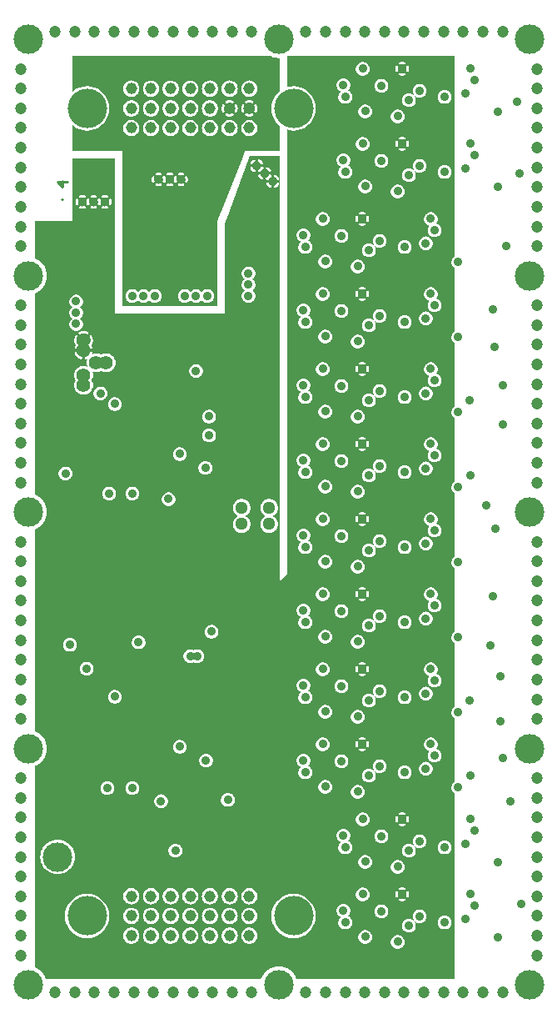
<source format=gbr>
G04 start of page 7 for group 5 idx 5 *
G04 Title: HETPREAMPS, grounds *
G04 Creator: pcb 1.99z *
G04 CreationDate: Do 09 Apr 2015 07:40:17 GMT UTC *
G04 For: stephan *
G04 Format: Gerber/RS-274X *
G04 PCB-Dimensions (mil): 2952.76 4724.41 *
G04 PCB-Coordinate-Origin: lower left *
%MOIN*%
%FSLAX25Y25*%
%LNGROUNDS*%
%ADD117C,0.0236*%
%ADD116C,0.0256*%
%ADD115C,0.0240*%
%ADD114C,0.0276*%
%ADD113C,0.0866*%
%ADD112C,0.0157*%
%ADD111C,0.0550*%
%ADD110C,0.0512*%
%ADD109C,0.0354*%
%ADD108C,0.0553*%
%ADD107C,0.1181*%
%ADD106C,0.0472*%
%ADD105C,0.1575*%
%ADD104C,0.0453*%
%ADD103C,0.0098*%
%ADD102C,0.0100*%
%ADD101C,0.0001*%
G54D101*G36*
X218000Y49441D02*X213996D01*
Y69427D01*
X214000Y69427D01*
X214432Y69461D01*
X214854Y69562D01*
X215255Y69728D01*
X215625Y69954D01*
X215955Y70236D01*
X216236Y70566D01*
X216463Y70936D01*
X216629Y71337D01*
X216730Y71758D01*
X216756Y72191D01*
X216730Y72623D01*
X216629Y73045D01*
X216463Y73446D01*
X216236Y73816D01*
X215955Y74146D01*
X215625Y74427D01*
X215255Y74654D01*
X214854Y74820D01*
X214432Y74921D01*
X214000Y74955D01*
X213996Y74955D01*
Y99427D01*
X214000Y99427D01*
X214432Y99461D01*
X214854Y99562D01*
X215255Y99728D01*
X215625Y99954D01*
X215955Y100236D01*
X216236Y100566D01*
X216463Y100936D01*
X216629Y101337D01*
X216730Y101758D01*
X216756Y102191D01*
X216730Y102623D01*
X216629Y103045D01*
X216463Y103446D01*
X216236Y103816D01*
X215955Y104146D01*
X215625Y104427D01*
X215255Y104654D01*
X214854Y104820D01*
X214432Y104921D01*
X214000Y104955D01*
X213996Y104955D01*
Y369427D01*
X214000Y369427D01*
X214432Y369461D01*
X214854Y369562D01*
X215255Y369728D01*
X215625Y369954D01*
X215955Y370236D01*
X216236Y370566D01*
X216463Y370936D01*
X216629Y371337D01*
X216730Y371758D01*
X216756Y372191D01*
X216730Y372623D01*
X216629Y373045D01*
X216463Y373446D01*
X216236Y373816D01*
X215955Y374146D01*
X215625Y374427D01*
X215255Y374654D01*
X214854Y374820D01*
X214432Y374921D01*
X214000Y374955D01*
X213996Y374955D01*
Y399427D01*
X214000Y399427D01*
X214432Y399461D01*
X214854Y399562D01*
X215255Y399728D01*
X215625Y399954D01*
X215955Y400236D01*
X216236Y400566D01*
X216463Y400936D01*
X216629Y401337D01*
X216730Y401758D01*
X216756Y402191D01*
X216730Y402623D01*
X216629Y403045D01*
X216463Y403446D01*
X216236Y403816D01*
X215955Y404146D01*
X215625Y404427D01*
X215255Y404654D01*
X214854Y404820D01*
X214432Y404921D01*
X214000Y404955D01*
X213996Y404955D01*
Y418441D01*
X218000D01*
Y338504D01*
X217875Y338427D01*
X217545Y338146D01*
X217264Y337816D01*
X217037Y337446D01*
X216871Y337045D01*
X216770Y336623D01*
X216736Y336191D01*
X216770Y335758D01*
X216871Y335337D01*
X217037Y334936D01*
X217264Y334566D01*
X217545Y334236D01*
X217875Y333954D01*
X218000Y333878D01*
Y308504D01*
X217875Y308427D01*
X217545Y308146D01*
X217264Y307816D01*
X217037Y307446D01*
X216871Y307045D01*
X216770Y306623D01*
X216736Y306191D01*
X216770Y305758D01*
X216871Y305337D01*
X217037Y304936D01*
X217264Y304566D01*
X217545Y304236D01*
X217875Y303954D01*
X218000Y303878D01*
Y278504D01*
X217875Y278427D01*
X217545Y278146D01*
X217264Y277816D01*
X217037Y277446D01*
X216871Y277045D01*
X216770Y276623D01*
X216736Y276191D01*
X216770Y275758D01*
X216871Y275337D01*
X217037Y274936D01*
X217264Y274566D01*
X217545Y274236D01*
X217875Y273954D01*
X218000Y273878D01*
Y248504D01*
X217875Y248427D01*
X217545Y248146D01*
X217264Y247816D01*
X217037Y247446D01*
X216871Y247045D01*
X216770Y246623D01*
X216736Y246191D01*
X216770Y245758D01*
X216871Y245337D01*
X217037Y244936D01*
X217264Y244566D01*
X217545Y244236D01*
X217875Y243954D01*
X218000Y243878D01*
Y218504D01*
X217875Y218427D01*
X217545Y218146D01*
X217264Y217816D01*
X217037Y217446D01*
X216871Y217045D01*
X216770Y216623D01*
X216736Y216191D01*
X216770Y215758D01*
X216871Y215337D01*
X217037Y214936D01*
X217264Y214566D01*
X217545Y214236D01*
X217875Y213954D01*
X218000Y213878D01*
Y188504D01*
X217875Y188427D01*
X217545Y188146D01*
X217264Y187816D01*
X217037Y187446D01*
X216871Y187045D01*
X216770Y186623D01*
X216736Y186191D01*
X216770Y185758D01*
X216871Y185337D01*
X217037Y184936D01*
X217264Y184566D01*
X217545Y184236D01*
X217875Y183954D01*
X218000Y183878D01*
Y158504D01*
X217875Y158427D01*
X217545Y158146D01*
X217264Y157816D01*
X217037Y157446D01*
X216871Y157045D01*
X216770Y156623D01*
X216736Y156191D01*
X216770Y155758D01*
X216871Y155337D01*
X217037Y154936D01*
X217264Y154566D01*
X217545Y154236D01*
X217875Y153954D01*
X218000Y153878D01*
Y128504D01*
X217875Y128427D01*
X217545Y128146D01*
X217264Y127816D01*
X217037Y127446D01*
X216871Y127045D01*
X216770Y126623D01*
X216736Y126191D01*
X216770Y125758D01*
X216871Y125337D01*
X217037Y124936D01*
X217264Y124566D01*
X217545Y124236D01*
X217875Y123954D01*
X218000Y123878D01*
Y49441D01*
G37*
G36*
X213996D02*X206496D01*
Y73515D01*
X206629Y73837D01*
X206730Y74258D01*
X206756Y74691D01*
X206730Y75123D01*
X206629Y75545D01*
X206496Y75867D01*
Y103515D01*
X206629Y103837D01*
X206730Y104258D01*
X206756Y104691D01*
X206730Y105123D01*
X206629Y105545D01*
X206496Y105867D01*
Y130927D01*
X206500Y130927D01*
X206932Y130961D01*
X207354Y131062D01*
X207755Y131228D01*
X208125Y131454D01*
X208455Y131736D01*
X208736Y132066D01*
X208963Y132436D01*
X209129Y132837D01*
X209230Y133258D01*
X209256Y133691D01*
X209230Y134123D01*
X209129Y134545D01*
X208963Y134946D01*
X208736Y135316D01*
X208455Y135646D01*
X208125Y135927D01*
X207755Y136154D01*
X207354Y136320D01*
X206932Y136421D01*
X206500Y136455D01*
X206496Y136455D01*
Y141544D01*
X206545Y141486D01*
X206875Y141204D01*
X207245Y140978D01*
X207646Y140812D01*
X207918Y140747D01*
X207764Y140566D01*
X207537Y140196D01*
X207371Y139795D01*
X207270Y139373D01*
X207236Y138941D01*
X207270Y138508D01*
X207371Y138087D01*
X207537Y137686D01*
X207764Y137316D01*
X208045Y136986D01*
X208375Y136704D01*
X208745Y136478D01*
X209146Y136312D01*
X209568Y136211D01*
X210000Y136177D01*
X210432Y136211D01*
X210854Y136312D01*
X211255Y136478D01*
X211625Y136704D01*
X211955Y136986D01*
X212236Y137316D01*
X212463Y137686D01*
X212629Y138087D01*
X212730Y138508D01*
X212756Y138941D01*
X212730Y139373D01*
X212629Y139795D01*
X212463Y140196D01*
X212236Y140566D01*
X211955Y140896D01*
X211625Y141177D01*
X211255Y141404D01*
X210854Y141570D01*
X210582Y141635D01*
X210736Y141816D01*
X210963Y142186D01*
X211129Y142587D01*
X211230Y143008D01*
X211256Y143441D01*
X211230Y143873D01*
X211129Y144295D01*
X210963Y144696D01*
X210736Y145066D01*
X210455Y145396D01*
X210125Y145677D01*
X209755Y145904D01*
X209354Y146070D01*
X208932Y146171D01*
X208500Y146205D01*
X208068Y146171D01*
X207646Y146070D01*
X207245Y145904D01*
X206875Y145677D01*
X206545Y145396D01*
X206496Y145338D01*
Y160927D01*
X206500Y160927D01*
X206932Y160961D01*
X207354Y161062D01*
X207755Y161228D01*
X208125Y161454D01*
X208455Y161736D01*
X208736Y162066D01*
X208963Y162436D01*
X209129Y162837D01*
X209230Y163258D01*
X209256Y163691D01*
X209230Y164123D01*
X209129Y164545D01*
X208963Y164946D01*
X208736Y165316D01*
X208455Y165646D01*
X208125Y165927D01*
X207755Y166154D01*
X207354Y166320D01*
X206932Y166421D01*
X206500Y166455D01*
X206496Y166455D01*
Y171544D01*
X206545Y171486D01*
X206875Y171204D01*
X207245Y170978D01*
X207646Y170812D01*
X207918Y170747D01*
X207764Y170566D01*
X207537Y170196D01*
X207371Y169795D01*
X207270Y169373D01*
X207236Y168941D01*
X207270Y168508D01*
X207371Y168087D01*
X207537Y167686D01*
X207764Y167316D01*
X208045Y166986D01*
X208375Y166704D01*
X208745Y166478D01*
X209146Y166312D01*
X209568Y166211D01*
X210000Y166177D01*
X210432Y166211D01*
X210854Y166312D01*
X211255Y166478D01*
X211625Y166704D01*
X211955Y166986D01*
X212236Y167316D01*
X212463Y167686D01*
X212629Y168087D01*
X212730Y168508D01*
X212756Y168941D01*
X212730Y169373D01*
X212629Y169795D01*
X212463Y170196D01*
X212236Y170566D01*
X211955Y170896D01*
X211625Y171177D01*
X211255Y171404D01*
X210854Y171570D01*
X210582Y171635D01*
X210736Y171816D01*
X210963Y172186D01*
X211129Y172587D01*
X211230Y173008D01*
X211256Y173441D01*
X211230Y173873D01*
X211129Y174295D01*
X210963Y174696D01*
X210736Y175066D01*
X210455Y175396D01*
X210125Y175677D01*
X209755Y175904D01*
X209354Y176070D01*
X208932Y176171D01*
X208500Y176205D01*
X208068Y176171D01*
X207646Y176070D01*
X207245Y175904D01*
X206875Y175677D01*
X206545Y175396D01*
X206496Y175338D01*
Y190927D01*
X206500Y190927D01*
X206932Y190961D01*
X207354Y191062D01*
X207755Y191228D01*
X208125Y191454D01*
X208455Y191736D01*
X208736Y192066D01*
X208963Y192436D01*
X209129Y192837D01*
X209230Y193258D01*
X209256Y193691D01*
X209230Y194123D01*
X209129Y194545D01*
X208963Y194946D01*
X208736Y195316D01*
X208455Y195646D01*
X208125Y195927D01*
X207755Y196154D01*
X207354Y196320D01*
X206932Y196421D01*
X206500Y196455D01*
X206496Y196455D01*
Y201544D01*
X206545Y201486D01*
X206875Y201204D01*
X207245Y200978D01*
X207646Y200812D01*
X207918Y200747D01*
X207764Y200566D01*
X207537Y200196D01*
X207371Y199795D01*
X207270Y199373D01*
X207236Y198941D01*
X207270Y198508D01*
X207371Y198087D01*
X207537Y197686D01*
X207764Y197316D01*
X208045Y196986D01*
X208375Y196704D01*
X208745Y196478D01*
X209146Y196312D01*
X209568Y196211D01*
X210000Y196177D01*
X210432Y196211D01*
X210854Y196312D01*
X211255Y196478D01*
X211625Y196704D01*
X211955Y196986D01*
X212236Y197316D01*
X212463Y197686D01*
X212629Y198087D01*
X212730Y198508D01*
X212756Y198941D01*
X212730Y199373D01*
X212629Y199795D01*
X212463Y200196D01*
X212236Y200566D01*
X211955Y200896D01*
X211625Y201177D01*
X211255Y201404D01*
X210854Y201570D01*
X210582Y201635D01*
X210736Y201816D01*
X210963Y202186D01*
X211129Y202587D01*
X211230Y203008D01*
X211256Y203441D01*
X211230Y203873D01*
X211129Y204295D01*
X210963Y204696D01*
X210736Y205066D01*
X210455Y205396D01*
X210125Y205677D01*
X209755Y205904D01*
X209354Y206070D01*
X208932Y206171D01*
X208500Y206205D01*
X208068Y206171D01*
X207646Y206070D01*
X207245Y205904D01*
X206875Y205677D01*
X206545Y205396D01*
X206496Y205338D01*
Y220927D01*
X206500Y220927D01*
X206932Y220961D01*
X207354Y221062D01*
X207755Y221228D01*
X208125Y221454D01*
X208455Y221736D01*
X208736Y222066D01*
X208963Y222436D01*
X209129Y222837D01*
X209230Y223258D01*
X209256Y223691D01*
X209230Y224123D01*
X209129Y224545D01*
X208963Y224946D01*
X208736Y225316D01*
X208455Y225646D01*
X208125Y225927D01*
X207755Y226154D01*
X207354Y226320D01*
X206932Y226421D01*
X206500Y226455D01*
X206496Y226455D01*
Y231544D01*
X206545Y231486D01*
X206875Y231204D01*
X207245Y230978D01*
X207646Y230812D01*
X207918Y230747D01*
X207764Y230566D01*
X207537Y230196D01*
X207371Y229795D01*
X207270Y229373D01*
X207236Y228941D01*
X207270Y228508D01*
X207371Y228087D01*
X207537Y227686D01*
X207764Y227316D01*
X208045Y226986D01*
X208375Y226704D01*
X208745Y226478D01*
X209146Y226312D01*
X209568Y226211D01*
X210000Y226177D01*
X210432Y226211D01*
X210854Y226312D01*
X211255Y226478D01*
X211625Y226704D01*
X211955Y226986D01*
X212236Y227316D01*
X212463Y227686D01*
X212629Y228087D01*
X212730Y228508D01*
X212756Y228941D01*
X212730Y229373D01*
X212629Y229795D01*
X212463Y230196D01*
X212236Y230566D01*
X211955Y230896D01*
X211625Y231177D01*
X211255Y231404D01*
X210854Y231570D01*
X210582Y231635D01*
X210736Y231816D01*
X210963Y232186D01*
X211129Y232587D01*
X211230Y233008D01*
X211256Y233441D01*
X211230Y233873D01*
X211129Y234295D01*
X210963Y234696D01*
X210736Y235066D01*
X210455Y235396D01*
X210125Y235677D01*
X209755Y235904D01*
X209354Y236070D01*
X208932Y236171D01*
X208500Y236205D01*
X208068Y236171D01*
X207646Y236070D01*
X207245Y235904D01*
X206875Y235677D01*
X206545Y235396D01*
X206496Y235338D01*
Y250927D01*
X206500Y250927D01*
X206932Y250961D01*
X207354Y251062D01*
X207755Y251228D01*
X208125Y251454D01*
X208455Y251736D01*
X208736Y252066D01*
X208963Y252436D01*
X209129Y252837D01*
X209230Y253258D01*
X209256Y253691D01*
X209230Y254123D01*
X209129Y254545D01*
X208963Y254946D01*
X208736Y255316D01*
X208455Y255646D01*
X208125Y255927D01*
X207755Y256154D01*
X207354Y256320D01*
X206932Y256421D01*
X206500Y256455D01*
X206496Y256455D01*
Y261544D01*
X206545Y261486D01*
X206875Y261204D01*
X207245Y260978D01*
X207646Y260812D01*
X207918Y260747D01*
X207764Y260566D01*
X207537Y260196D01*
X207371Y259795D01*
X207270Y259373D01*
X207236Y258941D01*
X207270Y258508D01*
X207371Y258087D01*
X207537Y257686D01*
X207764Y257316D01*
X208045Y256986D01*
X208375Y256704D01*
X208745Y256478D01*
X209146Y256312D01*
X209568Y256211D01*
X210000Y256177D01*
X210432Y256211D01*
X210854Y256312D01*
X211255Y256478D01*
X211625Y256704D01*
X211955Y256986D01*
X212236Y257316D01*
X212463Y257686D01*
X212629Y258087D01*
X212730Y258508D01*
X212756Y258941D01*
X212730Y259373D01*
X212629Y259795D01*
X212463Y260196D01*
X212236Y260566D01*
X211955Y260896D01*
X211625Y261177D01*
X211255Y261404D01*
X210854Y261570D01*
X210582Y261635D01*
X210736Y261816D01*
X210963Y262186D01*
X211129Y262587D01*
X211230Y263008D01*
X211256Y263441D01*
X211230Y263873D01*
X211129Y264295D01*
X210963Y264696D01*
X210736Y265066D01*
X210455Y265396D01*
X210125Y265677D01*
X209755Y265904D01*
X209354Y266070D01*
X208932Y266171D01*
X208500Y266205D01*
X208068Y266171D01*
X207646Y266070D01*
X207245Y265904D01*
X206875Y265677D01*
X206545Y265396D01*
X206496Y265338D01*
Y280927D01*
X206500Y280927D01*
X206932Y280961D01*
X207354Y281062D01*
X207755Y281228D01*
X208125Y281454D01*
X208455Y281736D01*
X208736Y282066D01*
X208963Y282436D01*
X209129Y282837D01*
X209230Y283258D01*
X209256Y283691D01*
X209230Y284123D01*
X209129Y284545D01*
X208963Y284946D01*
X208736Y285316D01*
X208455Y285646D01*
X208125Y285927D01*
X207755Y286154D01*
X207354Y286320D01*
X206932Y286421D01*
X206500Y286455D01*
X206496Y286455D01*
Y291544D01*
X206545Y291486D01*
X206875Y291204D01*
X207245Y290978D01*
X207646Y290812D01*
X207918Y290747D01*
X207764Y290566D01*
X207537Y290196D01*
X207371Y289795D01*
X207270Y289373D01*
X207236Y288941D01*
X207270Y288508D01*
X207371Y288087D01*
X207537Y287686D01*
X207764Y287316D01*
X208045Y286986D01*
X208375Y286704D01*
X208745Y286478D01*
X209146Y286312D01*
X209568Y286211D01*
X210000Y286177D01*
X210432Y286211D01*
X210854Y286312D01*
X211255Y286478D01*
X211625Y286704D01*
X211955Y286986D01*
X212236Y287316D01*
X212463Y287686D01*
X212629Y288087D01*
X212730Y288508D01*
X212756Y288941D01*
X212730Y289373D01*
X212629Y289795D01*
X212463Y290196D01*
X212236Y290566D01*
X211955Y290896D01*
X211625Y291177D01*
X211255Y291404D01*
X210854Y291570D01*
X210582Y291635D01*
X210736Y291816D01*
X210963Y292186D01*
X211129Y292587D01*
X211230Y293008D01*
X211256Y293441D01*
X211230Y293873D01*
X211129Y294295D01*
X210963Y294696D01*
X210736Y295066D01*
X210455Y295396D01*
X210125Y295677D01*
X209755Y295904D01*
X209354Y296070D01*
X208932Y296171D01*
X208500Y296205D01*
X208068Y296171D01*
X207646Y296070D01*
X207245Y295904D01*
X206875Y295677D01*
X206545Y295396D01*
X206496Y295338D01*
Y310927D01*
X206500Y310927D01*
X206932Y310961D01*
X207354Y311062D01*
X207755Y311228D01*
X208125Y311454D01*
X208455Y311736D01*
X208736Y312066D01*
X208963Y312436D01*
X209129Y312837D01*
X209230Y313258D01*
X209256Y313691D01*
X209230Y314123D01*
X209129Y314545D01*
X208963Y314946D01*
X208736Y315316D01*
X208455Y315646D01*
X208125Y315927D01*
X207755Y316154D01*
X207354Y316320D01*
X206932Y316421D01*
X206500Y316455D01*
X206496Y316455D01*
Y321544D01*
X206545Y321486D01*
X206875Y321204D01*
X207245Y320978D01*
X207646Y320812D01*
X207918Y320747D01*
X207764Y320566D01*
X207537Y320196D01*
X207371Y319795D01*
X207270Y319373D01*
X207236Y318941D01*
X207270Y318508D01*
X207371Y318087D01*
X207537Y317686D01*
X207764Y317316D01*
X208045Y316986D01*
X208375Y316704D01*
X208745Y316478D01*
X209146Y316312D01*
X209568Y316211D01*
X210000Y316177D01*
X210432Y316211D01*
X210854Y316312D01*
X211255Y316478D01*
X211625Y316704D01*
X211955Y316986D01*
X212236Y317316D01*
X212463Y317686D01*
X212629Y318087D01*
X212730Y318508D01*
X212756Y318941D01*
X212730Y319373D01*
X212629Y319795D01*
X212463Y320196D01*
X212236Y320566D01*
X211955Y320896D01*
X211625Y321177D01*
X211255Y321404D01*
X210854Y321570D01*
X210582Y321635D01*
X210736Y321816D01*
X210963Y322186D01*
X211129Y322587D01*
X211230Y323008D01*
X211256Y323441D01*
X211230Y323873D01*
X211129Y324295D01*
X210963Y324696D01*
X210736Y325066D01*
X210455Y325396D01*
X210125Y325677D01*
X209755Y325904D01*
X209354Y326070D01*
X208932Y326171D01*
X208500Y326205D01*
X208068Y326171D01*
X207646Y326070D01*
X207245Y325904D01*
X206875Y325677D01*
X206545Y325396D01*
X206496Y325338D01*
Y340927D01*
X206500Y340927D01*
X206932Y340961D01*
X207354Y341062D01*
X207755Y341228D01*
X208125Y341454D01*
X208455Y341736D01*
X208736Y342066D01*
X208963Y342436D01*
X209129Y342837D01*
X209230Y343258D01*
X209256Y343691D01*
X209230Y344123D01*
X209129Y344545D01*
X208963Y344946D01*
X208736Y345316D01*
X208455Y345646D01*
X208125Y345927D01*
X207755Y346154D01*
X207354Y346320D01*
X206932Y346421D01*
X206500Y346455D01*
X206496Y346455D01*
Y351544D01*
X206545Y351486D01*
X206875Y351204D01*
X207245Y350978D01*
X207646Y350812D01*
X207918Y350747D01*
X207764Y350566D01*
X207537Y350196D01*
X207371Y349795D01*
X207270Y349373D01*
X207236Y348941D01*
X207270Y348508D01*
X207371Y348087D01*
X207537Y347686D01*
X207764Y347316D01*
X208045Y346986D01*
X208375Y346704D01*
X208745Y346478D01*
X209146Y346312D01*
X209568Y346211D01*
X210000Y346177D01*
X210432Y346211D01*
X210854Y346312D01*
X211255Y346478D01*
X211625Y346704D01*
X211955Y346986D01*
X212236Y347316D01*
X212463Y347686D01*
X212629Y348087D01*
X212730Y348508D01*
X212756Y348941D01*
X212730Y349373D01*
X212629Y349795D01*
X212463Y350196D01*
X212236Y350566D01*
X211955Y350896D01*
X211625Y351177D01*
X211255Y351404D01*
X210854Y351570D01*
X210582Y351635D01*
X210736Y351816D01*
X210963Y352186D01*
X211129Y352587D01*
X211230Y353008D01*
X211256Y353441D01*
X211230Y353873D01*
X211129Y354295D01*
X210963Y354696D01*
X210736Y355066D01*
X210455Y355396D01*
X210125Y355677D01*
X209755Y355904D01*
X209354Y356070D01*
X208932Y356171D01*
X208500Y356205D01*
X208068Y356171D01*
X207646Y356070D01*
X207245Y355904D01*
X206875Y355677D01*
X206545Y355396D01*
X206496Y355338D01*
Y373515D01*
X206629Y373837D01*
X206730Y374258D01*
X206756Y374691D01*
X206730Y375123D01*
X206629Y375545D01*
X206496Y375867D01*
Y403515D01*
X206629Y403837D01*
X206730Y404258D01*
X206756Y404691D01*
X206730Y405123D01*
X206629Y405545D01*
X206496Y405867D01*
Y418441D01*
X213996D01*
Y404955D01*
X213568Y404921D01*
X213146Y404820D01*
X212745Y404654D01*
X212375Y404427D01*
X212045Y404146D01*
X211764Y403816D01*
X211537Y403446D01*
X211371Y403045D01*
X211270Y402623D01*
X211236Y402191D01*
X211270Y401758D01*
X211371Y401337D01*
X211537Y400936D01*
X211764Y400566D01*
X212045Y400236D01*
X212375Y399954D01*
X212745Y399728D01*
X213146Y399562D01*
X213568Y399461D01*
X213996Y399427D01*
Y374955D01*
X213568Y374921D01*
X213146Y374820D01*
X212745Y374654D01*
X212375Y374427D01*
X212045Y374146D01*
X211764Y373816D01*
X211537Y373446D01*
X211371Y373045D01*
X211270Y372623D01*
X211236Y372191D01*
X211270Y371758D01*
X211371Y371337D01*
X211537Y370936D01*
X211764Y370566D01*
X212045Y370236D01*
X212375Y369954D01*
X212745Y369728D01*
X213146Y369562D01*
X213568Y369461D01*
X213996Y369427D01*
Y104955D01*
X213568Y104921D01*
X213146Y104820D01*
X212745Y104654D01*
X212375Y104427D01*
X212045Y104146D01*
X211764Y103816D01*
X211537Y103446D01*
X211371Y103045D01*
X211270Y102623D01*
X211236Y102191D01*
X211270Y101758D01*
X211371Y101337D01*
X211537Y100936D01*
X211764Y100566D01*
X212045Y100236D01*
X212375Y99954D01*
X212745Y99728D01*
X213146Y99562D01*
X213568Y99461D01*
X213996Y99427D01*
Y74955D01*
X213568Y74921D01*
X213146Y74820D01*
X212745Y74654D01*
X212375Y74427D01*
X212045Y74146D01*
X211764Y73816D01*
X211537Y73446D01*
X211371Y73045D01*
X211270Y72623D01*
X211236Y72191D01*
X211270Y71758D01*
X211371Y71337D01*
X211537Y70936D01*
X211764Y70566D01*
X212045Y70236D01*
X212375Y69954D01*
X212745Y69728D01*
X213146Y69562D01*
X213568Y69461D01*
X213996Y69427D01*
Y49441D01*
G37*
G36*
X206496D02*X199195D01*
Y68240D01*
X199318Y68211D01*
X199750Y68177D01*
X200182Y68211D01*
X200604Y68312D01*
X201005Y68478D01*
X201375Y68704D01*
X201705Y68986D01*
X201986Y69316D01*
X202213Y69686D01*
X202379Y70087D01*
X202480Y70508D01*
X202506Y70941D01*
X202480Y71373D01*
X202379Y71795D01*
X202213Y72196D01*
X201986Y72566D01*
X201705Y72896D01*
X201375Y73177D01*
X201005Y73404D01*
X200604Y73570D01*
X200182Y73671D01*
X199750Y73705D01*
X199318Y73671D01*
X199195Y73642D01*
Y82175D01*
X199261Y82189D01*
X199334Y82216D01*
X199401Y82254D01*
X199462Y82302D01*
X199515Y82359D01*
X199557Y82423D01*
X199588Y82494D01*
X199664Y82724D01*
X199716Y82960D01*
X199748Y83199D01*
X199759Y83441D01*
X199748Y83682D01*
X199716Y83922D01*
X199664Y84158D01*
X199591Y84388D01*
X199559Y84459D01*
X199516Y84524D01*
X199463Y84581D01*
X199402Y84630D01*
X199335Y84668D01*
X199262Y84695D01*
X199195Y84708D01*
Y98240D01*
X199318Y98211D01*
X199750Y98177D01*
X200182Y98211D01*
X200604Y98312D01*
X201005Y98478D01*
X201375Y98704D01*
X201705Y98986D01*
X201986Y99316D01*
X202213Y99686D01*
X202379Y100087D01*
X202480Y100508D01*
X202506Y100941D01*
X202480Y101373D01*
X202379Y101795D01*
X202213Y102196D01*
X201986Y102566D01*
X201705Y102896D01*
X201375Y103177D01*
X201005Y103404D01*
X200604Y103570D01*
X200182Y103671D01*
X199750Y103705D01*
X199318Y103671D01*
X199195Y103642D01*
Y112175D01*
X199261Y112189D01*
X199334Y112216D01*
X199401Y112254D01*
X199462Y112302D01*
X199515Y112359D01*
X199557Y112423D01*
X199588Y112494D01*
X199664Y112724D01*
X199716Y112960D01*
X199748Y113199D01*
X199759Y113441D01*
X199748Y113682D01*
X199716Y113922D01*
X199664Y114158D01*
X199591Y114388D01*
X199559Y114459D01*
X199516Y114524D01*
X199463Y114581D01*
X199402Y114630D01*
X199335Y114668D01*
X199262Y114695D01*
X199195Y114708D01*
Y129703D01*
X199255Y129728D01*
X199625Y129954D01*
X199955Y130236D01*
X200236Y130566D01*
X200463Y130936D01*
X200629Y131337D01*
X200730Y131758D01*
X200756Y132191D01*
X200730Y132623D01*
X200629Y133045D01*
X200463Y133446D01*
X200236Y133816D01*
X199955Y134146D01*
X199625Y134427D01*
X199255Y134654D01*
X199195Y134679D01*
Y159703D01*
X199255Y159728D01*
X199625Y159954D01*
X199955Y160236D01*
X200236Y160566D01*
X200463Y160936D01*
X200629Y161337D01*
X200730Y161758D01*
X200756Y162191D01*
X200730Y162623D01*
X200629Y163045D01*
X200463Y163446D01*
X200236Y163816D01*
X199955Y164146D01*
X199625Y164427D01*
X199255Y164654D01*
X199195Y164679D01*
Y189703D01*
X199255Y189728D01*
X199625Y189954D01*
X199955Y190236D01*
X200236Y190566D01*
X200463Y190936D01*
X200629Y191337D01*
X200730Y191758D01*
X200756Y192191D01*
X200730Y192623D01*
X200629Y193045D01*
X200463Y193446D01*
X200236Y193816D01*
X199955Y194146D01*
X199625Y194427D01*
X199255Y194654D01*
X199195Y194679D01*
Y219703D01*
X199255Y219728D01*
X199625Y219954D01*
X199955Y220236D01*
X200236Y220566D01*
X200463Y220936D01*
X200629Y221337D01*
X200730Y221758D01*
X200756Y222191D01*
X200730Y222623D01*
X200629Y223045D01*
X200463Y223446D01*
X200236Y223816D01*
X199955Y224146D01*
X199625Y224427D01*
X199255Y224654D01*
X199195Y224679D01*
Y249703D01*
X199255Y249728D01*
X199625Y249954D01*
X199955Y250236D01*
X200236Y250566D01*
X200463Y250936D01*
X200629Y251337D01*
X200730Y251758D01*
X200756Y252191D01*
X200730Y252623D01*
X200629Y253045D01*
X200463Y253446D01*
X200236Y253816D01*
X199955Y254146D01*
X199625Y254427D01*
X199255Y254654D01*
X199195Y254679D01*
Y279703D01*
X199255Y279728D01*
X199625Y279954D01*
X199955Y280236D01*
X200236Y280566D01*
X200463Y280936D01*
X200629Y281337D01*
X200730Y281758D01*
X200756Y282191D01*
X200730Y282623D01*
X200629Y283045D01*
X200463Y283446D01*
X200236Y283816D01*
X199955Y284146D01*
X199625Y284427D01*
X199255Y284654D01*
X199195Y284679D01*
Y309703D01*
X199255Y309728D01*
X199625Y309954D01*
X199955Y310236D01*
X200236Y310566D01*
X200463Y310936D01*
X200629Y311337D01*
X200730Y311758D01*
X200756Y312191D01*
X200730Y312623D01*
X200629Y313045D01*
X200463Y313446D01*
X200236Y313816D01*
X199955Y314146D01*
X199625Y314427D01*
X199255Y314654D01*
X199195Y314679D01*
Y339703D01*
X199255Y339728D01*
X199625Y339954D01*
X199955Y340236D01*
X200236Y340566D01*
X200463Y340936D01*
X200629Y341337D01*
X200730Y341758D01*
X200756Y342191D01*
X200730Y342623D01*
X200629Y343045D01*
X200463Y343446D01*
X200236Y343816D01*
X199955Y344146D01*
X199625Y344427D01*
X199255Y344654D01*
X199195Y344679D01*
Y368240D01*
X199318Y368211D01*
X199750Y368177D01*
X200182Y368211D01*
X200604Y368312D01*
X201005Y368478D01*
X201375Y368704D01*
X201705Y368986D01*
X201986Y369316D01*
X202213Y369686D01*
X202379Y370087D01*
X202480Y370508D01*
X202506Y370941D01*
X202480Y371373D01*
X202379Y371795D01*
X202213Y372196D01*
X201986Y372566D01*
X201705Y372896D01*
X201375Y373177D01*
X201005Y373404D01*
X200604Y373570D01*
X200182Y373671D01*
X199750Y373705D01*
X199318Y373671D01*
X199195Y373642D01*
Y382175D01*
X199261Y382189D01*
X199334Y382216D01*
X199401Y382254D01*
X199462Y382302D01*
X199515Y382359D01*
X199557Y382423D01*
X199588Y382494D01*
X199664Y382724D01*
X199716Y382960D01*
X199748Y383199D01*
X199759Y383441D01*
X199748Y383682D01*
X199716Y383922D01*
X199664Y384158D01*
X199591Y384388D01*
X199559Y384459D01*
X199516Y384524D01*
X199463Y384581D01*
X199402Y384630D01*
X199335Y384668D01*
X199262Y384695D01*
X199195Y384708D01*
Y398240D01*
X199318Y398211D01*
X199750Y398177D01*
X200182Y398211D01*
X200604Y398312D01*
X201005Y398478D01*
X201375Y398704D01*
X201705Y398986D01*
X201986Y399316D01*
X202213Y399686D01*
X202379Y400087D01*
X202480Y400508D01*
X202506Y400941D01*
X202480Y401373D01*
X202379Y401795D01*
X202213Y402196D01*
X201986Y402566D01*
X201705Y402896D01*
X201375Y403177D01*
X201005Y403404D01*
X200604Y403570D01*
X200182Y403671D01*
X199750Y403705D01*
X199318Y403671D01*
X199195Y403642D01*
Y412175D01*
X199261Y412189D01*
X199334Y412216D01*
X199401Y412254D01*
X199462Y412302D01*
X199515Y412359D01*
X199557Y412423D01*
X199588Y412494D01*
X199664Y412724D01*
X199716Y412960D01*
X199748Y413199D01*
X199759Y413441D01*
X199748Y413682D01*
X199716Y413922D01*
X199664Y414158D01*
X199591Y414388D01*
X199559Y414459D01*
X199516Y414524D01*
X199463Y414581D01*
X199402Y414630D01*
X199335Y414668D01*
X199262Y414695D01*
X199195Y414708D01*
Y418441D01*
X206496D01*
Y405867D01*
X206463Y405946D01*
X206236Y406316D01*
X205955Y406646D01*
X205625Y406927D01*
X205255Y407154D01*
X204854Y407320D01*
X204432Y407421D01*
X204000Y407455D01*
X203568Y407421D01*
X203146Y407320D01*
X202745Y407154D01*
X202375Y406927D01*
X202045Y406646D01*
X201764Y406316D01*
X201537Y405946D01*
X201371Y405545D01*
X201270Y405123D01*
X201236Y404691D01*
X201270Y404258D01*
X201371Y403837D01*
X201537Y403436D01*
X201764Y403066D01*
X202045Y402736D01*
X202375Y402454D01*
X202745Y402228D01*
X203146Y402062D01*
X203568Y401961D01*
X204000Y401927D01*
X204432Y401961D01*
X204854Y402062D01*
X205255Y402228D01*
X205625Y402454D01*
X205955Y402736D01*
X206236Y403066D01*
X206463Y403436D01*
X206496Y403515D01*
Y375867D01*
X206463Y375946D01*
X206236Y376316D01*
X205955Y376646D01*
X205625Y376927D01*
X205255Y377154D01*
X204854Y377320D01*
X204432Y377421D01*
X204000Y377455D01*
X203568Y377421D01*
X203146Y377320D01*
X202745Y377154D01*
X202375Y376927D01*
X202045Y376646D01*
X201764Y376316D01*
X201537Y375946D01*
X201371Y375545D01*
X201270Y375123D01*
X201236Y374691D01*
X201270Y374258D01*
X201371Y373837D01*
X201537Y373436D01*
X201764Y373066D01*
X202045Y372736D01*
X202375Y372454D01*
X202745Y372228D01*
X203146Y372062D01*
X203568Y371961D01*
X204000Y371927D01*
X204432Y371961D01*
X204854Y372062D01*
X205255Y372228D01*
X205625Y372454D01*
X205955Y372736D01*
X206236Y373066D01*
X206463Y373436D01*
X206496Y373515D01*
Y355338D01*
X206264Y355066D01*
X206037Y354696D01*
X205871Y354295D01*
X205770Y353873D01*
X205736Y353441D01*
X205770Y353008D01*
X205871Y352587D01*
X206037Y352186D01*
X206264Y351816D01*
X206496Y351544D01*
Y346455D01*
X206068Y346421D01*
X205646Y346320D01*
X205245Y346154D01*
X204875Y345927D01*
X204545Y345646D01*
X204264Y345316D01*
X204037Y344946D01*
X203871Y344545D01*
X203770Y344123D01*
X203736Y343691D01*
X203770Y343258D01*
X203871Y342837D01*
X204037Y342436D01*
X204264Y342066D01*
X204545Y341736D01*
X204875Y341454D01*
X205245Y341228D01*
X205646Y341062D01*
X206068Y340961D01*
X206496Y340927D01*
Y325338D01*
X206264Y325066D01*
X206037Y324696D01*
X205871Y324295D01*
X205770Y323873D01*
X205736Y323441D01*
X205770Y323008D01*
X205871Y322587D01*
X206037Y322186D01*
X206264Y321816D01*
X206496Y321544D01*
Y316455D01*
X206068Y316421D01*
X205646Y316320D01*
X205245Y316154D01*
X204875Y315927D01*
X204545Y315646D01*
X204264Y315316D01*
X204037Y314946D01*
X203871Y314545D01*
X203770Y314123D01*
X203736Y313691D01*
X203770Y313258D01*
X203871Y312837D01*
X204037Y312436D01*
X204264Y312066D01*
X204545Y311736D01*
X204875Y311454D01*
X205245Y311228D01*
X205646Y311062D01*
X206068Y310961D01*
X206496Y310927D01*
Y295338D01*
X206264Y295066D01*
X206037Y294696D01*
X205871Y294295D01*
X205770Y293873D01*
X205736Y293441D01*
X205770Y293008D01*
X205871Y292587D01*
X206037Y292186D01*
X206264Y291816D01*
X206496Y291544D01*
Y286455D01*
X206068Y286421D01*
X205646Y286320D01*
X205245Y286154D01*
X204875Y285927D01*
X204545Y285646D01*
X204264Y285316D01*
X204037Y284946D01*
X203871Y284545D01*
X203770Y284123D01*
X203736Y283691D01*
X203770Y283258D01*
X203871Y282837D01*
X204037Y282436D01*
X204264Y282066D01*
X204545Y281736D01*
X204875Y281454D01*
X205245Y281228D01*
X205646Y281062D01*
X206068Y280961D01*
X206496Y280927D01*
Y265338D01*
X206264Y265066D01*
X206037Y264696D01*
X205871Y264295D01*
X205770Y263873D01*
X205736Y263441D01*
X205770Y263008D01*
X205871Y262587D01*
X206037Y262186D01*
X206264Y261816D01*
X206496Y261544D01*
Y256455D01*
X206068Y256421D01*
X205646Y256320D01*
X205245Y256154D01*
X204875Y255927D01*
X204545Y255646D01*
X204264Y255316D01*
X204037Y254946D01*
X203871Y254545D01*
X203770Y254123D01*
X203736Y253691D01*
X203770Y253258D01*
X203871Y252837D01*
X204037Y252436D01*
X204264Y252066D01*
X204545Y251736D01*
X204875Y251454D01*
X205245Y251228D01*
X205646Y251062D01*
X206068Y250961D01*
X206496Y250927D01*
Y235338D01*
X206264Y235066D01*
X206037Y234696D01*
X205871Y234295D01*
X205770Y233873D01*
X205736Y233441D01*
X205770Y233008D01*
X205871Y232587D01*
X206037Y232186D01*
X206264Y231816D01*
X206496Y231544D01*
Y226455D01*
X206068Y226421D01*
X205646Y226320D01*
X205245Y226154D01*
X204875Y225927D01*
X204545Y225646D01*
X204264Y225316D01*
X204037Y224946D01*
X203871Y224545D01*
X203770Y224123D01*
X203736Y223691D01*
X203770Y223258D01*
X203871Y222837D01*
X204037Y222436D01*
X204264Y222066D01*
X204545Y221736D01*
X204875Y221454D01*
X205245Y221228D01*
X205646Y221062D01*
X206068Y220961D01*
X206496Y220927D01*
Y205338D01*
X206264Y205066D01*
X206037Y204696D01*
X205871Y204295D01*
X205770Y203873D01*
X205736Y203441D01*
X205770Y203008D01*
X205871Y202587D01*
X206037Y202186D01*
X206264Y201816D01*
X206496Y201544D01*
Y196455D01*
X206068Y196421D01*
X205646Y196320D01*
X205245Y196154D01*
X204875Y195927D01*
X204545Y195646D01*
X204264Y195316D01*
X204037Y194946D01*
X203871Y194545D01*
X203770Y194123D01*
X203736Y193691D01*
X203770Y193258D01*
X203871Y192837D01*
X204037Y192436D01*
X204264Y192066D01*
X204545Y191736D01*
X204875Y191454D01*
X205245Y191228D01*
X205646Y191062D01*
X206068Y190961D01*
X206496Y190927D01*
Y175338D01*
X206264Y175066D01*
X206037Y174696D01*
X205871Y174295D01*
X205770Y173873D01*
X205736Y173441D01*
X205770Y173008D01*
X205871Y172587D01*
X206037Y172186D01*
X206264Y171816D01*
X206496Y171544D01*
Y166455D01*
X206068Y166421D01*
X205646Y166320D01*
X205245Y166154D01*
X204875Y165927D01*
X204545Y165646D01*
X204264Y165316D01*
X204037Y164946D01*
X203871Y164545D01*
X203770Y164123D01*
X203736Y163691D01*
X203770Y163258D01*
X203871Y162837D01*
X204037Y162436D01*
X204264Y162066D01*
X204545Y161736D01*
X204875Y161454D01*
X205245Y161228D01*
X205646Y161062D01*
X206068Y160961D01*
X206496Y160927D01*
Y145338D01*
X206264Y145066D01*
X206037Y144696D01*
X205871Y144295D01*
X205770Y143873D01*
X205736Y143441D01*
X205770Y143008D01*
X205871Y142587D01*
X206037Y142186D01*
X206264Y141816D01*
X206496Y141544D01*
Y136455D01*
X206068Y136421D01*
X205646Y136320D01*
X205245Y136154D01*
X204875Y135927D01*
X204545Y135646D01*
X204264Y135316D01*
X204037Y134946D01*
X203871Y134545D01*
X203770Y134123D01*
X203736Y133691D01*
X203770Y133258D01*
X203871Y132837D01*
X204037Y132436D01*
X204264Y132066D01*
X204545Y131736D01*
X204875Y131454D01*
X205245Y131228D01*
X205646Y131062D01*
X206068Y130961D01*
X206496Y130927D01*
Y105867D01*
X206463Y105946D01*
X206236Y106316D01*
X205955Y106646D01*
X205625Y106927D01*
X205255Y107154D01*
X204854Y107320D01*
X204432Y107421D01*
X204000Y107455D01*
X203568Y107421D01*
X203146Y107320D01*
X202745Y107154D01*
X202375Y106927D01*
X202045Y106646D01*
X201764Y106316D01*
X201537Y105946D01*
X201371Y105545D01*
X201270Y105123D01*
X201236Y104691D01*
X201270Y104258D01*
X201371Y103837D01*
X201537Y103436D01*
X201764Y103066D01*
X202045Y102736D01*
X202375Y102454D01*
X202745Y102228D01*
X203146Y102062D01*
X203568Y101961D01*
X204000Y101927D01*
X204432Y101961D01*
X204854Y102062D01*
X205255Y102228D01*
X205625Y102454D01*
X205955Y102736D01*
X206236Y103066D01*
X206463Y103436D01*
X206496Y103515D01*
Y75867D01*
X206463Y75946D01*
X206236Y76316D01*
X205955Y76646D01*
X205625Y76927D01*
X205255Y77154D01*
X204854Y77320D01*
X204432Y77421D01*
X204000Y77455D01*
X203568Y77421D01*
X203146Y77320D01*
X202745Y77154D01*
X202375Y76927D01*
X202045Y76646D01*
X201764Y76316D01*
X201537Y75946D01*
X201371Y75545D01*
X201270Y75123D01*
X201236Y74691D01*
X201270Y74258D01*
X201371Y73837D01*
X201537Y73436D01*
X201764Y73066D01*
X202045Y72736D01*
X202375Y72454D01*
X202745Y72228D01*
X203146Y72062D01*
X203568Y71961D01*
X204000Y71927D01*
X204432Y71961D01*
X204854Y72062D01*
X205255Y72228D01*
X205625Y72454D01*
X205955Y72736D01*
X206236Y73066D01*
X206463Y73436D01*
X206496Y73515D01*
Y49441D01*
G37*
G36*
X199195Y403642D02*X198896Y403570D01*
X198495Y403404D01*
X198125Y403177D01*
X197996Y403067D01*
Y410872D01*
X198018Y410882D01*
X198083Y410925D01*
X198140Y410978D01*
X198189Y411039D01*
X198227Y411106D01*
X198254Y411179D01*
X198269Y411255D01*
X198273Y411333D01*
X198264Y411410D01*
X198243Y411485D01*
X198210Y411556D01*
X198167Y411620D01*
X198115Y411678D01*
X198054Y411726D01*
X197996Y411759D01*
Y415125D01*
X198053Y415157D01*
X198114Y415205D01*
X198166Y415262D01*
X198209Y415327D01*
X198241Y415397D01*
X198262Y415472D01*
X198271Y415549D01*
X198268Y415626D01*
X198252Y415702D01*
X198225Y415775D01*
X198187Y415842D01*
X198139Y415903D01*
X198082Y415956D01*
X198018Y415998D01*
X197996Y416008D01*
Y418441D01*
X199195D01*
Y414708D01*
X199186Y414710D01*
X199108Y414714D01*
X199031Y414705D01*
X198956Y414684D01*
X198885Y414651D01*
X198820Y414608D01*
X198763Y414556D01*
X198715Y414495D01*
X198677Y414427D01*
X198650Y414354D01*
X198634Y414278D01*
X198631Y414200D01*
X198640Y414123D01*
X198662Y414049D01*
X198711Y413901D01*
X198744Y413750D01*
X198765Y413596D01*
X198772Y413441D01*
X198765Y413286D01*
X198744Y413132D01*
X198711Y412980D01*
X198664Y412832D01*
X198642Y412758D01*
X198633Y412681D01*
X198636Y412604D01*
X198651Y412528D01*
X198678Y412455D01*
X198716Y412388D01*
X198765Y412327D01*
X198822Y412275D01*
X198886Y412232D01*
X198956Y412200D01*
X199031Y412179D01*
X199108Y412170D01*
X199185Y412173D01*
X199195Y412175D01*
Y403642D01*
G37*
G36*
Y373642D02*X198896Y373570D01*
X198495Y373404D01*
X198125Y373177D01*
X197996Y373067D01*
Y380872D01*
X198018Y380882D01*
X198083Y380925D01*
X198140Y380978D01*
X198189Y381039D01*
X198227Y381106D01*
X198254Y381179D01*
X198269Y381255D01*
X198273Y381333D01*
X198264Y381410D01*
X198243Y381485D01*
X198210Y381556D01*
X198167Y381620D01*
X198115Y381678D01*
X198054Y381726D01*
X197996Y381759D01*
Y385125D01*
X198053Y385157D01*
X198114Y385205D01*
X198166Y385262D01*
X198209Y385327D01*
X198241Y385397D01*
X198262Y385472D01*
X198271Y385549D01*
X198268Y385626D01*
X198252Y385702D01*
X198225Y385775D01*
X198187Y385842D01*
X198139Y385903D01*
X198082Y385956D01*
X198018Y385998D01*
X197996Y386008D01*
Y394269D01*
X198006Y394441D01*
X197996Y394613D01*
Y398815D01*
X198125Y398704D01*
X198495Y398478D01*
X198896Y398312D01*
X199195Y398240D01*
Y384708D01*
X199186Y384710D01*
X199108Y384714D01*
X199031Y384705D01*
X198956Y384684D01*
X198885Y384651D01*
X198820Y384608D01*
X198763Y384556D01*
X198715Y384495D01*
X198677Y384427D01*
X198650Y384354D01*
X198634Y384278D01*
X198631Y384200D01*
X198640Y384123D01*
X198662Y384049D01*
X198711Y383901D01*
X198744Y383750D01*
X198765Y383596D01*
X198772Y383441D01*
X198765Y383286D01*
X198744Y383132D01*
X198711Y382980D01*
X198664Y382832D01*
X198642Y382758D01*
X198633Y382681D01*
X198636Y382604D01*
X198651Y382528D01*
X198678Y382455D01*
X198716Y382388D01*
X198765Y382327D01*
X198822Y382275D01*
X198886Y382232D01*
X198956Y382200D01*
X199031Y382179D01*
X199108Y382170D01*
X199185Y382173D01*
X199195Y382175D01*
Y373642D01*
G37*
G36*
Y344679D02*X198854Y344820D01*
X198432Y344921D01*
X198000Y344955D01*
X197996Y344955D01*
Y364269D01*
X198006Y364441D01*
X197996Y364613D01*
Y368815D01*
X198125Y368704D01*
X198495Y368478D01*
X198896Y368312D01*
X199195Y368240D01*
Y344679D01*
G37*
G36*
Y314679D02*X198854Y314820D01*
X198432Y314921D01*
X198000Y314955D01*
X197996Y314955D01*
Y339427D01*
X198000Y339427D01*
X198432Y339461D01*
X198854Y339562D01*
X199195Y339703D01*
Y314679D01*
G37*
G36*
Y284679D02*X198854Y284820D01*
X198432Y284921D01*
X198000Y284955D01*
X197996Y284955D01*
Y309427D01*
X198000Y309427D01*
X198432Y309461D01*
X198854Y309562D01*
X199195Y309703D01*
Y284679D01*
G37*
G36*
Y254679D02*X198854Y254820D01*
X198432Y254921D01*
X198000Y254955D01*
X197996Y254955D01*
Y279427D01*
X198000Y279427D01*
X198432Y279461D01*
X198854Y279562D01*
X199195Y279703D01*
Y254679D01*
G37*
G36*
Y224679D02*X198854Y224820D01*
X198432Y224921D01*
X198000Y224955D01*
X197996Y224955D01*
Y249427D01*
X198000Y249427D01*
X198432Y249461D01*
X198854Y249562D01*
X199195Y249703D01*
Y224679D01*
G37*
G36*
Y194679D02*X198854Y194820D01*
X198432Y194921D01*
X198000Y194955D01*
X197996Y194955D01*
Y219427D01*
X198000Y219427D01*
X198432Y219461D01*
X198854Y219562D01*
X199195Y219703D01*
Y194679D01*
G37*
G36*
Y164679D02*X198854Y164820D01*
X198432Y164921D01*
X198000Y164955D01*
X197996Y164955D01*
Y189427D01*
X198000Y189427D01*
X198432Y189461D01*
X198854Y189562D01*
X199195Y189703D01*
Y164679D01*
G37*
G36*
Y134679D02*X198854Y134820D01*
X198432Y134921D01*
X198000Y134955D01*
X197996Y134955D01*
Y159427D01*
X198000Y159427D01*
X198432Y159461D01*
X198854Y159562D01*
X199195Y159703D01*
Y134679D01*
G37*
G36*
Y103642D02*X198896Y103570D01*
X198495Y103404D01*
X198125Y103177D01*
X197996Y103067D01*
Y110872D01*
X198018Y110882D01*
X198083Y110925D01*
X198140Y110978D01*
X198189Y111039D01*
X198227Y111106D01*
X198254Y111179D01*
X198269Y111255D01*
X198273Y111333D01*
X198264Y111410D01*
X198243Y111485D01*
X198210Y111556D01*
X198167Y111620D01*
X198115Y111678D01*
X198054Y111726D01*
X197996Y111759D01*
Y115125D01*
X198053Y115157D01*
X198114Y115205D01*
X198166Y115262D01*
X198209Y115327D01*
X198241Y115397D01*
X198262Y115472D01*
X198271Y115549D01*
X198268Y115626D01*
X198252Y115702D01*
X198225Y115775D01*
X198187Y115842D01*
X198139Y115903D01*
X198082Y115956D01*
X198018Y115998D01*
X197996Y116008D01*
Y129427D01*
X198000Y129427D01*
X198432Y129461D01*
X198854Y129562D01*
X199195Y129703D01*
Y114708D01*
X199186Y114710D01*
X199108Y114714D01*
X199031Y114705D01*
X198956Y114684D01*
X198885Y114651D01*
X198820Y114608D01*
X198763Y114556D01*
X198715Y114495D01*
X198677Y114427D01*
X198650Y114354D01*
X198634Y114278D01*
X198631Y114200D01*
X198640Y114123D01*
X198662Y114049D01*
X198711Y113901D01*
X198744Y113750D01*
X198765Y113596D01*
X198772Y113441D01*
X198765Y113286D01*
X198744Y113132D01*
X198711Y112980D01*
X198664Y112832D01*
X198642Y112758D01*
X198633Y112681D01*
X198636Y112604D01*
X198651Y112528D01*
X198678Y112455D01*
X198716Y112388D01*
X198765Y112327D01*
X198822Y112275D01*
X198886Y112232D01*
X198956Y112200D01*
X199031Y112179D01*
X199108Y112170D01*
X199185Y112173D01*
X199195Y112175D01*
Y103642D01*
G37*
G36*
Y73642D02*X198896Y73570D01*
X198495Y73404D01*
X198125Y73177D01*
X197996Y73067D01*
Y80872D01*
X198018Y80882D01*
X198083Y80925D01*
X198140Y80978D01*
X198189Y81039D01*
X198227Y81106D01*
X198254Y81179D01*
X198269Y81255D01*
X198273Y81333D01*
X198264Y81410D01*
X198243Y81485D01*
X198210Y81556D01*
X198167Y81620D01*
X198115Y81678D01*
X198054Y81726D01*
X197996Y81759D01*
Y85125D01*
X198053Y85157D01*
X198114Y85205D01*
X198166Y85262D01*
X198209Y85327D01*
X198241Y85397D01*
X198262Y85472D01*
X198271Y85549D01*
X198268Y85626D01*
X198252Y85702D01*
X198225Y85775D01*
X198187Y85842D01*
X198139Y85903D01*
X198082Y85956D01*
X198018Y85998D01*
X197996Y86008D01*
Y94269D01*
X198006Y94441D01*
X197996Y94613D01*
Y98815D01*
X198125Y98704D01*
X198495Y98478D01*
X198896Y98312D01*
X199195Y98240D01*
Y84708D01*
X199186Y84710D01*
X199108Y84714D01*
X199031Y84705D01*
X198956Y84684D01*
X198885Y84651D01*
X198820Y84608D01*
X198763Y84556D01*
X198715Y84495D01*
X198677Y84427D01*
X198650Y84354D01*
X198634Y84278D01*
X198631Y84200D01*
X198640Y84123D01*
X198662Y84049D01*
X198711Y83901D01*
X198744Y83750D01*
X198765Y83596D01*
X198772Y83441D01*
X198765Y83286D01*
X198744Y83132D01*
X198711Y82980D01*
X198664Y82832D01*
X198642Y82758D01*
X198633Y82681D01*
X198636Y82604D01*
X198651Y82528D01*
X198678Y82455D01*
X198716Y82388D01*
X198765Y82327D01*
X198822Y82275D01*
X198886Y82232D01*
X198956Y82200D01*
X199031Y82179D01*
X199108Y82170D01*
X199185Y82173D01*
X199195Y82175D01*
Y73642D01*
G37*
G36*
Y49441D02*X197996D01*
Y64269D01*
X198006Y64441D01*
X197996Y64613D01*
Y68815D01*
X198125Y68704D01*
X198495Y68478D01*
X198896Y68312D01*
X199195Y68240D01*
Y49441D01*
G37*
G36*
X194805Y91714D02*X194818Y91711D01*
X195250Y91677D01*
X195682Y91711D01*
X196104Y91812D01*
X196505Y91978D01*
X196875Y92204D01*
X197205Y92486D01*
X197486Y92816D01*
X197713Y93186D01*
X197879Y93587D01*
X197980Y94008D01*
X197996Y94269D01*
Y86008D01*
X197947Y86029D01*
X197717Y86105D01*
X197481Y86157D01*
X197241Y86189D01*
X197000Y86200D01*
X196759Y86189D01*
X196519Y86157D01*
X196283Y86105D01*
X196052Y86032D01*
X195982Y86000D01*
X195917Y85957D01*
X195860Y85904D01*
X195811Y85843D01*
X195773Y85776D01*
X195746Y85703D01*
X195731Y85627D01*
X195727Y85549D01*
X195736Y85472D01*
X195757Y85397D01*
X195790Y85326D01*
X195833Y85261D01*
X195885Y85204D01*
X195946Y85156D01*
X196014Y85118D01*
X196087Y85091D01*
X196163Y85075D01*
X196240Y85072D01*
X196318Y85081D01*
X196392Y85103D01*
X196539Y85152D01*
X196691Y85185D01*
X196845Y85206D01*
X197000Y85213D01*
X197155Y85206D01*
X197309Y85185D01*
X197461Y85152D01*
X197609Y85105D01*
X197683Y85083D01*
X197760Y85074D01*
X197837Y85077D01*
X197913Y85092D01*
X197985Y85119D01*
X197996Y85125D01*
Y81759D01*
X197986Y81764D01*
X197913Y81791D01*
X197837Y81807D01*
X197759Y81810D01*
X197682Y81801D01*
X197608Y81779D01*
X197461Y81730D01*
X197309Y81696D01*
X197155Y81676D01*
X197000Y81669D01*
X196845Y81676D01*
X196691Y81696D01*
X196539Y81730D01*
X196391Y81777D01*
X196317Y81799D01*
X196240Y81808D01*
X196163Y81805D01*
X196087Y81790D01*
X196015Y81763D01*
X195947Y81725D01*
X195886Y81676D01*
X195834Y81619D01*
X195791Y81555D01*
X195759Y81484D01*
X195738Y81410D01*
X195729Y81333D01*
X195732Y81255D01*
X195748Y81180D01*
X195775Y81107D01*
X195813Y81039D01*
X195861Y80979D01*
X195918Y80926D01*
X195982Y80884D01*
X196053Y80853D01*
X196283Y80777D01*
X196519Y80725D01*
X196759Y80693D01*
X197000Y80682D01*
X197241Y80693D01*
X197481Y80725D01*
X197717Y80777D01*
X197947Y80850D01*
X197996Y80872D01*
Y73067D01*
X197795Y72896D01*
X197514Y72566D01*
X197287Y72196D01*
X197121Y71795D01*
X197020Y71373D01*
X196986Y70941D01*
X197020Y70508D01*
X197121Y70087D01*
X197287Y69686D01*
X197514Y69316D01*
X197795Y68986D01*
X197996Y68815D01*
Y64613D01*
X197980Y64873D01*
X197879Y65295D01*
X197713Y65696D01*
X197486Y66066D01*
X197205Y66396D01*
X196875Y66677D01*
X196505Y66904D01*
X196104Y67070D01*
X195682Y67171D01*
X195250Y67205D01*
X194818Y67171D01*
X194805Y67168D01*
Y82173D01*
X194814Y82172D01*
X194892Y82168D01*
X194969Y82177D01*
X195044Y82198D01*
X195115Y82231D01*
X195180Y82274D01*
X195237Y82326D01*
X195285Y82387D01*
X195323Y82455D01*
X195350Y82528D01*
X195366Y82604D01*
X195369Y82681D01*
X195360Y82759D01*
X195338Y82833D01*
X195289Y82980D01*
X195256Y83132D01*
X195235Y83286D01*
X195228Y83441D01*
X195235Y83596D01*
X195256Y83750D01*
X195289Y83901D01*
X195336Y84049D01*
X195358Y84124D01*
X195367Y84201D01*
X195364Y84278D01*
X195349Y84354D01*
X195322Y84426D01*
X195284Y84494D01*
X195235Y84555D01*
X195178Y84607D01*
X195114Y84650D01*
X195043Y84682D01*
X194969Y84703D01*
X194892Y84712D01*
X194815Y84709D01*
X194805Y84707D01*
Y91714D01*
G37*
G36*
Y361714D02*X194818Y361711D01*
X195250Y361677D01*
X195682Y361711D01*
X196104Y361812D01*
X196505Y361978D01*
X196875Y362204D01*
X197205Y362486D01*
X197486Y362816D01*
X197713Y363186D01*
X197879Y363587D01*
X197980Y364008D01*
X197996Y364269D01*
Y344955D01*
X197568Y344921D01*
X197146Y344820D01*
X196745Y344654D01*
X196375Y344427D01*
X196045Y344146D01*
X195764Y343816D01*
X195537Y343446D01*
X195371Y343045D01*
X195270Y342623D01*
X195236Y342191D01*
X195270Y341758D01*
X195371Y341337D01*
X195537Y340936D01*
X195764Y340566D01*
X196045Y340236D01*
X196375Y339954D01*
X196745Y339728D01*
X197146Y339562D01*
X197568Y339461D01*
X197996Y339427D01*
Y314955D01*
X197568Y314921D01*
X197146Y314820D01*
X196745Y314654D01*
X196375Y314427D01*
X196045Y314146D01*
X195764Y313816D01*
X195537Y313446D01*
X195371Y313045D01*
X195270Y312623D01*
X195236Y312191D01*
X195270Y311758D01*
X195371Y311337D01*
X195537Y310936D01*
X195764Y310566D01*
X196045Y310236D01*
X196375Y309954D01*
X196745Y309728D01*
X197146Y309562D01*
X197568Y309461D01*
X197996Y309427D01*
Y284955D01*
X197568Y284921D01*
X197146Y284820D01*
X196745Y284654D01*
X196375Y284427D01*
X196045Y284146D01*
X195764Y283816D01*
X195537Y283446D01*
X195371Y283045D01*
X195270Y282623D01*
X195236Y282191D01*
X195270Y281758D01*
X195371Y281337D01*
X195537Y280936D01*
X195764Y280566D01*
X196045Y280236D01*
X196375Y279954D01*
X196745Y279728D01*
X197146Y279562D01*
X197568Y279461D01*
X197996Y279427D01*
Y254955D01*
X197568Y254921D01*
X197146Y254820D01*
X196745Y254654D01*
X196375Y254427D01*
X196045Y254146D01*
X195764Y253816D01*
X195537Y253446D01*
X195371Y253045D01*
X195270Y252623D01*
X195236Y252191D01*
X195270Y251758D01*
X195371Y251337D01*
X195537Y250936D01*
X195764Y250566D01*
X196045Y250236D01*
X196375Y249954D01*
X196745Y249728D01*
X197146Y249562D01*
X197568Y249461D01*
X197996Y249427D01*
Y224955D01*
X197568Y224921D01*
X197146Y224820D01*
X196745Y224654D01*
X196375Y224427D01*
X196045Y224146D01*
X195764Y223816D01*
X195537Y223446D01*
X195371Y223045D01*
X195270Y222623D01*
X195236Y222191D01*
X195270Y221758D01*
X195371Y221337D01*
X195537Y220936D01*
X195764Y220566D01*
X196045Y220236D01*
X196375Y219954D01*
X196745Y219728D01*
X197146Y219562D01*
X197568Y219461D01*
X197996Y219427D01*
Y194955D01*
X197568Y194921D01*
X197146Y194820D01*
X196745Y194654D01*
X196375Y194427D01*
X196045Y194146D01*
X195764Y193816D01*
X195537Y193446D01*
X195371Y193045D01*
X195270Y192623D01*
X195236Y192191D01*
X195270Y191758D01*
X195371Y191337D01*
X195537Y190936D01*
X195764Y190566D01*
X196045Y190236D01*
X196375Y189954D01*
X196745Y189728D01*
X197146Y189562D01*
X197568Y189461D01*
X197996Y189427D01*
Y164955D01*
X197568Y164921D01*
X197146Y164820D01*
X196745Y164654D01*
X196375Y164427D01*
X196045Y164146D01*
X195764Y163816D01*
X195537Y163446D01*
X195371Y163045D01*
X195270Y162623D01*
X195236Y162191D01*
X195270Y161758D01*
X195371Y161337D01*
X195537Y160936D01*
X195764Y160566D01*
X196045Y160236D01*
X196375Y159954D01*
X196745Y159728D01*
X197146Y159562D01*
X197568Y159461D01*
X197996Y159427D01*
Y134955D01*
X197568Y134921D01*
X197146Y134820D01*
X196745Y134654D01*
X196375Y134427D01*
X196045Y134146D01*
X195764Y133816D01*
X195537Y133446D01*
X195371Y133045D01*
X195270Y132623D01*
X195236Y132191D01*
X195270Y131758D01*
X195371Y131337D01*
X195537Y130936D01*
X195764Y130566D01*
X196045Y130236D01*
X196375Y129954D01*
X196745Y129728D01*
X197146Y129562D01*
X197568Y129461D01*
X197996Y129427D01*
Y116008D01*
X197947Y116029D01*
X197717Y116105D01*
X197481Y116157D01*
X197241Y116189D01*
X197000Y116199D01*
X196759Y116189D01*
X196519Y116157D01*
X196283Y116105D01*
X196052Y116032D01*
X195982Y116000D01*
X195917Y115957D01*
X195860Y115904D01*
X195811Y115843D01*
X195773Y115776D01*
X195746Y115703D01*
X195731Y115627D01*
X195727Y115549D01*
X195736Y115472D01*
X195757Y115397D01*
X195790Y115326D01*
X195833Y115261D01*
X195885Y115204D01*
X195946Y115156D01*
X196014Y115118D01*
X196087Y115091D01*
X196163Y115075D01*
X196240Y115072D01*
X196318Y115081D01*
X196392Y115103D01*
X196539Y115152D01*
X196691Y115185D01*
X196845Y115206D01*
X197000Y115213D01*
X197155Y115206D01*
X197309Y115185D01*
X197461Y115152D01*
X197609Y115105D01*
X197683Y115083D01*
X197760Y115074D01*
X197837Y115077D01*
X197913Y115092D01*
X197985Y115119D01*
X197996Y115125D01*
Y111759D01*
X197986Y111764D01*
X197913Y111791D01*
X197837Y111807D01*
X197759Y111810D01*
X197682Y111801D01*
X197608Y111779D01*
X197461Y111730D01*
X197309Y111696D01*
X197155Y111676D01*
X197000Y111669D01*
X196845Y111676D01*
X196691Y111696D01*
X196539Y111730D01*
X196391Y111777D01*
X196317Y111799D01*
X196240Y111808D01*
X196163Y111805D01*
X196087Y111790D01*
X196015Y111763D01*
X195947Y111725D01*
X195886Y111676D01*
X195834Y111619D01*
X195791Y111555D01*
X195759Y111484D01*
X195738Y111410D01*
X195729Y111333D01*
X195732Y111255D01*
X195748Y111180D01*
X195775Y111107D01*
X195813Y111039D01*
X195861Y110979D01*
X195918Y110926D01*
X195982Y110884D01*
X196053Y110853D01*
X196283Y110777D01*
X196519Y110725D01*
X196759Y110693D01*
X197000Y110682D01*
X197241Y110693D01*
X197481Y110725D01*
X197717Y110777D01*
X197947Y110850D01*
X197996Y110872D01*
Y103067D01*
X197795Y102896D01*
X197514Y102566D01*
X197287Y102196D01*
X197121Y101795D01*
X197020Y101373D01*
X196986Y100941D01*
X197020Y100508D01*
X197121Y100087D01*
X197287Y99686D01*
X197514Y99316D01*
X197795Y98986D01*
X197996Y98815D01*
Y94613D01*
X197980Y94873D01*
X197879Y95295D01*
X197713Y95696D01*
X197486Y96066D01*
X197205Y96396D01*
X196875Y96677D01*
X196505Y96904D01*
X196104Y97070D01*
X195682Y97171D01*
X195250Y97205D01*
X194818Y97171D01*
X194805Y97168D01*
Y112173D01*
X194814Y112172D01*
X194892Y112168D01*
X194969Y112177D01*
X195044Y112198D01*
X195115Y112231D01*
X195180Y112274D01*
X195237Y112326D01*
X195285Y112387D01*
X195323Y112455D01*
X195350Y112528D01*
X195366Y112604D01*
X195369Y112681D01*
X195360Y112759D01*
X195338Y112833D01*
X195289Y112980D01*
X195256Y113132D01*
X195235Y113286D01*
X195228Y113441D01*
X195235Y113596D01*
X195256Y113750D01*
X195289Y113901D01*
X195336Y114049D01*
X195358Y114124D01*
X195367Y114201D01*
X195364Y114278D01*
X195349Y114354D01*
X195322Y114426D01*
X195284Y114494D01*
X195235Y114555D01*
X195178Y114607D01*
X195114Y114650D01*
X195043Y114682D01*
X194969Y114703D01*
X194892Y114712D01*
X194815Y114709D01*
X194805Y114707D01*
Y361714D01*
G37*
G36*
Y391714D02*X194818Y391711D01*
X195250Y391677D01*
X195682Y391711D01*
X196104Y391812D01*
X196505Y391978D01*
X196875Y392204D01*
X197205Y392486D01*
X197486Y392816D01*
X197713Y393186D01*
X197879Y393587D01*
X197980Y394008D01*
X197996Y394269D01*
Y386008D01*
X197947Y386029D01*
X197717Y386105D01*
X197481Y386157D01*
X197241Y386189D01*
X197000Y386200D01*
X196759Y386189D01*
X196519Y386157D01*
X196283Y386105D01*
X196052Y386032D01*
X195982Y386000D01*
X195917Y385957D01*
X195860Y385904D01*
X195811Y385843D01*
X195773Y385776D01*
X195746Y385703D01*
X195731Y385627D01*
X195727Y385549D01*
X195736Y385472D01*
X195757Y385397D01*
X195790Y385326D01*
X195833Y385261D01*
X195885Y385204D01*
X195946Y385156D01*
X196014Y385118D01*
X196087Y385091D01*
X196163Y385075D01*
X196240Y385072D01*
X196318Y385081D01*
X196392Y385103D01*
X196539Y385152D01*
X196691Y385185D01*
X196845Y385206D01*
X197000Y385213D01*
X197155Y385206D01*
X197309Y385185D01*
X197461Y385152D01*
X197609Y385105D01*
X197683Y385083D01*
X197760Y385074D01*
X197837Y385077D01*
X197913Y385092D01*
X197985Y385119D01*
X197996Y385125D01*
Y381759D01*
X197986Y381764D01*
X197913Y381791D01*
X197837Y381807D01*
X197759Y381810D01*
X197682Y381801D01*
X197608Y381779D01*
X197461Y381730D01*
X197309Y381696D01*
X197155Y381676D01*
X197000Y381669D01*
X196845Y381676D01*
X196691Y381696D01*
X196539Y381730D01*
X196391Y381777D01*
X196317Y381799D01*
X196240Y381808D01*
X196163Y381805D01*
X196087Y381790D01*
X196015Y381763D01*
X195947Y381725D01*
X195886Y381676D01*
X195834Y381619D01*
X195791Y381555D01*
X195759Y381484D01*
X195738Y381410D01*
X195729Y381333D01*
X195732Y381255D01*
X195748Y381180D01*
X195775Y381107D01*
X195813Y381039D01*
X195861Y380979D01*
X195918Y380926D01*
X195982Y380884D01*
X196053Y380853D01*
X196283Y380777D01*
X196519Y380725D01*
X196759Y380693D01*
X197000Y380682D01*
X197241Y380693D01*
X197481Y380725D01*
X197717Y380777D01*
X197947Y380850D01*
X197996Y380872D01*
Y373067D01*
X197795Y372896D01*
X197514Y372566D01*
X197287Y372196D01*
X197121Y371795D01*
X197020Y371373D01*
X196986Y370941D01*
X197020Y370508D01*
X197121Y370087D01*
X197287Y369686D01*
X197514Y369316D01*
X197795Y368986D01*
X197996Y368815D01*
Y364613D01*
X197980Y364873D01*
X197879Y365295D01*
X197713Y365696D01*
X197486Y366066D01*
X197205Y366396D01*
X196875Y366677D01*
X196505Y366904D01*
X196104Y367070D01*
X195682Y367171D01*
X195250Y367205D01*
X194818Y367171D01*
X194805Y367168D01*
Y382173D01*
X194814Y382172D01*
X194892Y382168D01*
X194969Y382177D01*
X195044Y382198D01*
X195115Y382231D01*
X195180Y382274D01*
X195237Y382326D01*
X195285Y382387D01*
X195323Y382455D01*
X195350Y382528D01*
X195366Y382604D01*
X195369Y382681D01*
X195360Y382759D01*
X195338Y382833D01*
X195289Y382980D01*
X195256Y383132D01*
X195235Y383286D01*
X195228Y383441D01*
X195235Y383596D01*
X195256Y383750D01*
X195289Y383901D01*
X195336Y384049D01*
X195358Y384124D01*
X195367Y384201D01*
X195364Y384278D01*
X195349Y384354D01*
X195322Y384426D01*
X195284Y384494D01*
X195235Y384555D01*
X195178Y384607D01*
X195114Y384650D01*
X195043Y384682D01*
X194969Y384703D01*
X194892Y384712D01*
X194815Y384709D01*
X194805Y384707D01*
Y391714D01*
G37*
G36*
Y418441D02*X197996D01*
Y416008D01*
X197947Y416029D01*
X197717Y416105D01*
X197481Y416157D01*
X197241Y416189D01*
X197000Y416200D01*
X196759Y416189D01*
X196519Y416157D01*
X196283Y416105D01*
X196052Y416032D01*
X195982Y416000D01*
X195917Y415957D01*
X195860Y415904D01*
X195811Y415843D01*
X195773Y415776D01*
X195746Y415703D01*
X195731Y415627D01*
X195727Y415549D01*
X195736Y415472D01*
X195757Y415397D01*
X195790Y415326D01*
X195833Y415261D01*
X195885Y415204D01*
X195946Y415156D01*
X196014Y415118D01*
X196087Y415091D01*
X196163Y415075D01*
X196240Y415072D01*
X196318Y415081D01*
X196392Y415103D01*
X196539Y415152D01*
X196691Y415185D01*
X196845Y415206D01*
X197000Y415213D01*
X197155Y415206D01*
X197309Y415185D01*
X197461Y415152D01*
X197609Y415105D01*
X197683Y415083D01*
X197760Y415074D01*
X197837Y415077D01*
X197913Y415092D01*
X197985Y415119D01*
X197996Y415125D01*
Y411759D01*
X197986Y411764D01*
X197913Y411791D01*
X197837Y411807D01*
X197759Y411810D01*
X197682Y411801D01*
X197608Y411779D01*
X197461Y411730D01*
X197309Y411696D01*
X197155Y411676D01*
X197000Y411669D01*
X196845Y411676D01*
X196691Y411696D01*
X196539Y411730D01*
X196391Y411777D01*
X196317Y411799D01*
X196240Y411808D01*
X196163Y411805D01*
X196087Y411790D01*
X196015Y411763D01*
X195947Y411725D01*
X195886Y411676D01*
X195834Y411619D01*
X195791Y411555D01*
X195759Y411484D01*
X195738Y411410D01*
X195729Y411333D01*
X195732Y411255D01*
X195748Y411180D01*
X195775Y411107D01*
X195813Y411039D01*
X195861Y410979D01*
X195918Y410926D01*
X195982Y410884D01*
X196053Y410853D01*
X196283Y410777D01*
X196519Y410725D01*
X196759Y410693D01*
X197000Y410682D01*
X197241Y410693D01*
X197481Y410725D01*
X197717Y410777D01*
X197947Y410850D01*
X197996Y410872D01*
Y403067D01*
X197795Y402896D01*
X197514Y402566D01*
X197287Y402196D01*
X197121Y401795D01*
X197020Y401373D01*
X196986Y400941D01*
X197020Y400508D01*
X197121Y400087D01*
X197287Y399686D01*
X197514Y399316D01*
X197795Y398986D01*
X197996Y398815D01*
Y394613D01*
X197980Y394873D01*
X197879Y395295D01*
X197713Y395696D01*
X197486Y396066D01*
X197205Y396396D01*
X196875Y396677D01*
X196505Y396904D01*
X196104Y397070D01*
X195682Y397171D01*
X195250Y397205D01*
X194818Y397171D01*
X194805Y397168D01*
Y412173D01*
X194814Y412172D01*
X194892Y412168D01*
X194969Y412177D01*
X195044Y412198D01*
X195115Y412231D01*
X195180Y412274D01*
X195237Y412326D01*
X195285Y412387D01*
X195323Y412455D01*
X195350Y412528D01*
X195366Y412604D01*
X195369Y412681D01*
X195360Y412759D01*
X195338Y412833D01*
X195289Y412980D01*
X195256Y413132D01*
X195235Y413286D01*
X195228Y413441D01*
X195235Y413596D01*
X195256Y413750D01*
X195289Y413901D01*
X195336Y414049D01*
X195358Y414124D01*
X195367Y414201D01*
X195364Y414278D01*
X195349Y414354D01*
X195322Y414426D01*
X195284Y414494D01*
X195235Y414555D01*
X195178Y414607D01*
X195114Y414650D01*
X195043Y414682D01*
X194969Y414703D01*
X194892Y414712D01*
X194815Y414709D01*
X194805Y414707D01*
Y418441D01*
G37*
G36*
X197996Y49441D02*X194805D01*
Y61714D01*
X194818Y61711D01*
X195250Y61677D01*
X195682Y61711D01*
X196104Y61812D01*
X196505Y61978D01*
X196875Y62204D01*
X197205Y62486D01*
X197486Y62816D01*
X197713Y63186D01*
X197879Y63587D01*
X197980Y64008D01*
X197996Y64269D01*
Y49441D01*
G37*
G36*
X194805D02*X187996D01*
Y74038D01*
X188318Y73961D01*
X188750Y73927D01*
X189182Y73961D01*
X189604Y74062D01*
X190005Y74228D01*
X190375Y74454D01*
X190705Y74736D01*
X190986Y75066D01*
X191213Y75436D01*
X191379Y75837D01*
X191480Y76258D01*
X191506Y76691D01*
X191480Y77123D01*
X191379Y77545D01*
X191213Y77946D01*
X190986Y78316D01*
X190705Y78646D01*
X190375Y78927D01*
X190005Y79154D01*
X189604Y79320D01*
X189182Y79421D01*
X188750Y79455D01*
X188318Y79421D01*
X187996Y79344D01*
Y104038D01*
X188318Y103961D01*
X188750Y103927D01*
X189182Y103961D01*
X189604Y104062D01*
X190005Y104228D01*
X190375Y104454D01*
X190705Y104736D01*
X190986Y105066D01*
X191213Y105436D01*
X191379Y105837D01*
X191480Y106258D01*
X191506Y106691D01*
X191480Y107123D01*
X191379Y107545D01*
X191213Y107946D01*
X190986Y108316D01*
X190705Y108646D01*
X190375Y108927D01*
X190005Y109154D01*
X189604Y109320D01*
X189182Y109421D01*
X188750Y109455D01*
X188318Y109421D01*
X187996Y109344D01*
Y131927D01*
X188000Y131927D01*
X188432Y131961D01*
X188854Y132062D01*
X189255Y132228D01*
X189625Y132454D01*
X189955Y132736D01*
X190236Y133066D01*
X190463Y133436D01*
X190629Y133837D01*
X190730Y134258D01*
X190756Y134691D01*
X190730Y135123D01*
X190629Y135545D01*
X190463Y135946D01*
X190236Y136316D01*
X189955Y136646D01*
X189625Y136927D01*
X189255Y137154D01*
X188854Y137320D01*
X188432Y137421D01*
X188000Y137455D01*
X187996Y137455D01*
Y161927D01*
X188000Y161927D01*
X188432Y161961D01*
X188854Y162062D01*
X189255Y162228D01*
X189625Y162454D01*
X189955Y162736D01*
X190236Y163066D01*
X190463Y163436D01*
X190629Y163837D01*
X190730Y164258D01*
X190756Y164691D01*
X190730Y165123D01*
X190629Y165545D01*
X190463Y165946D01*
X190236Y166316D01*
X189955Y166646D01*
X189625Y166927D01*
X189255Y167154D01*
X188854Y167320D01*
X188432Y167421D01*
X188000Y167455D01*
X187996Y167455D01*
Y191927D01*
X188000Y191927D01*
X188432Y191961D01*
X188854Y192062D01*
X189255Y192228D01*
X189625Y192454D01*
X189955Y192736D01*
X190236Y193066D01*
X190463Y193436D01*
X190629Y193837D01*
X190730Y194258D01*
X190756Y194691D01*
X190730Y195123D01*
X190629Y195545D01*
X190463Y195946D01*
X190236Y196316D01*
X189955Y196646D01*
X189625Y196927D01*
X189255Y197154D01*
X188854Y197320D01*
X188432Y197421D01*
X188000Y197455D01*
X187996Y197455D01*
Y221927D01*
X188000Y221927D01*
X188432Y221961D01*
X188854Y222062D01*
X189255Y222228D01*
X189625Y222454D01*
X189955Y222736D01*
X190236Y223066D01*
X190463Y223436D01*
X190629Y223837D01*
X190730Y224258D01*
X190756Y224691D01*
X190730Y225123D01*
X190629Y225545D01*
X190463Y225946D01*
X190236Y226316D01*
X189955Y226646D01*
X189625Y226927D01*
X189255Y227154D01*
X188854Y227320D01*
X188432Y227421D01*
X188000Y227455D01*
X187996Y227455D01*
Y251927D01*
X188000Y251927D01*
X188432Y251961D01*
X188854Y252062D01*
X189255Y252228D01*
X189625Y252454D01*
X189955Y252736D01*
X190236Y253066D01*
X190463Y253436D01*
X190629Y253837D01*
X190730Y254258D01*
X190756Y254691D01*
X190730Y255123D01*
X190629Y255545D01*
X190463Y255946D01*
X190236Y256316D01*
X189955Y256646D01*
X189625Y256927D01*
X189255Y257154D01*
X188854Y257320D01*
X188432Y257421D01*
X188000Y257455D01*
X187996Y257455D01*
Y281927D01*
X188000Y281927D01*
X188432Y281961D01*
X188854Y282062D01*
X189255Y282228D01*
X189625Y282454D01*
X189955Y282736D01*
X190236Y283066D01*
X190463Y283436D01*
X190629Y283837D01*
X190730Y284258D01*
X190756Y284691D01*
X190730Y285123D01*
X190629Y285545D01*
X190463Y285946D01*
X190236Y286316D01*
X189955Y286646D01*
X189625Y286927D01*
X189255Y287154D01*
X188854Y287320D01*
X188432Y287421D01*
X188000Y287455D01*
X187996Y287455D01*
Y311927D01*
X188000Y311927D01*
X188432Y311961D01*
X188854Y312062D01*
X189255Y312228D01*
X189625Y312454D01*
X189955Y312736D01*
X190236Y313066D01*
X190463Y313436D01*
X190629Y313837D01*
X190730Y314258D01*
X190756Y314691D01*
X190730Y315123D01*
X190629Y315545D01*
X190463Y315946D01*
X190236Y316316D01*
X189955Y316646D01*
X189625Y316927D01*
X189255Y317154D01*
X188854Y317320D01*
X188432Y317421D01*
X188000Y317455D01*
X187996Y317455D01*
Y341927D01*
X188000Y341927D01*
X188432Y341961D01*
X188854Y342062D01*
X189255Y342228D01*
X189625Y342454D01*
X189955Y342736D01*
X190236Y343066D01*
X190463Y343436D01*
X190629Y343837D01*
X190730Y344258D01*
X190756Y344691D01*
X190730Y345123D01*
X190629Y345545D01*
X190463Y345946D01*
X190236Y346316D01*
X189955Y346646D01*
X189625Y346927D01*
X189255Y347154D01*
X188854Y347320D01*
X188432Y347421D01*
X188000Y347455D01*
X187996Y347455D01*
Y374038D01*
X188318Y373961D01*
X188750Y373927D01*
X189182Y373961D01*
X189604Y374062D01*
X190005Y374228D01*
X190375Y374454D01*
X190705Y374736D01*
X190986Y375066D01*
X191213Y375436D01*
X191379Y375837D01*
X191480Y376258D01*
X191506Y376691D01*
X191480Y377123D01*
X191379Y377545D01*
X191213Y377946D01*
X190986Y378316D01*
X190705Y378646D01*
X190375Y378927D01*
X190005Y379154D01*
X189604Y379320D01*
X189182Y379421D01*
X188750Y379455D01*
X188318Y379421D01*
X187996Y379344D01*
Y404038D01*
X188318Y403961D01*
X188750Y403927D01*
X189182Y403961D01*
X189604Y404062D01*
X190005Y404228D01*
X190375Y404454D01*
X190705Y404736D01*
X190986Y405066D01*
X191213Y405436D01*
X191379Y405837D01*
X191480Y406258D01*
X191506Y406691D01*
X191480Y407123D01*
X191379Y407545D01*
X191213Y407946D01*
X190986Y408316D01*
X190705Y408646D01*
X190375Y408927D01*
X190005Y409154D01*
X189604Y409320D01*
X189182Y409421D01*
X188750Y409455D01*
X188318Y409421D01*
X187996Y409344D01*
Y418441D01*
X194805D01*
Y414707D01*
X194739Y414693D01*
X194666Y414666D01*
X194599Y414628D01*
X194538Y414580D01*
X194485Y414523D01*
X194443Y414458D01*
X194412Y414388D01*
X194336Y414158D01*
X194284Y413922D01*
X194252Y413682D01*
X194241Y413441D01*
X194252Y413199D01*
X194284Y412960D01*
X194336Y412724D01*
X194409Y412493D01*
X194441Y412423D01*
X194484Y412358D01*
X194537Y412301D01*
X194598Y412252D01*
X194665Y412214D01*
X194738Y412187D01*
X194805Y412173D01*
Y397168D01*
X194396Y397070D01*
X193995Y396904D01*
X193625Y396677D01*
X193295Y396396D01*
X193014Y396066D01*
X192787Y395696D01*
X192621Y395295D01*
X192520Y394873D01*
X192486Y394441D01*
X192520Y394008D01*
X192621Y393587D01*
X192787Y393186D01*
X193014Y392816D01*
X193295Y392486D01*
X193625Y392204D01*
X193995Y391978D01*
X194396Y391812D01*
X194805Y391714D01*
Y384707D01*
X194739Y384693D01*
X194666Y384666D01*
X194599Y384628D01*
X194538Y384580D01*
X194485Y384523D01*
X194443Y384458D01*
X194412Y384388D01*
X194336Y384158D01*
X194284Y383922D01*
X194252Y383682D01*
X194241Y383441D01*
X194252Y383199D01*
X194284Y382960D01*
X194336Y382724D01*
X194409Y382493D01*
X194441Y382423D01*
X194484Y382358D01*
X194537Y382301D01*
X194598Y382252D01*
X194665Y382214D01*
X194738Y382187D01*
X194805Y382173D01*
Y367168D01*
X194396Y367070D01*
X193995Y366904D01*
X193625Y366677D01*
X193295Y366396D01*
X193014Y366066D01*
X192787Y365696D01*
X192621Y365295D01*
X192520Y364873D01*
X192486Y364441D01*
X192520Y364008D01*
X192621Y363587D01*
X192787Y363186D01*
X193014Y362816D01*
X193295Y362486D01*
X193625Y362204D01*
X193995Y361978D01*
X194396Y361812D01*
X194805Y361714D01*
Y114707D01*
X194739Y114693D01*
X194666Y114666D01*
X194599Y114628D01*
X194538Y114580D01*
X194485Y114523D01*
X194443Y114458D01*
X194412Y114388D01*
X194336Y114158D01*
X194284Y113922D01*
X194252Y113682D01*
X194241Y113441D01*
X194252Y113199D01*
X194284Y112960D01*
X194336Y112724D01*
X194409Y112493D01*
X194441Y112423D01*
X194484Y112358D01*
X194537Y112301D01*
X194598Y112252D01*
X194665Y112214D01*
X194738Y112187D01*
X194805Y112173D01*
Y97168D01*
X194396Y97070D01*
X193995Y96904D01*
X193625Y96677D01*
X193295Y96396D01*
X193014Y96066D01*
X192787Y95696D01*
X192621Y95295D01*
X192520Y94873D01*
X192486Y94441D01*
X192520Y94008D01*
X192621Y93587D01*
X192787Y93186D01*
X193014Y92816D01*
X193295Y92486D01*
X193625Y92204D01*
X193995Y91978D01*
X194396Y91812D01*
X194805Y91714D01*
Y84707D01*
X194739Y84693D01*
X194666Y84666D01*
X194599Y84628D01*
X194538Y84580D01*
X194485Y84523D01*
X194443Y84458D01*
X194412Y84388D01*
X194336Y84158D01*
X194284Y83922D01*
X194252Y83682D01*
X194241Y83441D01*
X194252Y83199D01*
X194284Y82960D01*
X194336Y82724D01*
X194409Y82493D01*
X194441Y82423D01*
X194484Y82358D01*
X194537Y82301D01*
X194598Y82252D01*
X194665Y82214D01*
X194738Y82187D01*
X194805Y82173D01*
Y67168D01*
X194396Y67070D01*
X193995Y66904D01*
X193625Y66677D01*
X193295Y66396D01*
X193014Y66066D01*
X192787Y65696D01*
X192621Y65295D01*
X192520Y64873D01*
X192486Y64441D01*
X192520Y64008D01*
X192621Y63587D01*
X192787Y63186D01*
X193014Y62816D01*
X193295Y62486D01*
X193625Y62204D01*
X193995Y61978D01*
X194396Y61812D01*
X194805Y61714D01*
Y49441D01*
G37*
G36*
X187996D02*X183746D01*
Y64125D01*
X183875Y64204D01*
X184205Y64486D01*
X184486Y64816D01*
X184713Y65186D01*
X184879Y65587D01*
X184980Y66008D01*
X185006Y66441D01*
X184980Y66873D01*
X184879Y67295D01*
X184713Y67696D01*
X184486Y68066D01*
X184205Y68396D01*
X183875Y68677D01*
X183746Y68757D01*
Y82265D01*
X183879Y82587D01*
X183980Y83008D01*
X184006Y83441D01*
X183980Y83873D01*
X183879Y84295D01*
X183746Y84617D01*
Y94125D01*
X183875Y94204D01*
X184205Y94486D01*
X184486Y94816D01*
X184713Y95186D01*
X184879Y95587D01*
X184980Y96008D01*
X185006Y96441D01*
X184980Y96873D01*
X184879Y97295D01*
X184713Y97696D01*
X184486Y98066D01*
X184205Y98396D01*
X183875Y98677D01*
X183746Y98757D01*
Y112265D01*
X183879Y112587D01*
X183980Y113008D01*
X184006Y113441D01*
X183980Y113873D01*
X183879Y114295D01*
X183746Y114617D01*
Y128177D01*
X183750Y128177D01*
X184182Y128211D01*
X184604Y128312D01*
X185005Y128478D01*
X185375Y128704D01*
X185705Y128986D01*
X185986Y129316D01*
X186213Y129686D01*
X186379Y130087D01*
X186480Y130508D01*
X186506Y130941D01*
X186480Y131373D01*
X186379Y131795D01*
X186213Y132196D01*
X185986Y132566D01*
X185705Y132896D01*
X185375Y133177D01*
X185005Y133404D01*
X184604Y133570D01*
X184182Y133671D01*
X183750Y133705D01*
X183746Y133705D01*
Y143183D01*
X183748Y143199D01*
X183759Y143441D01*
X183748Y143682D01*
X183746Y143699D01*
Y158177D01*
X183750Y158177D01*
X184182Y158211D01*
X184604Y158312D01*
X185005Y158478D01*
X185375Y158704D01*
X185705Y158986D01*
X185986Y159316D01*
X186213Y159686D01*
X186379Y160087D01*
X186480Y160508D01*
X186506Y160941D01*
X186480Y161373D01*
X186379Y161795D01*
X186213Y162196D01*
X185986Y162566D01*
X185705Y162896D01*
X185375Y163177D01*
X185005Y163404D01*
X184604Y163570D01*
X184182Y163671D01*
X183750Y163705D01*
X183746Y163705D01*
Y173183D01*
X183748Y173199D01*
X183759Y173441D01*
X183748Y173682D01*
X183746Y173699D01*
Y188177D01*
X183750Y188177D01*
X184182Y188211D01*
X184604Y188312D01*
X185005Y188478D01*
X185375Y188704D01*
X185705Y188986D01*
X185986Y189316D01*
X186213Y189686D01*
X186379Y190087D01*
X186480Y190508D01*
X186506Y190941D01*
X186480Y191373D01*
X186379Y191795D01*
X186213Y192196D01*
X185986Y192566D01*
X185705Y192896D01*
X185375Y193177D01*
X185005Y193404D01*
X184604Y193570D01*
X184182Y193671D01*
X183750Y193705D01*
X183746Y193705D01*
Y203183D01*
X183748Y203199D01*
X183759Y203441D01*
X183748Y203682D01*
X183746Y203699D01*
Y218177D01*
X183750Y218177D01*
X184182Y218211D01*
X184604Y218312D01*
X185005Y218478D01*
X185375Y218704D01*
X185705Y218986D01*
X185986Y219316D01*
X186213Y219686D01*
X186379Y220087D01*
X186480Y220508D01*
X186506Y220941D01*
X186480Y221373D01*
X186379Y221795D01*
X186213Y222196D01*
X185986Y222566D01*
X185705Y222896D01*
X185375Y223177D01*
X185005Y223404D01*
X184604Y223570D01*
X184182Y223671D01*
X183750Y223705D01*
X183746Y223705D01*
Y233183D01*
X183748Y233199D01*
X183759Y233441D01*
X183748Y233682D01*
X183746Y233699D01*
Y248177D01*
X183750Y248177D01*
X184182Y248211D01*
X184604Y248312D01*
X185005Y248478D01*
X185375Y248704D01*
X185705Y248986D01*
X185986Y249316D01*
X186213Y249686D01*
X186379Y250087D01*
X186480Y250508D01*
X186506Y250941D01*
X186480Y251373D01*
X186379Y251795D01*
X186213Y252196D01*
X185986Y252566D01*
X185705Y252896D01*
X185375Y253177D01*
X185005Y253404D01*
X184604Y253570D01*
X184182Y253671D01*
X183750Y253705D01*
X183746Y253705D01*
Y263183D01*
X183748Y263199D01*
X183759Y263441D01*
X183748Y263682D01*
X183746Y263699D01*
Y278177D01*
X183750Y278177D01*
X184182Y278211D01*
X184604Y278312D01*
X185005Y278478D01*
X185375Y278704D01*
X185705Y278986D01*
X185986Y279316D01*
X186213Y279686D01*
X186379Y280087D01*
X186480Y280508D01*
X186506Y280941D01*
X186480Y281373D01*
X186379Y281795D01*
X186213Y282196D01*
X185986Y282566D01*
X185705Y282896D01*
X185375Y283177D01*
X185005Y283404D01*
X184604Y283570D01*
X184182Y283671D01*
X183750Y283705D01*
X183746Y283705D01*
Y293183D01*
X183748Y293199D01*
X183759Y293441D01*
X183748Y293682D01*
X183746Y293699D01*
Y308177D01*
X183750Y308177D01*
X184182Y308211D01*
X184604Y308312D01*
X185005Y308478D01*
X185375Y308704D01*
X185705Y308986D01*
X185986Y309316D01*
X186213Y309686D01*
X186379Y310087D01*
X186480Y310508D01*
X186506Y310941D01*
X186480Y311373D01*
X186379Y311795D01*
X186213Y312196D01*
X185986Y312566D01*
X185705Y312896D01*
X185375Y313177D01*
X185005Y313404D01*
X184604Y313570D01*
X184182Y313671D01*
X183750Y313705D01*
X183746Y313705D01*
Y323183D01*
X183748Y323199D01*
X183759Y323441D01*
X183748Y323682D01*
X183746Y323699D01*
Y338177D01*
X183750Y338177D01*
X184182Y338211D01*
X184604Y338312D01*
X185005Y338478D01*
X185375Y338704D01*
X185705Y338986D01*
X185986Y339316D01*
X186213Y339686D01*
X186379Y340087D01*
X186480Y340508D01*
X186506Y340941D01*
X186480Y341373D01*
X186379Y341795D01*
X186213Y342196D01*
X185986Y342566D01*
X185705Y342896D01*
X185375Y343177D01*
X185005Y343404D01*
X184604Y343570D01*
X184182Y343671D01*
X183750Y343705D01*
X183746Y343705D01*
Y353183D01*
X183748Y353199D01*
X183759Y353441D01*
X183748Y353682D01*
X183746Y353699D01*
Y364125D01*
X183875Y364204D01*
X184205Y364486D01*
X184486Y364816D01*
X184713Y365186D01*
X184879Y365587D01*
X184980Y366008D01*
X185006Y366441D01*
X184980Y366873D01*
X184879Y367295D01*
X184713Y367696D01*
X184486Y368066D01*
X184205Y368396D01*
X183875Y368677D01*
X183746Y368757D01*
Y382265D01*
X183879Y382587D01*
X183980Y383008D01*
X184006Y383441D01*
X183980Y383873D01*
X183879Y384295D01*
X183746Y384617D01*
Y394125D01*
X183875Y394204D01*
X184205Y394486D01*
X184486Y394816D01*
X184713Y395186D01*
X184879Y395587D01*
X184980Y396008D01*
X185006Y396441D01*
X184980Y396873D01*
X184879Y397295D01*
X184713Y397696D01*
X184486Y398066D01*
X184205Y398396D01*
X183875Y398677D01*
X183746Y398757D01*
Y412265D01*
X183879Y412587D01*
X183980Y413008D01*
X184006Y413441D01*
X183980Y413873D01*
X183879Y414295D01*
X183746Y414617D01*
Y418441D01*
X187996D01*
Y409344D01*
X187896Y409320D01*
X187495Y409154D01*
X187125Y408927D01*
X186795Y408646D01*
X186514Y408316D01*
X186287Y407946D01*
X186121Y407545D01*
X186020Y407123D01*
X185986Y406691D01*
X186020Y406258D01*
X186121Y405837D01*
X186287Y405436D01*
X186514Y405066D01*
X186795Y404736D01*
X187125Y404454D01*
X187495Y404228D01*
X187896Y404062D01*
X187996Y404038D01*
Y379344D01*
X187896Y379320D01*
X187495Y379154D01*
X187125Y378927D01*
X186795Y378646D01*
X186514Y378316D01*
X186287Y377946D01*
X186121Y377545D01*
X186020Y377123D01*
X185986Y376691D01*
X186020Y376258D01*
X186121Y375837D01*
X186287Y375436D01*
X186514Y375066D01*
X186795Y374736D01*
X187125Y374454D01*
X187495Y374228D01*
X187896Y374062D01*
X187996Y374038D01*
Y347455D01*
X187568Y347421D01*
X187146Y347320D01*
X186745Y347154D01*
X186375Y346927D01*
X186045Y346646D01*
X185764Y346316D01*
X185537Y345946D01*
X185371Y345545D01*
X185270Y345123D01*
X185236Y344691D01*
X185270Y344258D01*
X185371Y343837D01*
X185537Y343436D01*
X185764Y343066D01*
X186045Y342736D01*
X186375Y342454D01*
X186745Y342228D01*
X187146Y342062D01*
X187568Y341961D01*
X187996Y341927D01*
Y317455D01*
X187568Y317421D01*
X187146Y317320D01*
X186745Y317154D01*
X186375Y316927D01*
X186045Y316646D01*
X185764Y316316D01*
X185537Y315946D01*
X185371Y315545D01*
X185270Y315123D01*
X185236Y314691D01*
X185270Y314258D01*
X185371Y313837D01*
X185537Y313436D01*
X185764Y313066D01*
X186045Y312736D01*
X186375Y312454D01*
X186745Y312228D01*
X187146Y312062D01*
X187568Y311961D01*
X187996Y311927D01*
Y287455D01*
X187568Y287421D01*
X187146Y287320D01*
X186745Y287154D01*
X186375Y286927D01*
X186045Y286646D01*
X185764Y286316D01*
X185537Y285946D01*
X185371Y285545D01*
X185270Y285123D01*
X185236Y284691D01*
X185270Y284258D01*
X185371Y283837D01*
X185537Y283436D01*
X185764Y283066D01*
X186045Y282736D01*
X186375Y282454D01*
X186745Y282228D01*
X187146Y282062D01*
X187568Y281961D01*
X187996Y281927D01*
Y257455D01*
X187568Y257421D01*
X187146Y257320D01*
X186745Y257154D01*
X186375Y256927D01*
X186045Y256646D01*
X185764Y256316D01*
X185537Y255946D01*
X185371Y255545D01*
X185270Y255123D01*
X185236Y254691D01*
X185270Y254258D01*
X185371Y253837D01*
X185537Y253436D01*
X185764Y253066D01*
X186045Y252736D01*
X186375Y252454D01*
X186745Y252228D01*
X187146Y252062D01*
X187568Y251961D01*
X187996Y251927D01*
Y227455D01*
X187568Y227421D01*
X187146Y227320D01*
X186745Y227154D01*
X186375Y226927D01*
X186045Y226646D01*
X185764Y226316D01*
X185537Y225946D01*
X185371Y225545D01*
X185270Y225123D01*
X185236Y224691D01*
X185270Y224258D01*
X185371Y223837D01*
X185537Y223436D01*
X185764Y223066D01*
X186045Y222736D01*
X186375Y222454D01*
X186745Y222228D01*
X187146Y222062D01*
X187568Y221961D01*
X187996Y221927D01*
Y197455D01*
X187568Y197421D01*
X187146Y197320D01*
X186745Y197154D01*
X186375Y196927D01*
X186045Y196646D01*
X185764Y196316D01*
X185537Y195946D01*
X185371Y195545D01*
X185270Y195123D01*
X185236Y194691D01*
X185270Y194258D01*
X185371Y193837D01*
X185537Y193436D01*
X185764Y193066D01*
X186045Y192736D01*
X186375Y192454D01*
X186745Y192228D01*
X187146Y192062D01*
X187568Y191961D01*
X187996Y191927D01*
Y167455D01*
X187568Y167421D01*
X187146Y167320D01*
X186745Y167154D01*
X186375Y166927D01*
X186045Y166646D01*
X185764Y166316D01*
X185537Y165946D01*
X185371Y165545D01*
X185270Y165123D01*
X185236Y164691D01*
X185270Y164258D01*
X185371Y163837D01*
X185537Y163436D01*
X185764Y163066D01*
X186045Y162736D01*
X186375Y162454D01*
X186745Y162228D01*
X187146Y162062D01*
X187568Y161961D01*
X187996Y161927D01*
Y137455D01*
X187568Y137421D01*
X187146Y137320D01*
X186745Y137154D01*
X186375Y136927D01*
X186045Y136646D01*
X185764Y136316D01*
X185537Y135946D01*
X185371Y135545D01*
X185270Y135123D01*
X185236Y134691D01*
X185270Y134258D01*
X185371Y133837D01*
X185537Y133436D01*
X185764Y133066D01*
X186045Y132736D01*
X186375Y132454D01*
X186745Y132228D01*
X187146Y132062D01*
X187568Y131961D01*
X187996Y131927D01*
Y109344D01*
X187896Y109320D01*
X187495Y109154D01*
X187125Y108927D01*
X186795Y108646D01*
X186514Y108316D01*
X186287Y107946D01*
X186121Y107545D01*
X186020Y107123D01*
X185986Y106691D01*
X186020Y106258D01*
X186121Y105837D01*
X186287Y105436D01*
X186514Y105066D01*
X186795Y104736D01*
X187125Y104454D01*
X187495Y104228D01*
X187896Y104062D01*
X187996Y104038D01*
Y79344D01*
X187896Y79320D01*
X187495Y79154D01*
X187125Y78927D01*
X186795Y78646D01*
X186514Y78316D01*
X186287Y77946D01*
X186121Y77545D01*
X186020Y77123D01*
X185986Y76691D01*
X186020Y76258D01*
X186121Y75837D01*
X186287Y75436D01*
X186514Y75066D01*
X186795Y74736D01*
X187125Y74454D01*
X187495Y74228D01*
X187896Y74062D01*
X187996Y74038D01*
Y49441D01*
G37*
G36*
X179246Y111544D02*X179295Y111486D01*
X179625Y111204D01*
X179995Y110978D01*
X180396Y110812D01*
X180818Y110711D01*
X181250Y110677D01*
X181682Y110711D01*
X182104Y110812D01*
X182505Y110978D01*
X182875Y111204D01*
X183205Y111486D01*
X183486Y111816D01*
X183713Y112186D01*
X183746Y112265D01*
Y98757D01*
X183505Y98904D01*
X183104Y99070D01*
X182682Y99171D01*
X182250Y99205D01*
X181818Y99171D01*
X181396Y99070D01*
X180995Y98904D01*
X180625Y98677D01*
X180295Y98396D01*
X180014Y98066D01*
X179787Y97696D01*
X179621Y97295D01*
X179520Y96873D01*
X179486Y96441D01*
X179520Y96008D01*
X179621Y95587D01*
X179787Y95186D01*
X180014Y94816D01*
X180295Y94486D01*
X180625Y94204D01*
X180995Y93978D01*
X181396Y93812D01*
X181818Y93711D01*
X182250Y93677D01*
X182682Y93711D01*
X183104Y93812D01*
X183505Y93978D01*
X183746Y94125D01*
Y84617D01*
X183713Y84696D01*
X183486Y85066D01*
X183205Y85396D01*
X182875Y85677D01*
X182505Y85904D01*
X182104Y86070D01*
X181682Y86171D01*
X181250Y86205D01*
X180818Y86171D01*
X180396Y86070D01*
X179995Y85904D01*
X179625Y85677D01*
X179295Y85396D01*
X179246Y85338D01*
Y111544D01*
G37*
G36*
X181001Y130747D02*X181020Y130508D01*
X181121Y130087D01*
X181287Y129686D01*
X181514Y129316D01*
X181795Y128986D01*
X182125Y128704D01*
X182495Y128478D01*
X182896Y128312D01*
X183318Y128211D01*
X183746Y128177D01*
Y114617D01*
X183713Y114696D01*
X183486Y115066D01*
X183205Y115396D01*
X182875Y115677D01*
X182505Y115904D01*
X182104Y116070D01*
X181682Y116171D01*
X181250Y116205D01*
X181001Y116186D01*
Y122312D01*
X181205Y122486D01*
X181486Y122816D01*
X181713Y123186D01*
X181879Y123587D01*
X181980Y124008D01*
X182006Y124441D01*
X181980Y124873D01*
X181879Y125295D01*
X181713Y125696D01*
X181486Y126066D01*
X181205Y126396D01*
X181001Y126570D01*
Y130747D01*
G37*
G36*
Y160747D02*X181020Y160508D01*
X181121Y160087D01*
X181287Y159686D01*
X181514Y159316D01*
X181795Y158986D01*
X182125Y158704D01*
X182495Y158478D01*
X182896Y158312D01*
X183318Y158211D01*
X183746Y158177D01*
Y143699D01*
X183716Y143922D01*
X183664Y144158D01*
X183591Y144388D01*
X183559Y144459D01*
X183516Y144524D01*
X183463Y144581D01*
X183402Y144630D01*
X183335Y144668D01*
X183262Y144695D01*
X183186Y144710D01*
X183108Y144714D01*
X183031Y144705D01*
X182956Y144684D01*
X182885Y144651D01*
X182820Y144608D01*
X182763Y144556D01*
X182715Y144495D01*
X182677Y144427D01*
X182650Y144354D01*
X182634Y144278D01*
X182631Y144200D01*
X182640Y144123D01*
X182662Y144049D01*
X182711Y143901D01*
X182744Y143750D01*
X182765Y143596D01*
X182772Y143441D01*
X182765Y143286D01*
X182744Y143132D01*
X182711Y142980D01*
X182664Y142832D01*
X182642Y142758D01*
X182633Y142681D01*
X182636Y142604D01*
X182651Y142528D01*
X182678Y142455D01*
X182716Y142388D01*
X182765Y142327D01*
X182822Y142275D01*
X182886Y142232D01*
X182956Y142200D01*
X183031Y142179D01*
X183108Y142170D01*
X183185Y142173D01*
X183261Y142189D01*
X183334Y142216D01*
X183401Y142254D01*
X183462Y142302D01*
X183515Y142359D01*
X183557Y142423D01*
X183588Y142494D01*
X183664Y142724D01*
X183716Y142960D01*
X183746Y143183D01*
Y133705D01*
X183318Y133671D01*
X182896Y133570D01*
X182495Y133404D01*
X182125Y133177D01*
X181795Y132896D01*
X181514Y132566D01*
X181287Y132196D01*
X181121Y131795D01*
X181020Y131373D01*
X181001Y131135D01*
Y140682D01*
X181241Y140693D01*
X181481Y140725D01*
X181717Y140777D01*
X181947Y140850D01*
X182018Y140882D01*
X182083Y140925D01*
X182140Y140978D01*
X182189Y141039D01*
X182227Y141106D01*
X182254Y141179D01*
X182269Y141255D01*
X182273Y141333D01*
X182264Y141410D01*
X182243Y141485D01*
X182210Y141556D01*
X182167Y141620D01*
X182115Y141678D01*
X182054Y141726D01*
X181986Y141764D01*
X181913Y141791D01*
X181837Y141807D01*
X181759Y141810D01*
X181682Y141801D01*
X181608Y141779D01*
X181461Y141730D01*
X181309Y141696D01*
X181155Y141676D01*
X181001Y141669D01*
Y145213D01*
X181155Y145206D01*
X181309Y145185D01*
X181461Y145152D01*
X181609Y145105D01*
X181683Y145083D01*
X181760Y145074D01*
X181837Y145077D01*
X181913Y145092D01*
X181985Y145119D01*
X182053Y145157D01*
X182114Y145205D01*
X182166Y145262D01*
X182209Y145327D01*
X182241Y145397D01*
X182262Y145472D01*
X182271Y145549D01*
X182268Y145626D01*
X182252Y145702D01*
X182225Y145775D01*
X182187Y145842D01*
X182139Y145903D01*
X182082Y145956D01*
X182018Y145998D01*
X181947Y146029D01*
X181717Y146105D01*
X181481Y146157D01*
X181241Y146189D01*
X181001Y146199D01*
Y152312D01*
X181205Y152486D01*
X181486Y152816D01*
X181713Y153186D01*
X181879Y153587D01*
X181980Y154008D01*
X182006Y154441D01*
X181980Y154873D01*
X181879Y155295D01*
X181713Y155696D01*
X181486Y156066D01*
X181205Y156396D01*
X181001Y156570D01*
Y160747D01*
G37*
G36*
Y190747D02*X181020Y190508D01*
X181121Y190087D01*
X181287Y189686D01*
X181514Y189316D01*
X181795Y188986D01*
X182125Y188704D01*
X182495Y188478D01*
X182896Y188312D01*
X183318Y188211D01*
X183746Y188177D01*
Y173699D01*
X183716Y173922D01*
X183664Y174158D01*
X183591Y174388D01*
X183559Y174459D01*
X183516Y174524D01*
X183463Y174581D01*
X183402Y174630D01*
X183335Y174668D01*
X183262Y174695D01*
X183186Y174710D01*
X183108Y174714D01*
X183031Y174705D01*
X182956Y174684D01*
X182885Y174651D01*
X182820Y174608D01*
X182763Y174556D01*
X182715Y174495D01*
X182677Y174427D01*
X182650Y174354D01*
X182634Y174278D01*
X182631Y174200D01*
X182640Y174123D01*
X182662Y174049D01*
X182711Y173901D01*
X182744Y173750D01*
X182765Y173596D01*
X182772Y173441D01*
X182765Y173286D01*
X182744Y173132D01*
X182711Y172980D01*
X182664Y172832D01*
X182642Y172758D01*
X182633Y172681D01*
X182636Y172604D01*
X182651Y172528D01*
X182678Y172455D01*
X182716Y172388D01*
X182765Y172327D01*
X182822Y172275D01*
X182886Y172232D01*
X182956Y172200D01*
X183031Y172179D01*
X183108Y172170D01*
X183185Y172173D01*
X183261Y172189D01*
X183334Y172216D01*
X183401Y172254D01*
X183462Y172302D01*
X183515Y172359D01*
X183557Y172423D01*
X183588Y172494D01*
X183664Y172724D01*
X183716Y172960D01*
X183746Y173183D01*
Y163705D01*
X183318Y163671D01*
X182896Y163570D01*
X182495Y163404D01*
X182125Y163177D01*
X181795Y162896D01*
X181514Y162566D01*
X181287Y162196D01*
X181121Y161795D01*
X181020Y161373D01*
X181001Y161135D01*
Y170682D01*
X181241Y170693D01*
X181481Y170725D01*
X181717Y170777D01*
X181947Y170850D01*
X182018Y170882D01*
X182083Y170925D01*
X182140Y170978D01*
X182189Y171039D01*
X182227Y171106D01*
X182254Y171179D01*
X182269Y171255D01*
X182273Y171333D01*
X182264Y171410D01*
X182243Y171485D01*
X182210Y171556D01*
X182167Y171620D01*
X182115Y171678D01*
X182054Y171726D01*
X181986Y171764D01*
X181913Y171791D01*
X181837Y171807D01*
X181759Y171810D01*
X181682Y171801D01*
X181608Y171779D01*
X181461Y171730D01*
X181309Y171696D01*
X181155Y171676D01*
X181001Y171669D01*
Y175213D01*
X181155Y175206D01*
X181309Y175185D01*
X181461Y175152D01*
X181609Y175105D01*
X181683Y175083D01*
X181760Y175074D01*
X181837Y175077D01*
X181913Y175092D01*
X181985Y175119D01*
X182053Y175157D01*
X182114Y175205D01*
X182166Y175262D01*
X182209Y175327D01*
X182241Y175397D01*
X182262Y175472D01*
X182271Y175549D01*
X182268Y175626D01*
X182252Y175702D01*
X182225Y175775D01*
X182187Y175842D01*
X182139Y175903D01*
X182082Y175956D01*
X182018Y175998D01*
X181947Y176029D01*
X181717Y176105D01*
X181481Y176157D01*
X181241Y176189D01*
X181001Y176199D01*
Y182312D01*
X181205Y182486D01*
X181486Y182816D01*
X181713Y183186D01*
X181879Y183587D01*
X181980Y184008D01*
X182006Y184441D01*
X181980Y184873D01*
X181879Y185295D01*
X181713Y185696D01*
X181486Y186066D01*
X181205Y186396D01*
X181001Y186570D01*
Y190747D01*
G37*
G36*
Y220747D02*X181020Y220508D01*
X181121Y220087D01*
X181287Y219686D01*
X181514Y219316D01*
X181795Y218986D01*
X182125Y218704D01*
X182495Y218478D01*
X182896Y218312D01*
X183318Y218211D01*
X183746Y218177D01*
Y203699D01*
X183716Y203922D01*
X183664Y204158D01*
X183591Y204388D01*
X183559Y204459D01*
X183516Y204524D01*
X183463Y204581D01*
X183402Y204630D01*
X183335Y204668D01*
X183262Y204695D01*
X183186Y204710D01*
X183108Y204714D01*
X183031Y204705D01*
X182956Y204684D01*
X182885Y204651D01*
X182820Y204608D01*
X182763Y204556D01*
X182715Y204495D01*
X182677Y204427D01*
X182650Y204354D01*
X182634Y204278D01*
X182631Y204200D01*
X182640Y204123D01*
X182662Y204049D01*
X182711Y203901D01*
X182744Y203750D01*
X182765Y203596D01*
X182772Y203441D01*
X182765Y203286D01*
X182744Y203132D01*
X182711Y202980D01*
X182664Y202832D01*
X182642Y202758D01*
X182633Y202681D01*
X182636Y202604D01*
X182651Y202528D01*
X182678Y202455D01*
X182716Y202388D01*
X182765Y202327D01*
X182822Y202275D01*
X182886Y202232D01*
X182956Y202200D01*
X183031Y202179D01*
X183108Y202170D01*
X183185Y202173D01*
X183261Y202189D01*
X183334Y202216D01*
X183401Y202254D01*
X183462Y202302D01*
X183515Y202359D01*
X183557Y202423D01*
X183588Y202494D01*
X183664Y202724D01*
X183716Y202960D01*
X183746Y203183D01*
Y193705D01*
X183318Y193671D01*
X182896Y193570D01*
X182495Y193404D01*
X182125Y193177D01*
X181795Y192896D01*
X181514Y192566D01*
X181287Y192196D01*
X181121Y191795D01*
X181020Y191373D01*
X181001Y191135D01*
Y200682D01*
X181241Y200693D01*
X181481Y200725D01*
X181717Y200777D01*
X181947Y200850D01*
X182018Y200882D01*
X182083Y200925D01*
X182140Y200978D01*
X182189Y201039D01*
X182227Y201106D01*
X182254Y201179D01*
X182269Y201255D01*
X182273Y201333D01*
X182264Y201410D01*
X182243Y201485D01*
X182210Y201556D01*
X182167Y201620D01*
X182115Y201678D01*
X182054Y201726D01*
X181986Y201764D01*
X181913Y201791D01*
X181837Y201807D01*
X181759Y201810D01*
X181682Y201801D01*
X181608Y201779D01*
X181461Y201730D01*
X181309Y201696D01*
X181155Y201676D01*
X181001Y201669D01*
Y205213D01*
X181155Y205206D01*
X181309Y205185D01*
X181461Y205152D01*
X181609Y205105D01*
X181683Y205083D01*
X181760Y205074D01*
X181837Y205077D01*
X181913Y205092D01*
X181985Y205119D01*
X182053Y205157D01*
X182114Y205205D01*
X182166Y205262D01*
X182209Y205327D01*
X182241Y205397D01*
X182262Y205472D01*
X182271Y205549D01*
X182268Y205626D01*
X182252Y205702D01*
X182225Y205775D01*
X182187Y205842D01*
X182139Y205903D01*
X182082Y205956D01*
X182018Y205998D01*
X181947Y206029D01*
X181717Y206105D01*
X181481Y206157D01*
X181241Y206189D01*
X181001Y206199D01*
Y212312D01*
X181205Y212486D01*
X181486Y212816D01*
X181713Y213186D01*
X181879Y213587D01*
X181980Y214008D01*
X182006Y214441D01*
X181980Y214873D01*
X181879Y215295D01*
X181713Y215696D01*
X181486Y216066D01*
X181205Y216396D01*
X181001Y216570D01*
Y220747D01*
G37*
G36*
Y250747D02*X181020Y250508D01*
X181121Y250087D01*
X181287Y249686D01*
X181514Y249316D01*
X181795Y248986D01*
X182125Y248704D01*
X182495Y248478D01*
X182896Y248312D01*
X183318Y248211D01*
X183746Y248177D01*
Y233699D01*
X183716Y233922D01*
X183664Y234158D01*
X183591Y234388D01*
X183559Y234459D01*
X183516Y234524D01*
X183463Y234581D01*
X183402Y234630D01*
X183335Y234668D01*
X183262Y234695D01*
X183186Y234710D01*
X183108Y234714D01*
X183031Y234705D01*
X182956Y234684D01*
X182885Y234651D01*
X182820Y234608D01*
X182763Y234556D01*
X182715Y234495D01*
X182677Y234427D01*
X182650Y234354D01*
X182634Y234278D01*
X182631Y234200D01*
X182640Y234123D01*
X182662Y234049D01*
X182711Y233901D01*
X182744Y233750D01*
X182765Y233596D01*
X182772Y233441D01*
X182765Y233286D01*
X182744Y233132D01*
X182711Y232980D01*
X182664Y232832D01*
X182642Y232758D01*
X182633Y232681D01*
X182636Y232604D01*
X182651Y232528D01*
X182678Y232455D01*
X182716Y232388D01*
X182765Y232327D01*
X182822Y232275D01*
X182886Y232232D01*
X182956Y232200D01*
X183031Y232179D01*
X183108Y232170D01*
X183185Y232173D01*
X183261Y232189D01*
X183334Y232216D01*
X183401Y232254D01*
X183462Y232302D01*
X183515Y232359D01*
X183557Y232423D01*
X183588Y232494D01*
X183664Y232724D01*
X183716Y232960D01*
X183746Y233183D01*
Y223705D01*
X183318Y223671D01*
X182896Y223570D01*
X182495Y223404D01*
X182125Y223177D01*
X181795Y222896D01*
X181514Y222566D01*
X181287Y222196D01*
X181121Y221795D01*
X181020Y221373D01*
X181001Y221135D01*
Y230682D01*
X181241Y230693D01*
X181481Y230725D01*
X181717Y230777D01*
X181947Y230850D01*
X182018Y230882D01*
X182083Y230925D01*
X182140Y230978D01*
X182189Y231039D01*
X182227Y231106D01*
X182254Y231179D01*
X182269Y231255D01*
X182273Y231333D01*
X182264Y231410D01*
X182243Y231485D01*
X182210Y231556D01*
X182167Y231620D01*
X182115Y231678D01*
X182054Y231726D01*
X181986Y231764D01*
X181913Y231791D01*
X181837Y231807D01*
X181759Y231810D01*
X181682Y231801D01*
X181608Y231779D01*
X181461Y231730D01*
X181309Y231696D01*
X181155Y231676D01*
X181001Y231669D01*
Y235213D01*
X181155Y235206D01*
X181309Y235185D01*
X181461Y235152D01*
X181609Y235105D01*
X181683Y235083D01*
X181760Y235074D01*
X181837Y235077D01*
X181913Y235092D01*
X181985Y235119D01*
X182053Y235157D01*
X182114Y235205D01*
X182166Y235262D01*
X182209Y235327D01*
X182241Y235397D01*
X182262Y235472D01*
X182271Y235549D01*
X182268Y235626D01*
X182252Y235702D01*
X182225Y235775D01*
X182187Y235842D01*
X182139Y235903D01*
X182082Y235956D01*
X182018Y235998D01*
X181947Y236029D01*
X181717Y236105D01*
X181481Y236157D01*
X181241Y236189D01*
X181001Y236199D01*
Y242312D01*
X181205Y242486D01*
X181486Y242816D01*
X181713Y243186D01*
X181879Y243587D01*
X181980Y244008D01*
X182006Y244441D01*
X181980Y244873D01*
X181879Y245295D01*
X181713Y245696D01*
X181486Y246066D01*
X181205Y246396D01*
X181001Y246570D01*
Y250747D01*
G37*
G36*
Y280747D02*X181020Y280508D01*
X181121Y280087D01*
X181287Y279686D01*
X181514Y279316D01*
X181795Y278986D01*
X182125Y278704D01*
X182495Y278478D01*
X182896Y278312D01*
X183318Y278211D01*
X183746Y278177D01*
Y263699D01*
X183716Y263922D01*
X183664Y264158D01*
X183591Y264388D01*
X183559Y264459D01*
X183516Y264524D01*
X183463Y264581D01*
X183402Y264630D01*
X183335Y264668D01*
X183262Y264695D01*
X183186Y264710D01*
X183108Y264714D01*
X183031Y264705D01*
X182956Y264684D01*
X182885Y264651D01*
X182820Y264608D01*
X182763Y264556D01*
X182715Y264495D01*
X182677Y264427D01*
X182650Y264354D01*
X182634Y264278D01*
X182631Y264200D01*
X182640Y264123D01*
X182662Y264049D01*
X182711Y263901D01*
X182744Y263750D01*
X182765Y263596D01*
X182772Y263441D01*
X182765Y263286D01*
X182744Y263132D01*
X182711Y262980D01*
X182664Y262832D01*
X182642Y262758D01*
X182633Y262681D01*
X182636Y262604D01*
X182651Y262528D01*
X182678Y262455D01*
X182716Y262388D01*
X182765Y262327D01*
X182822Y262275D01*
X182886Y262232D01*
X182956Y262200D01*
X183031Y262179D01*
X183108Y262170D01*
X183185Y262173D01*
X183261Y262189D01*
X183334Y262216D01*
X183401Y262254D01*
X183462Y262302D01*
X183515Y262359D01*
X183557Y262423D01*
X183588Y262494D01*
X183664Y262724D01*
X183716Y262960D01*
X183746Y263183D01*
Y253705D01*
X183318Y253671D01*
X182896Y253570D01*
X182495Y253404D01*
X182125Y253177D01*
X181795Y252896D01*
X181514Y252566D01*
X181287Y252196D01*
X181121Y251795D01*
X181020Y251373D01*
X181001Y251135D01*
Y260682D01*
X181241Y260693D01*
X181481Y260725D01*
X181717Y260777D01*
X181947Y260850D01*
X182018Y260882D01*
X182083Y260925D01*
X182140Y260978D01*
X182189Y261039D01*
X182227Y261106D01*
X182254Y261179D01*
X182269Y261255D01*
X182273Y261333D01*
X182264Y261410D01*
X182243Y261485D01*
X182210Y261556D01*
X182167Y261620D01*
X182115Y261678D01*
X182054Y261726D01*
X181986Y261764D01*
X181913Y261791D01*
X181837Y261807D01*
X181759Y261810D01*
X181682Y261801D01*
X181608Y261779D01*
X181461Y261730D01*
X181309Y261696D01*
X181155Y261676D01*
X181001Y261669D01*
Y265213D01*
X181155Y265206D01*
X181309Y265185D01*
X181461Y265152D01*
X181609Y265105D01*
X181683Y265083D01*
X181760Y265074D01*
X181837Y265077D01*
X181913Y265092D01*
X181985Y265119D01*
X182053Y265157D01*
X182114Y265205D01*
X182166Y265262D01*
X182209Y265327D01*
X182241Y265397D01*
X182262Y265472D01*
X182271Y265549D01*
X182268Y265626D01*
X182252Y265702D01*
X182225Y265775D01*
X182187Y265842D01*
X182139Y265903D01*
X182082Y265956D01*
X182018Y265998D01*
X181947Y266029D01*
X181717Y266105D01*
X181481Y266157D01*
X181241Y266189D01*
X181001Y266199D01*
Y272312D01*
X181205Y272486D01*
X181486Y272816D01*
X181713Y273186D01*
X181879Y273587D01*
X181980Y274008D01*
X182006Y274441D01*
X181980Y274873D01*
X181879Y275295D01*
X181713Y275696D01*
X181486Y276066D01*
X181205Y276396D01*
X181001Y276570D01*
Y280747D01*
G37*
G36*
Y310747D02*X181020Y310508D01*
X181121Y310087D01*
X181287Y309686D01*
X181514Y309316D01*
X181795Y308986D01*
X182125Y308704D01*
X182495Y308478D01*
X182896Y308312D01*
X183318Y308211D01*
X183746Y308177D01*
Y293699D01*
X183716Y293922D01*
X183664Y294158D01*
X183591Y294388D01*
X183559Y294459D01*
X183516Y294524D01*
X183463Y294581D01*
X183402Y294630D01*
X183335Y294668D01*
X183262Y294695D01*
X183186Y294710D01*
X183108Y294714D01*
X183031Y294705D01*
X182956Y294684D01*
X182885Y294651D01*
X182820Y294608D01*
X182763Y294556D01*
X182715Y294495D01*
X182677Y294427D01*
X182650Y294354D01*
X182634Y294278D01*
X182631Y294200D01*
X182640Y294123D01*
X182662Y294049D01*
X182711Y293901D01*
X182744Y293750D01*
X182765Y293596D01*
X182772Y293441D01*
X182765Y293286D01*
X182744Y293132D01*
X182711Y292980D01*
X182664Y292832D01*
X182642Y292758D01*
X182633Y292681D01*
X182636Y292604D01*
X182651Y292528D01*
X182678Y292455D01*
X182716Y292388D01*
X182765Y292327D01*
X182822Y292275D01*
X182886Y292232D01*
X182956Y292200D01*
X183031Y292179D01*
X183108Y292170D01*
X183185Y292173D01*
X183261Y292189D01*
X183334Y292216D01*
X183401Y292254D01*
X183462Y292302D01*
X183515Y292359D01*
X183557Y292423D01*
X183588Y292494D01*
X183664Y292724D01*
X183716Y292960D01*
X183746Y293183D01*
Y283705D01*
X183318Y283671D01*
X182896Y283570D01*
X182495Y283404D01*
X182125Y283177D01*
X181795Y282896D01*
X181514Y282566D01*
X181287Y282196D01*
X181121Y281795D01*
X181020Y281373D01*
X181001Y281135D01*
Y290682D01*
X181241Y290693D01*
X181481Y290725D01*
X181717Y290777D01*
X181947Y290850D01*
X182018Y290882D01*
X182083Y290925D01*
X182140Y290978D01*
X182189Y291039D01*
X182227Y291106D01*
X182254Y291179D01*
X182269Y291255D01*
X182273Y291333D01*
X182264Y291410D01*
X182243Y291485D01*
X182210Y291556D01*
X182167Y291620D01*
X182115Y291678D01*
X182054Y291726D01*
X181986Y291764D01*
X181913Y291791D01*
X181837Y291807D01*
X181759Y291810D01*
X181682Y291801D01*
X181608Y291779D01*
X181461Y291730D01*
X181309Y291696D01*
X181155Y291676D01*
X181001Y291669D01*
Y295213D01*
X181155Y295206D01*
X181309Y295185D01*
X181461Y295152D01*
X181609Y295105D01*
X181683Y295083D01*
X181760Y295074D01*
X181837Y295077D01*
X181913Y295092D01*
X181985Y295119D01*
X182053Y295157D01*
X182114Y295205D01*
X182166Y295262D01*
X182209Y295327D01*
X182241Y295397D01*
X182262Y295472D01*
X182271Y295549D01*
X182268Y295626D01*
X182252Y295702D01*
X182225Y295775D01*
X182187Y295842D01*
X182139Y295903D01*
X182082Y295956D01*
X182018Y295998D01*
X181947Y296029D01*
X181717Y296105D01*
X181481Y296157D01*
X181241Y296189D01*
X181001Y296199D01*
Y302312D01*
X181205Y302486D01*
X181486Y302816D01*
X181713Y303186D01*
X181879Y303587D01*
X181980Y304008D01*
X182006Y304441D01*
X181980Y304873D01*
X181879Y305295D01*
X181713Y305696D01*
X181486Y306066D01*
X181205Y306396D01*
X181001Y306570D01*
Y310747D01*
G37*
G36*
Y340747D02*X181020Y340508D01*
X181121Y340087D01*
X181287Y339686D01*
X181514Y339316D01*
X181795Y338986D01*
X182125Y338704D01*
X182495Y338478D01*
X182896Y338312D01*
X183318Y338211D01*
X183746Y338177D01*
Y323699D01*
X183716Y323922D01*
X183664Y324158D01*
X183591Y324388D01*
X183559Y324459D01*
X183516Y324524D01*
X183463Y324581D01*
X183402Y324630D01*
X183335Y324668D01*
X183262Y324695D01*
X183186Y324710D01*
X183108Y324714D01*
X183031Y324705D01*
X182956Y324684D01*
X182885Y324651D01*
X182820Y324608D01*
X182763Y324556D01*
X182715Y324495D01*
X182677Y324427D01*
X182650Y324354D01*
X182634Y324278D01*
X182631Y324200D01*
X182640Y324123D01*
X182662Y324049D01*
X182711Y323901D01*
X182744Y323750D01*
X182765Y323596D01*
X182772Y323441D01*
X182765Y323286D01*
X182744Y323132D01*
X182711Y322980D01*
X182664Y322832D01*
X182642Y322758D01*
X182633Y322681D01*
X182636Y322604D01*
X182651Y322528D01*
X182678Y322455D01*
X182716Y322388D01*
X182765Y322327D01*
X182822Y322275D01*
X182886Y322232D01*
X182956Y322200D01*
X183031Y322179D01*
X183108Y322170D01*
X183185Y322173D01*
X183261Y322189D01*
X183334Y322216D01*
X183401Y322254D01*
X183462Y322302D01*
X183515Y322359D01*
X183557Y322423D01*
X183588Y322494D01*
X183664Y322724D01*
X183716Y322960D01*
X183746Y323183D01*
Y313705D01*
X183318Y313671D01*
X182896Y313570D01*
X182495Y313404D01*
X182125Y313177D01*
X181795Y312896D01*
X181514Y312566D01*
X181287Y312196D01*
X181121Y311795D01*
X181020Y311373D01*
X181001Y311135D01*
Y320682D01*
X181241Y320693D01*
X181481Y320725D01*
X181717Y320777D01*
X181947Y320850D01*
X182018Y320882D01*
X182083Y320925D01*
X182140Y320978D01*
X182189Y321039D01*
X182227Y321106D01*
X182254Y321179D01*
X182269Y321255D01*
X182273Y321333D01*
X182264Y321410D01*
X182243Y321485D01*
X182210Y321556D01*
X182167Y321620D01*
X182115Y321678D01*
X182054Y321726D01*
X181986Y321764D01*
X181913Y321791D01*
X181837Y321807D01*
X181759Y321810D01*
X181682Y321801D01*
X181608Y321779D01*
X181461Y321730D01*
X181309Y321696D01*
X181155Y321676D01*
X181001Y321669D01*
Y325213D01*
X181155Y325206D01*
X181309Y325185D01*
X181461Y325152D01*
X181609Y325105D01*
X181683Y325083D01*
X181760Y325074D01*
X181837Y325077D01*
X181913Y325092D01*
X181985Y325119D01*
X182053Y325157D01*
X182114Y325205D01*
X182166Y325262D01*
X182209Y325327D01*
X182241Y325397D01*
X182262Y325472D01*
X182271Y325549D01*
X182268Y325626D01*
X182252Y325702D01*
X182225Y325775D01*
X182187Y325842D01*
X182139Y325903D01*
X182082Y325956D01*
X182018Y325998D01*
X181947Y326029D01*
X181717Y326105D01*
X181481Y326157D01*
X181241Y326189D01*
X181001Y326199D01*
Y332312D01*
X181205Y332486D01*
X181486Y332816D01*
X181713Y333186D01*
X181879Y333587D01*
X181980Y334008D01*
X182006Y334441D01*
X181980Y334873D01*
X181879Y335295D01*
X181713Y335696D01*
X181486Y336066D01*
X181205Y336396D01*
X181001Y336570D01*
Y340747D01*
G37*
G36*
Y363975D02*X181396Y363812D01*
X181818Y363711D01*
X182250Y363677D01*
X182682Y363711D01*
X183104Y363812D01*
X183505Y363978D01*
X183746Y364125D01*
Y353699D01*
X183716Y353922D01*
X183664Y354158D01*
X183591Y354388D01*
X183559Y354459D01*
X183516Y354524D01*
X183463Y354581D01*
X183402Y354630D01*
X183335Y354668D01*
X183262Y354695D01*
X183186Y354710D01*
X183108Y354714D01*
X183031Y354705D01*
X182956Y354684D01*
X182885Y354651D01*
X182820Y354608D01*
X182763Y354556D01*
X182715Y354495D01*
X182677Y354427D01*
X182650Y354354D01*
X182634Y354278D01*
X182631Y354200D01*
X182640Y354123D01*
X182662Y354049D01*
X182711Y353901D01*
X182744Y353750D01*
X182765Y353596D01*
X182772Y353441D01*
X182765Y353286D01*
X182744Y353132D01*
X182711Y352980D01*
X182664Y352832D01*
X182642Y352758D01*
X182633Y352681D01*
X182636Y352604D01*
X182651Y352528D01*
X182678Y352455D01*
X182716Y352388D01*
X182765Y352327D01*
X182822Y352275D01*
X182886Y352232D01*
X182956Y352200D01*
X183031Y352179D01*
X183108Y352170D01*
X183185Y352173D01*
X183261Y352189D01*
X183334Y352216D01*
X183401Y352254D01*
X183462Y352302D01*
X183515Y352359D01*
X183557Y352423D01*
X183588Y352494D01*
X183664Y352724D01*
X183716Y352960D01*
X183746Y353183D01*
Y343705D01*
X183318Y343671D01*
X182896Y343570D01*
X182495Y343404D01*
X182125Y343177D01*
X181795Y342896D01*
X181514Y342566D01*
X181287Y342196D01*
X181121Y341795D01*
X181020Y341373D01*
X181001Y341135D01*
Y350682D01*
X181241Y350693D01*
X181481Y350725D01*
X181717Y350777D01*
X181947Y350850D01*
X182018Y350882D01*
X182083Y350925D01*
X182140Y350978D01*
X182189Y351039D01*
X182227Y351106D01*
X182254Y351179D01*
X182269Y351255D01*
X182273Y351333D01*
X182264Y351410D01*
X182243Y351485D01*
X182210Y351556D01*
X182167Y351620D01*
X182115Y351678D01*
X182054Y351726D01*
X181986Y351764D01*
X181913Y351791D01*
X181837Y351807D01*
X181759Y351810D01*
X181682Y351801D01*
X181608Y351779D01*
X181461Y351730D01*
X181309Y351696D01*
X181155Y351676D01*
X181001Y351669D01*
Y355213D01*
X181155Y355206D01*
X181309Y355185D01*
X181461Y355152D01*
X181609Y355105D01*
X181683Y355083D01*
X181760Y355074D01*
X181837Y355077D01*
X181913Y355092D01*
X181985Y355119D01*
X182053Y355157D01*
X182114Y355205D01*
X182166Y355262D01*
X182209Y355327D01*
X182241Y355397D01*
X182262Y355472D01*
X182271Y355549D01*
X182268Y355626D01*
X182252Y355702D01*
X182225Y355775D01*
X182187Y355842D01*
X182139Y355903D01*
X182082Y355956D01*
X182018Y355998D01*
X181947Y356029D01*
X181717Y356105D01*
X181481Y356157D01*
X181241Y356189D01*
X181001Y356199D01*
Y363975D01*
G37*
G36*
Y380696D02*X181250Y380677D01*
X181682Y380711D01*
X182104Y380812D01*
X182505Y380978D01*
X182875Y381204D01*
X183205Y381486D01*
X183486Y381816D01*
X183713Y382186D01*
X183746Y382265D01*
Y368757D01*
X183505Y368904D01*
X183104Y369070D01*
X182682Y369171D01*
X182250Y369205D01*
X181818Y369171D01*
X181396Y369070D01*
X181001Y368906D01*
Y380696D01*
G37*
G36*
Y116186D02*X180818Y116171D01*
X180396Y116070D01*
X179995Y115904D01*
X179625Y115677D01*
X179295Y115396D01*
X179246Y115338D01*
Y121677D01*
X179250Y121677D01*
X179682Y121711D01*
X180104Y121812D01*
X180505Y121978D01*
X180875Y122204D01*
X181001Y122312D01*
Y116186D01*
G37*
G36*
Y131135D02*X180986Y130941D01*
X181001Y130747D01*
Y126570D01*
X180875Y126677D01*
X180505Y126904D01*
X180104Y127070D01*
X179682Y127171D01*
X179250Y127205D01*
X179246Y127205D01*
Y142337D01*
X179285Y142387D01*
X179323Y142455D01*
X179350Y142528D01*
X179366Y142604D01*
X179369Y142681D01*
X179360Y142759D01*
X179338Y142833D01*
X179289Y142980D01*
X179256Y143132D01*
X179246Y143206D01*
Y143676D01*
X179256Y143750D01*
X179289Y143901D01*
X179336Y144049D01*
X179358Y144124D01*
X179367Y144201D01*
X179364Y144278D01*
X179349Y144354D01*
X179322Y144426D01*
X179284Y144494D01*
X179246Y144542D01*
Y151677D01*
X179250Y151677D01*
X179682Y151711D01*
X180104Y151812D01*
X180505Y151978D01*
X180875Y152204D01*
X181001Y152312D01*
Y146199D01*
X181000Y146200D01*
X180759Y146189D01*
X180519Y146157D01*
X180283Y146105D01*
X180052Y146032D01*
X179982Y146000D01*
X179917Y145957D01*
X179860Y145904D01*
X179811Y145843D01*
X179773Y145776D01*
X179746Y145703D01*
X179731Y145627D01*
X179727Y145549D01*
X179736Y145472D01*
X179757Y145397D01*
X179790Y145326D01*
X179833Y145261D01*
X179885Y145204D01*
X179946Y145156D01*
X180014Y145118D01*
X180087Y145091D01*
X180163Y145075D01*
X180240Y145072D01*
X180318Y145081D01*
X180392Y145103D01*
X180539Y145152D01*
X180691Y145185D01*
X180845Y145206D01*
X181000Y145213D01*
X181001Y145213D01*
Y141669D01*
X181000Y141669D01*
X180845Y141676D01*
X180691Y141696D01*
X180539Y141730D01*
X180391Y141777D01*
X180317Y141799D01*
X180240Y141808D01*
X180163Y141805D01*
X180087Y141790D01*
X180015Y141763D01*
X179947Y141725D01*
X179886Y141676D01*
X179834Y141619D01*
X179791Y141555D01*
X179759Y141484D01*
X179738Y141410D01*
X179729Y141333D01*
X179732Y141255D01*
X179748Y141180D01*
X179775Y141107D01*
X179813Y141039D01*
X179861Y140979D01*
X179918Y140926D01*
X179982Y140884D01*
X180053Y140853D01*
X180283Y140777D01*
X180519Y140725D01*
X180759Y140693D01*
X181000Y140682D01*
X181001Y140682D01*
Y131135D01*
G37*
G36*
Y161135D02*X180986Y160941D01*
X181001Y160747D01*
Y156570D01*
X180875Y156677D01*
X180505Y156904D01*
X180104Y157070D01*
X179682Y157171D01*
X179250Y157205D01*
X179246Y157205D01*
Y172337D01*
X179285Y172387D01*
X179323Y172455D01*
X179350Y172528D01*
X179366Y172604D01*
X179369Y172681D01*
X179360Y172759D01*
X179338Y172833D01*
X179289Y172980D01*
X179256Y173132D01*
X179246Y173206D01*
Y173676D01*
X179256Y173750D01*
X179289Y173901D01*
X179336Y174049D01*
X179358Y174124D01*
X179367Y174201D01*
X179364Y174278D01*
X179349Y174354D01*
X179322Y174426D01*
X179284Y174494D01*
X179246Y174542D01*
Y181677D01*
X179250Y181677D01*
X179682Y181711D01*
X180104Y181812D01*
X180505Y181978D01*
X180875Y182204D01*
X181001Y182312D01*
Y176199D01*
X181000Y176200D01*
X180759Y176189D01*
X180519Y176157D01*
X180283Y176105D01*
X180052Y176032D01*
X179982Y176000D01*
X179917Y175957D01*
X179860Y175904D01*
X179811Y175843D01*
X179773Y175776D01*
X179746Y175703D01*
X179731Y175627D01*
X179727Y175549D01*
X179736Y175472D01*
X179757Y175397D01*
X179790Y175326D01*
X179833Y175261D01*
X179885Y175204D01*
X179946Y175156D01*
X180014Y175118D01*
X180087Y175091D01*
X180163Y175075D01*
X180240Y175072D01*
X180318Y175081D01*
X180392Y175103D01*
X180539Y175152D01*
X180691Y175185D01*
X180845Y175206D01*
X181000Y175213D01*
X181001Y175213D01*
Y171669D01*
X181000Y171669D01*
X180845Y171676D01*
X180691Y171696D01*
X180539Y171730D01*
X180391Y171777D01*
X180317Y171799D01*
X180240Y171808D01*
X180163Y171805D01*
X180087Y171790D01*
X180015Y171763D01*
X179947Y171725D01*
X179886Y171676D01*
X179834Y171619D01*
X179791Y171555D01*
X179759Y171484D01*
X179738Y171410D01*
X179729Y171333D01*
X179732Y171255D01*
X179748Y171180D01*
X179775Y171107D01*
X179813Y171039D01*
X179861Y170979D01*
X179918Y170926D01*
X179982Y170884D01*
X180053Y170853D01*
X180283Y170777D01*
X180519Y170725D01*
X180759Y170693D01*
X181000Y170682D01*
X181001Y170682D01*
Y161135D01*
G37*
G36*
Y191135D02*X180986Y190941D01*
X181001Y190747D01*
Y186570D01*
X180875Y186677D01*
X180505Y186904D01*
X180104Y187070D01*
X179682Y187171D01*
X179250Y187205D01*
X179246Y187205D01*
Y202337D01*
X179285Y202387D01*
X179323Y202455D01*
X179350Y202528D01*
X179366Y202604D01*
X179369Y202681D01*
X179360Y202759D01*
X179338Y202833D01*
X179289Y202980D01*
X179256Y203132D01*
X179246Y203206D01*
Y203676D01*
X179256Y203750D01*
X179289Y203901D01*
X179336Y204049D01*
X179358Y204124D01*
X179367Y204201D01*
X179364Y204278D01*
X179349Y204354D01*
X179322Y204426D01*
X179284Y204494D01*
X179246Y204542D01*
Y211677D01*
X179250Y211677D01*
X179682Y211711D01*
X180104Y211812D01*
X180505Y211978D01*
X180875Y212204D01*
X181001Y212312D01*
Y206199D01*
X181000Y206200D01*
X180759Y206189D01*
X180519Y206157D01*
X180283Y206105D01*
X180052Y206032D01*
X179982Y206000D01*
X179917Y205957D01*
X179860Y205904D01*
X179811Y205843D01*
X179773Y205776D01*
X179746Y205703D01*
X179731Y205627D01*
X179727Y205549D01*
X179736Y205472D01*
X179757Y205397D01*
X179790Y205326D01*
X179833Y205261D01*
X179885Y205204D01*
X179946Y205156D01*
X180014Y205118D01*
X180087Y205091D01*
X180163Y205075D01*
X180240Y205072D01*
X180318Y205081D01*
X180392Y205103D01*
X180539Y205152D01*
X180691Y205185D01*
X180845Y205206D01*
X181000Y205213D01*
X181001Y205213D01*
Y201669D01*
X181000Y201669D01*
X180845Y201676D01*
X180691Y201696D01*
X180539Y201730D01*
X180391Y201777D01*
X180317Y201799D01*
X180240Y201808D01*
X180163Y201805D01*
X180087Y201790D01*
X180015Y201763D01*
X179947Y201725D01*
X179886Y201676D01*
X179834Y201619D01*
X179791Y201555D01*
X179759Y201484D01*
X179738Y201410D01*
X179729Y201333D01*
X179732Y201255D01*
X179748Y201180D01*
X179775Y201107D01*
X179813Y201039D01*
X179861Y200979D01*
X179918Y200926D01*
X179982Y200884D01*
X180053Y200853D01*
X180283Y200777D01*
X180519Y200725D01*
X180759Y200693D01*
X181000Y200682D01*
X181001Y200682D01*
Y191135D01*
G37*
G36*
Y221135D02*X180986Y220941D01*
X181001Y220747D01*
Y216570D01*
X180875Y216677D01*
X180505Y216904D01*
X180104Y217070D01*
X179682Y217171D01*
X179250Y217205D01*
X179246Y217205D01*
Y232337D01*
X179285Y232387D01*
X179323Y232455D01*
X179350Y232528D01*
X179366Y232604D01*
X179369Y232681D01*
X179360Y232759D01*
X179338Y232833D01*
X179289Y232980D01*
X179256Y233132D01*
X179246Y233206D01*
Y233676D01*
X179256Y233750D01*
X179289Y233901D01*
X179336Y234049D01*
X179358Y234124D01*
X179367Y234201D01*
X179364Y234278D01*
X179349Y234354D01*
X179322Y234426D01*
X179284Y234494D01*
X179246Y234542D01*
Y241677D01*
X179250Y241677D01*
X179682Y241711D01*
X180104Y241812D01*
X180505Y241978D01*
X180875Y242204D01*
X181001Y242312D01*
Y236199D01*
X181000Y236200D01*
X180759Y236189D01*
X180519Y236157D01*
X180283Y236105D01*
X180052Y236032D01*
X179982Y236000D01*
X179917Y235957D01*
X179860Y235904D01*
X179811Y235843D01*
X179773Y235776D01*
X179746Y235703D01*
X179731Y235627D01*
X179727Y235549D01*
X179736Y235472D01*
X179757Y235397D01*
X179790Y235326D01*
X179833Y235261D01*
X179885Y235204D01*
X179946Y235156D01*
X180014Y235118D01*
X180087Y235091D01*
X180163Y235075D01*
X180240Y235072D01*
X180318Y235081D01*
X180392Y235103D01*
X180539Y235152D01*
X180691Y235185D01*
X180845Y235206D01*
X181000Y235213D01*
X181001Y235213D01*
Y231669D01*
X181000Y231669D01*
X180845Y231676D01*
X180691Y231696D01*
X180539Y231730D01*
X180391Y231777D01*
X180317Y231799D01*
X180240Y231808D01*
X180163Y231805D01*
X180087Y231790D01*
X180015Y231763D01*
X179947Y231725D01*
X179886Y231676D01*
X179834Y231619D01*
X179791Y231555D01*
X179759Y231484D01*
X179738Y231410D01*
X179729Y231333D01*
X179732Y231255D01*
X179748Y231180D01*
X179775Y231107D01*
X179813Y231039D01*
X179861Y230979D01*
X179918Y230926D01*
X179982Y230884D01*
X180053Y230853D01*
X180283Y230777D01*
X180519Y230725D01*
X180759Y230693D01*
X181000Y230682D01*
X181001Y230682D01*
Y221135D01*
G37*
G36*
Y251135D02*X180986Y250941D01*
X181001Y250747D01*
Y246570D01*
X180875Y246677D01*
X180505Y246904D01*
X180104Y247070D01*
X179682Y247171D01*
X179250Y247205D01*
X179246Y247205D01*
Y262337D01*
X179285Y262387D01*
X179323Y262455D01*
X179350Y262528D01*
X179366Y262604D01*
X179369Y262681D01*
X179360Y262759D01*
X179338Y262833D01*
X179289Y262980D01*
X179256Y263132D01*
X179246Y263206D01*
Y263676D01*
X179256Y263750D01*
X179289Y263901D01*
X179336Y264049D01*
X179358Y264124D01*
X179367Y264201D01*
X179364Y264278D01*
X179349Y264354D01*
X179322Y264426D01*
X179284Y264494D01*
X179246Y264542D01*
Y271677D01*
X179250Y271677D01*
X179682Y271711D01*
X180104Y271812D01*
X180505Y271978D01*
X180875Y272204D01*
X181001Y272312D01*
Y266199D01*
X181000Y266200D01*
X180759Y266189D01*
X180519Y266157D01*
X180283Y266105D01*
X180052Y266032D01*
X179982Y266000D01*
X179917Y265957D01*
X179860Y265904D01*
X179811Y265843D01*
X179773Y265776D01*
X179746Y265703D01*
X179731Y265627D01*
X179727Y265549D01*
X179736Y265472D01*
X179757Y265397D01*
X179790Y265326D01*
X179833Y265261D01*
X179885Y265204D01*
X179946Y265156D01*
X180014Y265118D01*
X180087Y265091D01*
X180163Y265075D01*
X180240Y265072D01*
X180318Y265081D01*
X180392Y265103D01*
X180539Y265152D01*
X180691Y265185D01*
X180845Y265206D01*
X181000Y265213D01*
X181001Y265213D01*
Y261669D01*
X181000Y261669D01*
X180845Y261676D01*
X180691Y261696D01*
X180539Y261730D01*
X180391Y261777D01*
X180317Y261799D01*
X180240Y261808D01*
X180163Y261805D01*
X180087Y261790D01*
X180015Y261763D01*
X179947Y261725D01*
X179886Y261676D01*
X179834Y261619D01*
X179791Y261555D01*
X179759Y261484D01*
X179738Y261410D01*
X179729Y261333D01*
X179732Y261255D01*
X179748Y261180D01*
X179775Y261107D01*
X179813Y261039D01*
X179861Y260979D01*
X179918Y260926D01*
X179982Y260884D01*
X180053Y260853D01*
X180283Y260777D01*
X180519Y260725D01*
X180759Y260693D01*
X181000Y260682D01*
X181001Y260682D01*
Y251135D01*
G37*
G36*
Y281135D02*X180986Y280941D01*
X181001Y280747D01*
Y276570D01*
X180875Y276677D01*
X180505Y276904D01*
X180104Y277070D01*
X179682Y277171D01*
X179250Y277205D01*
X179246Y277205D01*
Y292337D01*
X179285Y292387D01*
X179323Y292455D01*
X179350Y292528D01*
X179366Y292604D01*
X179369Y292681D01*
X179360Y292759D01*
X179338Y292833D01*
X179289Y292980D01*
X179256Y293132D01*
X179246Y293206D01*
Y293676D01*
X179256Y293750D01*
X179289Y293901D01*
X179336Y294049D01*
X179358Y294124D01*
X179367Y294201D01*
X179364Y294278D01*
X179349Y294354D01*
X179322Y294426D01*
X179284Y294494D01*
X179246Y294542D01*
Y301677D01*
X179250Y301677D01*
X179682Y301711D01*
X180104Y301812D01*
X180505Y301978D01*
X180875Y302204D01*
X181001Y302312D01*
Y296199D01*
X181000Y296200D01*
X180759Y296189D01*
X180519Y296157D01*
X180283Y296105D01*
X180052Y296032D01*
X179982Y296000D01*
X179917Y295957D01*
X179860Y295904D01*
X179811Y295843D01*
X179773Y295776D01*
X179746Y295703D01*
X179731Y295627D01*
X179727Y295549D01*
X179736Y295472D01*
X179757Y295397D01*
X179790Y295326D01*
X179833Y295261D01*
X179885Y295204D01*
X179946Y295156D01*
X180014Y295118D01*
X180087Y295091D01*
X180163Y295075D01*
X180240Y295072D01*
X180318Y295081D01*
X180392Y295103D01*
X180539Y295152D01*
X180691Y295185D01*
X180845Y295206D01*
X181000Y295213D01*
X181001Y295213D01*
Y291669D01*
X181000Y291669D01*
X180845Y291676D01*
X180691Y291696D01*
X180539Y291730D01*
X180391Y291777D01*
X180317Y291799D01*
X180240Y291808D01*
X180163Y291805D01*
X180087Y291790D01*
X180015Y291763D01*
X179947Y291725D01*
X179886Y291676D01*
X179834Y291619D01*
X179791Y291555D01*
X179759Y291484D01*
X179738Y291410D01*
X179729Y291333D01*
X179732Y291255D01*
X179748Y291180D01*
X179775Y291107D01*
X179813Y291039D01*
X179861Y290979D01*
X179918Y290926D01*
X179982Y290884D01*
X180053Y290853D01*
X180283Y290777D01*
X180519Y290725D01*
X180759Y290693D01*
X181000Y290682D01*
X181001Y290682D01*
Y281135D01*
G37*
G36*
Y311135D02*X180986Y310941D01*
X181001Y310747D01*
Y306570D01*
X180875Y306677D01*
X180505Y306904D01*
X180104Y307070D01*
X179682Y307171D01*
X179250Y307205D01*
X179246Y307205D01*
Y322337D01*
X179285Y322387D01*
X179323Y322455D01*
X179350Y322528D01*
X179366Y322604D01*
X179369Y322681D01*
X179360Y322759D01*
X179338Y322833D01*
X179289Y322980D01*
X179256Y323132D01*
X179246Y323206D01*
Y323676D01*
X179256Y323750D01*
X179289Y323901D01*
X179336Y324049D01*
X179358Y324124D01*
X179367Y324201D01*
X179364Y324278D01*
X179349Y324354D01*
X179322Y324426D01*
X179284Y324494D01*
X179246Y324542D01*
Y331677D01*
X179250Y331677D01*
X179682Y331711D01*
X180104Y331812D01*
X180505Y331978D01*
X180875Y332204D01*
X181001Y332312D01*
Y326199D01*
X181000Y326200D01*
X180759Y326189D01*
X180519Y326157D01*
X180283Y326105D01*
X180052Y326032D01*
X179982Y326000D01*
X179917Y325957D01*
X179860Y325904D01*
X179811Y325843D01*
X179773Y325776D01*
X179746Y325703D01*
X179731Y325627D01*
X179727Y325549D01*
X179736Y325472D01*
X179757Y325397D01*
X179790Y325326D01*
X179833Y325261D01*
X179885Y325204D01*
X179946Y325156D01*
X180014Y325118D01*
X180087Y325091D01*
X180163Y325075D01*
X180240Y325072D01*
X180318Y325081D01*
X180392Y325103D01*
X180539Y325152D01*
X180691Y325185D01*
X180845Y325206D01*
X181000Y325213D01*
X181001Y325213D01*
Y321669D01*
X181000Y321669D01*
X180845Y321676D01*
X180691Y321696D01*
X180539Y321730D01*
X180391Y321777D01*
X180317Y321799D01*
X180240Y321808D01*
X180163Y321805D01*
X180087Y321790D01*
X180015Y321763D01*
X179947Y321725D01*
X179886Y321676D01*
X179834Y321619D01*
X179791Y321555D01*
X179759Y321484D01*
X179738Y321410D01*
X179729Y321333D01*
X179732Y321255D01*
X179748Y321180D01*
X179775Y321107D01*
X179813Y321039D01*
X179861Y320979D01*
X179918Y320926D01*
X179982Y320884D01*
X180053Y320853D01*
X180283Y320777D01*
X180519Y320725D01*
X180759Y320693D01*
X181000Y320682D01*
X181001Y320682D01*
Y311135D01*
G37*
G36*
X179246Y381544D02*X179295Y381486D01*
X179625Y381204D01*
X179995Y380978D01*
X180396Y380812D01*
X180818Y380711D01*
X181001Y380696D01*
Y368906D01*
X180995Y368904D01*
X180625Y368677D01*
X180295Y368396D01*
X180014Y368066D01*
X179787Y367696D01*
X179621Y367295D01*
X179520Y366873D01*
X179486Y366441D01*
X179520Y366008D01*
X179621Y365587D01*
X179787Y365186D01*
X180014Y364816D01*
X180295Y364486D01*
X180625Y364204D01*
X180995Y363978D01*
X181001Y363975D01*
Y356199D01*
X181000Y356200D01*
X180759Y356189D01*
X180519Y356157D01*
X180283Y356105D01*
X180052Y356032D01*
X179982Y356000D01*
X179917Y355957D01*
X179860Y355904D01*
X179811Y355843D01*
X179773Y355776D01*
X179746Y355703D01*
X179731Y355627D01*
X179727Y355549D01*
X179736Y355472D01*
X179757Y355397D01*
X179790Y355326D01*
X179833Y355261D01*
X179885Y355204D01*
X179946Y355156D01*
X180014Y355118D01*
X180087Y355091D01*
X180163Y355075D01*
X180240Y355072D01*
X180318Y355081D01*
X180392Y355103D01*
X180539Y355152D01*
X180691Y355185D01*
X180845Y355206D01*
X181000Y355213D01*
X181001Y355213D01*
Y351669D01*
X181000Y351669D01*
X180845Y351676D01*
X180691Y351696D01*
X180539Y351730D01*
X180391Y351777D01*
X180317Y351799D01*
X180240Y351808D01*
X180163Y351805D01*
X180087Y351790D01*
X180015Y351763D01*
X179947Y351725D01*
X179886Y351676D01*
X179834Y351619D01*
X179791Y351555D01*
X179759Y351484D01*
X179738Y351410D01*
X179729Y351333D01*
X179732Y351255D01*
X179748Y351180D01*
X179775Y351107D01*
X179813Y351039D01*
X179861Y350979D01*
X179918Y350926D01*
X179982Y350884D01*
X180053Y350853D01*
X180283Y350777D01*
X180519Y350725D01*
X180759Y350693D01*
X181000Y350682D01*
X181001Y350682D01*
Y341135D01*
X180986Y340941D01*
X181001Y340747D01*
Y336570D01*
X180875Y336677D01*
X180505Y336904D01*
X180104Y337070D01*
X179682Y337171D01*
X179250Y337205D01*
X179246Y337205D01*
Y352337D01*
X179285Y352387D01*
X179323Y352455D01*
X179350Y352528D01*
X179366Y352604D01*
X179369Y352681D01*
X179360Y352759D01*
X179338Y352833D01*
X179289Y352980D01*
X179256Y353132D01*
X179246Y353206D01*
Y353676D01*
X179256Y353750D01*
X179289Y353901D01*
X179336Y354049D01*
X179358Y354124D01*
X179367Y354201D01*
X179364Y354278D01*
X179349Y354354D01*
X179322Y354426D01*
X179284Y354494D01*
X179246Y354542D01*
Y381544D01*
G37*
G36*
Y411544D02*X179295Y411486D01*
X179625Y411204D01*
X179995Y410978D01*
X180396Y410812D01*
X180818Y410711D01*
X181250Y410677D01*
X181682Y410711D01*
X182104Y410812D01*
X182505Y410978D01*
X182875Y411204D01*
X183205Y411486D01*
X183486Y411816D01*
X183713Y412186D01*
X183746Y412265D01*
Y398757D01*
X183505Y398904D01*
X183104Y399070D01*
X182682Y399171D01*
X182250Y399205D01*
X181818Y399171D01*
X181396Y399070D01*
X180995Y398904D01*
X180625Y398677D01*
X180295Y398396D01*
X180014Y398066D01*
X179787Y397696D01*
X179621Y397295D01*
X179520Y396873D01*
X179486Y396441D01*
X179520Y396008D01*
X179621Y395587D01*
X179787Y395186D01*
X180014Y394816D01*
X180295Y394486D01*
X180625Y394204D01*
X180995Y393978D01*
X181396Y393812D01*
X181818Y393711D01*
X182250Y393677D01*
X182682Y393711D01*
X183104Y393812D01*
X183505Y393978D01*
X183746Y394125D01*
Y384617D01*
X183713Y384696D01*
X183486Y385066D01*
X183205Y385396D01*
X182875Y385677D01*
X182505Y385904D01*
X182104Y386070D01*
X181682Y386171D01*
X181250Y386205D01*
X180818Y386171D01*
X180396Y386070D01*
X179995Y385904D01*
X179625Y385677D01*
X179295Y385396D01*
X179246Y385338D01*
Y411544D01*
G37*
G36*
Y418441D02*X183746D01*
Y414617D01*
X183713Y414696D01*
X183486Y415066D01*
X183205Y415396D01*
X182875Y415677D01*
X182505Y415904D01*
X182104Y416070D01*
X181682Y416171D01*
X181250Y416205D01*
X180818Y416171D01*
X180396Y416070D01*
X179995Y415904D01*
X179625Y415677D01*
X179295Y415396D01*
X179246Y415338D01*
Y418441D01*
G37*
G36*
X183746Y49441D02*X179246D01*
Y81544D01*
X179295Y81486D01*
X179625Y81204D01*
X179995Y80978D01*
X180396Y80812D01*
X180818Y80711D01*
X181250Y80677D01*
X181682Y80711D01*
X182104Y80812D01*
X182505Y80978D01*
X182875Y81204D01*
X183205Y81486D01*
X183486Y81816D01*
X183713Y82186D01*
X183746Y82265D01*
Y68757D01*
X183505Y68904D01*
X183104Y69070D01*
X182682Y69171D01*
X182250Y69205D01*
X181818Y69171D01*
X181396Y69070D01*
X180995Y68904D01*
X180625Y68677D01*
X180295Y68396D01*
X180014Y68066D01*
X179787Y67696D01*
X179621Y67295D01*
X179520Y66873D01*
X179486Y66441D01*
X179520Y66008D01*
X179621Y65587D01*
X179787Y65186D01*
X180014Y64816D01*
X180295Y64486D01*
X180625Y64204D01*
X180995Y63978D01*
X181396Y63812D01*
X181818Y63711D01*
X182250Y63677D01*
X182682Y63711D01*
X183104Y63812D01*
X183505Y63978D01*
X183746Y64125D01*
Y49441D01*
G37*
G36*
X179246Y353206D02*X179235Y353286D01*
X179228Y353441D01*
X179235Y353596D01*
X179246Y353676D01*
Y353206D01*
G37*
G36*
Y323206D02*X179235Y323286D01*
X179228Y323441D01*
X179235Y323596D01*
X179246Y323676D01*
Y323206D01*
G37*
G36*
Y293206D02*X179235Y293286D01*
X179228Y293441D01*
X179235Y293596D01*
X179246Y293676D01*
Y293206D01*
G37*
G36*
Y263206D02*X179235Y263286D01*
X179228Y263441D01*
X179235Y263596D01*
X179246Y263676D01*
Y263206D01*
G37*
G36*
Y233206D02*X179235Y233286D01*
X179228Y233441D01*
X179235Y233596D01*
X179246Y233676D01*
Y233206D01*
G37*
G36*
Y203206D02*X179235Y203286D01*
X179228Y203441D01*
X179235Y203596D01*
X179246Y203676D01*
Y203206D01*
G37*
G36*
Y173206D02*X179235Y173286D01*
X179228Y173441D01*
X179235Y173596D01*
X179246Y173676D01*
Y173206D01*
G37*
G36*
Y143206D02*X179235Y143286D01*
X179228Y143441D01*
X179235Y143596D01*
X179246Y143676D01*
Y143206D01*
G37*
G36*
Y49441D02*X173871D01*
Y69456D01*
X174250Y69427D01*
X174682Y69461D01*
X175104Y69562D01*
X175505Y69728D01*
X175875Y69954D01*
X176205Y70236D01*
X176486Y70566D01*
X176713Y70936D01*
X176879Y71337D01*
X176980Y71758D01*
X177006Y72191D01*
X176980Y72623D01*
X176879Y73045D01*
X176713Y73446D01*
X176486Y73816D01*
X176205Y74146D01*
X175875Y74427D01*
X175505Y74654D01*
X175209Y74777D01*
X175455Y74986D01*
X175736Y75316D01*
X175963Y75686D01*
X176129Y76087D01*
X176230Y76508D01*
X176256Y76941D01*
X176230Y77373D01*
X176129Y77795D01*
X175963Y78196D01*
X175736Y78566D01*
X175455Y78896D01*
X175125Y79177D01*
X174755Y79404D01*
X174354Y79570D01*
X173932Y79671D01*
X173871Y79676D01*
Y99456D01*
X174250Y99427D01*
X174682Y99461D01*
X175104Y99562D01*
X175505Y99728D01*
X175875Y99954D01*
X176205Y100236D01*
X176486Y100566D01*
X176713Y100936D01*
X176879Y101337D01*
X176980Y101758D01*
X177006Y102191D01*
X176980Y102623D01*
X176879Y103045D01*
X176713Y103446D01*
X176486Y103816D01*
X176205Y104146D01*
X175875Y104427D01*
X175505Y104654D01*
X175209Y104777D01*
X175455Y104986D01*
X175736Y105316D01*
X175963Y105686D01*
X176129Y106087D01*
X176230Y106508D01*
X176256Y106941D01*
X176230Y107373D01*
X176129Y107795D01*
X175963Y108196D01*
X175736Y108566D01*
X175455Y108896D01*
X175125Y109177D01*
X174755Y109404D01*
X174354Y109570D01*
X173932Y109671D01*
X173871Y109676D01*
Y134172D01*
X174005Y134228D01*
X174375Y134454D01*
X174705Y134736D01*
X174986Y135066D01*
X175213Y135436D01*
X175379Y135837D01*
X175480Y136258D01*
X175506Y136691D01*
X175480Y137123D01*
X175379Y137545D01*
X175213Y137946D01*
X174986Y138316D01*
X174705Y138646D01*
X174375Y138927D01*
X174005Y139154D01*
X173871Y139210D01*
Y164172D01*
X174005Y164228D01*
X174375Y164454D01*
X174705Y164736D01*
X174986Y165066D01*
X175213Y165436D01*
X175379Y165837D01*
X175480Y166258D01*
X175506Y166691D01*
X175480Y167123D01*
X175379Y167545D01*
X175213Y167946D01*
X174986Y168316D01*
X174705Y168646D01*
X174375Y168927D01*
X174005Y169154D01*
X173871Y169210D01*
Y194172D01*
X174005Y194228D01*
X174375Y194454D01*
X174705Y194736D01*
X174986Y195066D01*
X175213Y195436D01*
X175379Y195837D01*
X175480Y196258D01*
X175506Y196691D01*
X175480Y197123D01*
X175379Y197545D01*
X175213Y197946D01*
X174986Y198316D01*
X174705Y198646D01*
X174375Y198927D01*
X174005Y199154D01*
X173871Y199210D01*
Y224172D01*
X174005Y224228D01*
X174375Y224454D01*
X174705Y224736D01*
X174986Y225066D01*
X175213Y225436D01*
X175379Y225837D01*
X175480Y226258D01*
X175506Y226691D01*
X175480Y227123D01*
X175379Y227545D01*
X175213Y227946D01*
X174986Y228316D01*
X174705Y228646D01*
X174375Y228927D01*
X174005Y229154D01*
X173871Y229210D01*
Y254172D01*
X174005Y254228D01*
X174375Y254454D01*
X174705Y254736D01*
X174986Y255066D01*
X175213Y255436D01*
X175379Y255837D01*
X175480Y256258D01*
X175506Y256691D01*
X175480Y257123D01*
X175379Y257545D01*
X175213Y257946D01*
X174986Y258316D01*
X174705Y258646D01*
X174375Y258927D01*
X174005Y259154D01*
X173871Y259210D01*
Y284172D01*
X174005Y284228D01*
X174375Y284454D01*
X174705Y284736D01*
X174986Y285066D01*
X175213Y285436D01*
X175379Y285837D01*
X175480Y286258D01*
X175506Y286691D01*
X175480Y287123D01*
X175379Y287545D01*
X175213Y287946D01*
X174986Y288316D01*
X174705Y288646D01*
X174375Y288927D01*
X174005Y289154D01*
X173871Y289210D01*
Y314172D01*
X174005Y314228D01*
X174375Y314454D01*
X174705Y314736D01*
X174986Y315066D01*
X175213Y315436D01*
X175379Y315837D01*
X175480Y316258D01*
X175506Y316691D01*
X175480Y317123D01*
X175379Y317545D01*
X175213Y317946D01*
X174986Y318316D01*
X174705Y318646D01*
X174375Y318927D01*
X174005Y319154D01*
X173871Y319210D01*
Y344172D01*
X174005Y344228D01*
X174375Y344454D01*
X174705Y344736D01*
X174986Y345066D01*
X175213Y345436D01*
X175379Y345837D01*
X175480Y346258D01*
X175506Y346691D01*
X175480Y347123D01*
X175379Y347545D01*
X175213Y347946D01*
X174986Y348316D01*
X174705Y348646D01*
X174375Y348927D01*
X174005Y349154D01*
X173871Y349210D01*
Y369456D01*
X174250Y369427D01*
X174682Y369461D01*
X175104Y369562D01*
X175505Y369728D01*
X175875Y369954D01*
X176205Y370236D01*
X176486Y370566D01*
X176713Y370936D01*
X176879Y371337D01*
X176980Y371758D01*
X177006Y372191D01*
X176980Y372623D01*
X176879Y373045D01*
X176713Y373446D01*
X176486Y373816D01*
X176205Y374146D01*
X175875Y374427D01*
X175505Y374654D01*
X175209Y374777D01*
X175455Y374986D01*
X175736Y375316D01*
X175963Y375686D01*
X176129Y376087D01*
X176230Y376508D01*
X176256Y376941D01*
X176230Y377373D01*
X176129Y377795D01*
X175963Y378196D01*
X175736Y378566D01*
X175455Y378896D01*
X175125Y379177D01*
X174755Y379404D01*
X174354Y379570D01*
X173932Y379671D01*
X173871Y379676D01*
Y399456D01*
X174250Y399427D01*
X174682Y399461D01*
X175104Y399562D01*
X175505Y399728D01*
X175875Y399954D01*
X176205Y400236D01*
X176486Y400566D01*
X176713Y400936D01*
X176879Y401337D01*
X176980Y401758D01*
X177006Y402191D01*
X176980Y402623D01*
X176879Y403045D01*
X176713Y403446D01*
X176486Y403816D01*
X176205Y404146D01*
X175875Y404427D01*
X175505Y404654D01*
X175209Y404777D01*
X175455Y404986D01*
X175736Y405316D01*
X175963Y405686D01*
X176129Y406087D01*
X176230Y406508D01*
X176256Y406941D01*
X176230Y407373D01*
X176129Y407795D01*
X175963Y408196D01*
X175736Y408566D01*
X175455Y408896D01*
X175125Y409177D01*
X174755Y409404D01*
X174354Y409570D01*
X173932Y409671D01*
X173871Y409676D01*
Y418441D01*
X179246D01*
Y415338D01*
X179014Y415066D01*
X178787Y414696D01*
X178621Y414295D01*
X178520Y413873D01*
X178486Y413441D01*
X178520Y413008D01*
X178621Y412587D01*
X178787Y412186D01*
X179014Y411816D01*
X179246Y411544D01*
Y385338D01*
X179014Y385066D01*
X178787Y384696D01*
X178621Y384295D01*
X178520Y383873D01*
X178486Y383441D01*
X178520Y383008D01*
X178621Y382587D01*
X178787Y382186D01*
X179014Y381816D01*
X179246Y381544D01*
Y354542D01*
X179235Y354555D01*
X179178Y354607D01*
X179114Y354650D01*
X179043Y354682D01*
X178969Y354703D01*
X178892Y354712D01*
X178815Y354709D01*
X178739Y354693D01*
X178666Y354666D01*
X178599Y354628D01*
X178538Y354580D01*
X178485Y354523D01*
X178443Y354458D01*
X178412Y354388D01*
X178336Y354158D01*
X178284Y353922D01*
X178252Y353682D01*
X178241Y353441D01*
X178252Y353199D01*
X178284Y352960D01*
X178336Y352724D01*
X178409Y352493D01*
X178441Y352423D01*
X178484Y352358D01*
X178537Y352301D01*
X178598Y352252D01*
X178665Y352214D01*
X178738Y352187D01*
X178814Y352172D01*
X178892Y352168D01*
X178969Y352177D01*
X179044Y352198D01*
X179115Y352231D01*
X179180Y352274D01*
X179237Y352326D01*
X179246Y352337D01*
Y337205D01*
X178818Y337171D01*
X178396Y337070D01*
X177995Y336904D01*
X177625Y336677D01*
X177295Y336396D01*
X177014Y336066D01*
X176787Y335696D01*
X176621Y335295D01*
X176520Y334873D01*
X176486Y334441D01*
X176520Y334008D01*
X176621Y333587D01*
X176787Y333186D01*
X177014Y332816D01*
X177295Y332486D01*
X177625Y332204D01*
X177995Y331978D01*
X178396Y331812D01*
X178818Y331711D01*
X179246Y331677D01*
Y324542D01*
X179235Y324555D01*
X179178Y324607D01*
X179114Y324650D01*
X179043Y324682D01*
X178969Y324703D01*
X178892Y324712D01*
X178815Y324709D01*
X178739Y324693D01*
X178666Y324666D01*
X178599Y324628D01*
X178538Y324580D01*
X178485Y324523D01*
X178443Y324458D01*
X178412Y324388D01*
X178336Y324158D01*
X178284Y323922D01*
X178252Y323682D01*
X178241Y323441D01*
X178252Y323199D01*
X178284Y322960D01*
X178336Y322724D01*
X178409Y322493D01*
X178441Y322423D01*
X178484Y322358D01*
X178537Y322301D01*
X178598Y322252D01*
X178665Y322214D01*
X178738Y322187D01*
X178814Y322172D01*
X178892Y322168D01*
X178969Y322177D01*
X179044Y322198D01*
X179115Y322231D01*
X179180Y322274D01*
X179237Y322326D01*
X179246Y322337D01*
Y307205D01*
X178818Y307171D01*
X178396Y307070D01*
X177995Y306904D01*
X177625Y306677D01*
X177295Y306396D01*
X177014Y306066D01*
X176787Y305696D01*
X176621Y305295D01*
X176520Y304873D01*
X176486Y304441D01*
X176520Y304008D01*
X176621Y303587D01*
X176787Y303186D01*
X177014Y302816D01*
X177295Y302486D01*
X177625Y302204D01*
X177995Y301978D01*
X178396Y301812D01*
X178818Y301711D01*
X179246Y301677D01*
Y294542D01*
X179235Y294555D01*
X179178Y294607D01*
X179114Y294650D01*
X179043Y294682D01*
X178969Y294703D01*
X178892Y294712D01*
X178815Y294709D01*
X178739Y294693D01*
X178666Y294666D01*
X178599Y294628D01*
X178538Y294580D01*
X178485Y294523D01*
X178443Y294458D01*
X178412Y294388D01*
X178336Y294158D01*
X178284Y293922D01*
X178252Y293682D01*
X178241Y293441D01*
X178252Y293199D01*
X178284Y292960D01*
X178336Y292724D01*
X178409Y292493D01*
X178441Y292423D01*
X178484Y292358D01*
X178537Y292301D01*
X178598Y292252D01*
X178665Y292214D01*
X178738Y292187D01*
X178814Y292172D01*
X178892Y292168D01*
X178969Y292177D01*
X179044Y292198D01*
X179115Y292231D01*
X179180Y292274D01*
X179237Y292326D01*
X179246Y292337D01*
Y277205D01*
X178818Y277171D01*
X178396Y277070D01*
X177995Y276904D01*
X177625Y276677D01*
X177295Y276396D01*
X177014Y276066D01*
X176787Y275696D01*
X176621Y275295D01*
X176520Y274873D01*
X176486Y274441D01*
X176520Y274008D01*
X176621Y273587D01*
X176787Y273186D01*
X177014Y272816D01*
X177295Y272486D01*
X177625Y272204D01*
X177995Y271978D01*
X178396Y271812D01*
X178818Y271711D01*
X179246Y271677D01*
Y264542D01*
X179235Y264555D01*
X179178Y264607D01*
X179114Y264650D01*
X179043Y264682D01*
X178969Y264703D01*
X178892Y264712D01*
X178815Y264709D01*
X178739Y264693D01*
X178666Y264666D01*
X178599Y264628D01*
X178538Y264580D01*
X178485Y264523D01*
X178443Y264458D01*
X178412Y264388D01*
X178336Y264158D01*
X178284Y263922D01*
X178252Y263682D01*
X178241Y263441D01*
X178252Y263199D01*
X178284Y262960D01*
X178336Y262724D01*
X178409Y262493D01*
X178441Y262423D01*
X178484Y262358D01*
X178537Y262301D01*
X178598Y262252D01*
X178665Y262214D01*
X178738Y262187D01*
X178814Y262172D01*
X178892Y262168D01*
X178969Y262177D01*
X179044Y262198D01*
X179115Y262231D01*
X179180Y262274D01*
X179237Y262326D01*
X179246Y262337D01*
Y247205D01*
X178818Y247171D01*
X178396Y247070D01*
X177995Y246904D01*
X177625Y246677D01*
X177295Y246396D01*
X177014Y246066D01*
X176787Y245696D01*
X176621Y245295D01*
X176520Y244873D01*
X176486Y244441D01*
X176520Y244008D01*
X176621Y243587D01*
X176787Y243186D01*
X177014Y242816D01*
X177295Y242486D01*
X177625Y242204D01*
X177995Y241978D01*
X178396Y241812D01*
X178818Y241711D01*
X179246Y241677D01*
Y234542D01*
X179235Y234555D01*
X179178Y234607D01*
X179114Y234650D01*
X179043Y234682D01*
X178969Y234703D01*
X178892Y234712D01*
X178815Y234709D01*
X178739Y234693D01*
X178666Y234666D01*
X178599Y234628D01*
X178538Y234580D01*
X178485Y234523D01*
X178443Y234458D01*
X178412Y234388D01*
X178336Y234158D01*
X178284Y233922D01*
X178252Y233682D01*
X178241Y233441D01*
X178252Y233199D01*
X178284Y232960D01*
X178336Y232724D01*
X178409Y232493D01*
X178441Y232423D01*
X178484Y232358D01*
X178537Y232301D01*
X178598Y232252D01*
X178665Y232214D01*
X178738Y232187D01*
X178814Y232172D01*
X178892Y232168D01*
X178969Y232177D01*
X179044Y232198D01*
X179115Y232231D01*
X179180Y232274D01*
X179237Y232326D01*
X179246Y232337D01*
Y217205D01*
X178818Y217171D01*
X178396Y217070D01*
X177995Y216904D01*
X177625Y216677D01*
X177295Y216396D01*
X177014Y216066D01*
X176787Y215696D01*
X176621Y215295D01*
X176520Y214873D01*
X176486Y214441D01*
X176520Y214008D01*
X176621Y213587D01*
X176787Y213186D01*
X177014Y212816D01*
X177295Y212486D01*
X177625Y212204D01*
X177995Y211978D01*
X178396Y211812D01*
X178818Y211711D01*
X179246Y211677D01*
Y204542D01*
X179235Y204555D01*
X179178Y204607D01*
X179114Y204650D01*
X179043Y204682D01*
X178969Y204703D01*
X178892Y204712D01*
X178815Y204709D01*
X178739Y204693D01*
X178666Y204666D01*
X178599Y204628D01*
X178538Y204580D01*
X178485Y204523D01*
X178443Y204458D01*
X178412Y204388D01*
X178336Y204158D01*
X178284Y203922D01*
X178252Y203682D01*
X178241Y203441D01*
X178252Y203199D01*
X178284Y202960D01*
X178336Y202724D01*
X178409Y202493D01*
X178441Y202423D01*
X178484Y202358D01*
X178537Y202301D01*
X178598Y202252D01*
X178665Y202214D01*
X178738Y202187D01*
X178814Y202172D01*
X178892Y202168D01*
X178969Y202177D01*
X179044Y202198D01*
X179115Y202231D01*
X179180Y202274D01*
X179237Y202326D01*
X179246Y202337D01*
Y187205D01*
X178818Y187171D01*
X178396Y187070D01*
X177995Y186904D01*
X177625Y186677D01*
X177295Y186396D01*
X177014Y186066D01*
X176787Y185696D01*
X176621Y185295D01*
X176520Y184873D01*
X176486Y184441D01*
X176520Y184008D01*
X176621Y183587D01*
X176787Y183186D01*
X177014Y182816D01*
X177295Y182486D01*
X177625Y182204D01*
X177995Y181978D01*
X178396Y181812D01*
X178818Y181711D01*
X179246Y181677D01*
Y174542D01*
X179235Y174555D01*
X179178Y174607D01*
X179114Y174650D01*
X179043Y174682D01*
X178969Y174703D01*
X178892Y174712D01*
X178815Y174709D01*
X178739Y174693D01*
X178666Y174666D01*
X178599Y174628D01*
X178538Y174580D01*
X178485Y174523D01*
X178443Y174458D01*
X178412Y174388D01*
X178336Y174158D01*
X178284Y173922D01*
X178252Y173682D01*
X178241Y173441D01*
X178252Y173199D01*
X178284Y172960D01*
X178336Y172724D01*
X178409Y172493D01*
X178441Y172423D01*
X178484Y172358D01*
X178537Y172301D01*
X178598Y172252D01*
X178665Y172214D01*
X178738Y172187D01*
X178814Y172172D01*
X178892Y172168D01*
X178969Y172177D01*
X179044Y172198D01*
X179115Y172231D01*
X179180Y172274D01*
X179237Y172326D01*
X179246Y172337D01*
Y157205D01*
X178818Y157171D01*
X178396Y157070D01*
X177995Y156904D01*
X177625Y156677D01*
X177295Y156396D01*
X177014Y156066D01*
X176787Y155696D01*
X176621Y155295D01*
X176520Y154873D01*
X176486Y154441D01*
X176520Y154008D01*
X176621Y153587D01*
X176787Y153186D01*
X177014Y152816D01*
X177295Y152486D01*
X177625Y152204D01*
X177995Y151978D01*
X178396Y151812D01*
X178818Y151711D01*
X179246Y151677D01*
Y144542D01*
X179235Y144555D01*
X179178Y144607D01*
X179114Y144650D01*
X179043Y144682D01*
X178969Y144703D01*
X178892Y144712D01*
X178815Y144709D01*
X178739Y144693D01*
X178666Y144666D01*
X178599Y144628D01*
X178538Y144580D01*
X178485Y144523D01*
X178443Y144458D01*
X178412Y144388D01*
X178336Y144158D01*
X178284Y143922D01*
X178252Y143682D01*
X178241Y143441D01*
X178252Y143199D01*
X178284Y142960D01*
X178336Y142724D01*
X178409Y142493D01*
X178441Y142423D01*
X178484Y142358D01*
X178537Y142301D01*
X178598Y142252D01*
X178665Y142214D01*
X178738Y142187D01*
X178814Y142172D01*
X178892Y142168D01*
X178969Y142177D01*
X179044Y142198D01*
X179115Y142231D01*
X179180Y142274D01*
X179237Y142326D01*
X179246Y142337D01*
Y127205D01*
X178818Y127171D01*
X178396Y127070D01*
X177995Y126904D01*
X177625Y126677D01*
X177295Y126396D01*
X177014Y126066D01*
X176787Y125696D01*
X176621Y125295D01*
X176520Y124873D01*
X176486Y124441D01*
X176520Y124008D01*
X176621Y123587D01*
X176787Y123186D01*
X177014Y122816D01*
X177295Y122486D01*
X177625Y122204D01*
X177995Y121978D01*
X178396Y121812D01*
X178818Y121711D01*
X179246Y121677D01*
Y115338D01*
X179014Y115066D01*
X178787Y114696D01*
X178621Y114295D01*
X178520Y113873D01*
X178486Y113441D01*
X178520Y113008D01*
X178621Y112587D01*
X178787Y112186D01*
X179014Y111816D01*
X179246Y111544D01*
Y85338D01*
X179014Y85066D01*
X178787Y84696D01*
X178621Y84295D01*
X178520Y83873D01*
X178486Y83441D01*
X178520Y83008D01*
X178621Y82587D01*
X178787Y82186D01*
X179014Y81816D01*
X179246Y81544D01*
Y49441D01*
G37*
G36*
X173871D02*X166246D01*
Y123677D01*
X166250Y123677D01*
X166682Y123711D01*
X167104Y123812D01*
X167505Y123978D01*
X167875Y124204D01*
X168205Y124486D01*
X168486Y124816D01*
X168713Y125186D01*
X168879Y125587D01*
X168980Y126008D01*
X169006Y126441D01*
X168980Y126873D01*
X168879Y127295D01*
X168713Y127696D01*
X168486Y128066D01*
X168205Y128396D01*
X167875Y128677D01*
X167505Y128904D01*
X167104Y129070D01*
X166682Y129171D01*
X166250Y129205D01*
X166246Y129205D01*
Y140870D01*
X166505Y140978D01*
X166875Y141204D01*
X167205Y141486D01*
X167486Y141816D01*
X167713Y142186D01*
X167879Y142587D01*
X167980Y143008D01*
X168006Y143441D01*
X167980Y143873D01*
X167879Y144295D01*
X167713Y144696D01*
X167486Y145066D01*
X167205Y145396D01*
X166875Y145677D01*
X166505Y145904D01*
X166246Y146011D01*
Y153677D01*
X166250Y153677D01*
X166682Y153711D01*
X167104Y153812D01*
X167505Y153978D01*
X167875Y154204D01*
X168205Y154486D01*
X168486Y154816D01*
X168713Y155186D01*
X168879Y155587D01*
X168980Y156008D01*
X169006Y156441D01*
X168980Y156873D01*
X168879Y157295D01*
X168713Y157696D01*
X168486Y158066D01*
X168205Y158396D01*
X167875Y158677D01*
X167505Y158904D01*
X167104Y159070D01*
X166682Y159171D01*
X166250Y159205D01*
X166246Y159205D01*
Y170870D01*
X166505Y170978D01*
X166875Y171204D01*
X167205Y171486D01*
X167486Y171816D01*
X167713Y172186D01*
X167879Y172587D01*
X167980Y173008D01*
X168006Y173441D01*
X167980Y173873D01*
X167879Y174295D01*
X167713Y174696D01*
X167486Y175066D01*
X167205Y175396D01*
X166875Y175677D01*
X166505Y175904D01*
X166246Y176011D01*
Y183677D01*
X166250Y183677D01*
X166682Y183711D01*
X167104Y183812D01*
X167505Y183978D01*
X167875Y184204D01*
X168205Y184486D01*
X168486Y184816D01*
X168713Y185186D01*
X168879Y185587D01*
X168980Y186008D01*
X169006Y186441D01*
X168980Y186873D01*
X168879Y187295D01*
X168713Y187696D01*
X168486Y188066D01*
X168205Y188396D01*
X167875Y188677D01*
X167505Y188904D01*
X167104Y189070D01*
X166682Y189171D01*
X166250Y189205D01*
X166246Y189205D01*
Y200870D01*
X166505Y200978D01*
X166875Y201204D01*
X167205Y201486D01*
X167486Y201816D01*
X167713Y202186D01*
X167879Y202587D01*
X167980Y203008D01*
X168006Y203441D01*
X167980Y203873D01*
X167879Y204295D01*
X167713Y204696D01*
X167486Y205066D01*
X167205Y205396D01*
X166875Y205677D01*
X166505Y205904D01*
X166246Y206011D01*
Y213677D01*
X166250Y213677D01*
X166682Y213711D01*
X167104Y213812D01*
X167505Y213978D01*
X167875Y214204D01*
X168205Y214486D01*
X168486Y214816D01*
X168713Y215186D01*
X168879Y215587D01*
X168980Y216008D01*
X169006Y216441D01*
X168980Y216873D01*
X168879Y217295D01*
X168713Y217696D01*
X168486Y218066D01*
X168205Y218396D01*
X167875Y218677D01*
X167505Y218904D01*
X167104Y219070D01*
X166682Y219171D01*
X166250Y219205D01*
X166246Y219205D01*
Y230870D01*
X166505Y230978D01*
X166875Y231204D01*
X167205Y231486D01*
X167486Y231816D01*
X167713Y232186D01*
X167879Y232587D01*
X167980Y233008D01*
X168006Y233441D01*
X167980Y233873D01*
X167879Y234295D01*
X167713Y234696D01*
X167486Y235066D01*
X167205Y235396D01*
X166875Y235677D01*
X166505Y235904D01*
X166246Y236011D01*
Y243677D01*
X166250Y243677D01*
X166682Y243711D01*
X167104Y243812D01*
X167505Y243978D01*
X167875Y244204D01*
X168205Y244486D01*
X168486Y244816D01*
X168713Y245186D01*
X168879Y245587D01*
X168980Y246008D01*
X169006Y246441D01*
X168980Y246873D01*
X168879Y247295D01*
X168713Y247696D01*
X168486Y248066D01*
X168205Y248396D01*
X167875Y248677D01*
X167505Y248904D01*
X167104Y249070D01*
X166682Y249171D01*
X166250Y249205D01*
X166246Y249205D01*
Y260870D01*
X166505Y260978D01*
X166875Y261204D01*
X167205Y261486D01*
X167486Y261816D01*
X167713Y262186D01*
X167879Y262587D01*
X167980Y263008D01*
X168006Y263441D01*
X167980Y263873D01*
X167879Y264295D01*
X167713Y264696D01*
X167486Y265066D01*
X167205Y265396D01*
X166875Y265677D01*
X166505Y265904D01*
X166246Y266011D01*
Y273677D01*
X166250Y273677D01*
X166682Y273711D01*
X167104Y273812D01*
X167505Y273978D01*
X167875Y274204D01*
X168205Y274486D01*
X168486Y274816D01*
X168713Y275186D01*
X168879Y275587D01*
X168980Y276008D01*
X169006Y276441D01*
X168980Y276873D01*
X168879Y277295D01*
X168713Y277696D01*
X168486Y278066D01*
X168205Y278396D01*
X167875Y278677D01*
X167505Y278904D01*
X167104Y279070D01*
X166682Y279171D01*
X166250Y279205D01*
X166246Y279205D01*
Y290870D01*
X166505Y290978D01*
X166875Y291204D01*
X167205Y291486D01*
X167486Y291816D01*
X167713Y292186D01*
X167879Y292587D01*
X167980Y293008D01*
X168006Y293441D01*
X167980Y293873D01*
X167879Y294295D01*
X167713Y294696D01*
X167486Y295066D01*
X167205Y295396D01*
X166875Y295677D01*
X166505Y295904D01*
X166246Y296011D01*
Y303677D01*
X166250Y303677D01*
X166682Y303711D01*
X167104Y303812D01*
X167505Y303978D01*
X167875Y304204D01*
X168205Y304486D01*
X168486Y304816D01*
X168713Y305186D01*
X168879Y305587D01*
X168980Y306008D01*
X169006Y306441D01*
X168980Y306873D01*
X168879Y307295D01*
X168713Y307696D01*
X168486Y308066D01*
X168205Y308396D01*
X167875Y308677D01*
X167505Y308904D01*
X167104Y309070D01*
X166682Y309171D01*
X166250Y309205D01*
X166246Y309205D01*
Y320870D01*
X166505Y320978D01*
X166875Y321204D01*
X167205Y321486D01*
X167486Y321816D01*
X167713Y322186D01*
X167879Y322587D01*
X167980Y323008D01*
X168006Y323441D01*
X167980Y323873D01*
X167879Y324295D01*
X167713Y324696D01*
X167486Y325066D01*
X167205Y325396D01*
X166875Y325677D01*
X166505Y325904D01*
X166246Y326011D01*
Y333677D01*
X166250Y333677D01*
X166682Y333711D01*
X167104Y333812D01*
X167505Y333978D01*
X167875Y334204D01*
X168205Y334486D01*
X168486Y334816D01*
X168713Y335186D01*
X168879Y335587D01*
X168980Y336008D01*
X169006Y336441D01*
X168980Y336873D01*
X168879Y337295D01*
X168713Y337696D01*
X168486Y338066D01*
X168205Y338396D01*
X167875Y338677D01*
X167505Y338904D01*
X167104Y339070D01*
X166682Y339171D01*
X166250Y339205D01*
X166246Y339205D01*
Y350870D01*
X166505Y350978D01*
X166875Y351204D01*
X167205Y351486D01*
X167486Y351816D01*
X167713Y352186D01*
X167879Y352587D01*
X167980Y353008D01*
X168006Y353441D01*
X167980Y353873D01*
X167879Y354295D01*
X167713Y354696D01*
X167486Y355066D01*
X167205Y355396D01*
X166875Y355677D01*
X166505Y355904D01*
X166246Y356011D01*
Y418441D01*
X173871D01*
Y409676D01*
X173500Y409705D01*
X173068Y409671D01*
X172646Y409570D01*
X172245Y409404D01*
X171875Y409177D01*
X171545Y408896D01*
X171264Y408566D01*
X171037Y408196D01*
X170871Y407795D01*
X170770Y407373D01*
X170736Y406941D01*
X170770Y406508D01*
X170871Y406087D01*
X171037Y405686D01*
X171264Y405316D01*
X171545Y404986D01*
X171875Y404704D01*
X172245Y404478D01*
X172541Y404355D01*
X172295Y404146D01*
X172014Y403816D01*
X171787Y403446D01*
X171621Y403045D01*
X171520Y402623D01*
X171486Y402191D01*
X171520Y401758D01*
X171621Y401337D01*
X171787Y400936D01*
X172014Y400566D01*
X172295Y400236D01*
X172625Y399954D01*
X172995Y399728D01*
X173396Y399562D01*
X173818Y399461D01*
X173871Y399456D01*
Y379676D01*
X173500Y379705D01*
X173068Y379671D01*
X172646Y379570D01*
X172245Y379404D01*
X171875Y379177D01*
X171545Y378896D01*
X171264Y378566D01*
X171037Y378196D01*
X170871Y377795D01*
X170770Y377373D01*
X170736Y376941D01*
X170770Y376508D01*
X170871Y376087D01*
X171037Y375686D01*
X171264Y375316D01*
X171545Y374986D01*
X171875Y374704D01*
X172245Y374478D01*
X172541Y374355D01*
X172295Y374146D01*
X172014Y373816D01*
X171787Y373446D01*
X171621Y373045D01*
X171520Y372623D01*
X171486Y372191D01*
X171520Y371758D01*
X171621Y371337D01*
X171787Y370936D01*
X172014Y370566D01*
X172295Y370236D01*
X172625Y369954D01*
X172995Y369728D01*
X173396Y369562D01*
X173818Y369461D01*
X173871Y369456D01*
Y349210D01*
X173604Y349320D01*
X173182Y349421D01*
X172750Y349455D01*
X172318Y349421D01*
X171896Y349320D01*
X171495Y349154D01*
X171125Y348927D01*
X170795Y348646D01*
X170514Y348316D01*
X170287Y347946D01*
X170121Y347545D01*
X170020Y347123D01*
X169986Y346691D01*
X170020Y346258D01*
X170121Y345837D01*
X170287Y345436D01*
X170514Y345066D01*
X170795Y344736D01*
X171125Y344454D01*
X171495Y344228D01*
X171896Y344062D01*
X172318Y343961D01*
X172750Y343927D01*
X173182Y343961D01*
X173604Y344062D01*
X173871Y344172D01*
Y319210D01*
X173604Y319320D01*
X173182Y319421D01*
X172750Y319455D01*
X172318Y319421D01*
X171896Y319320D01*
X171495Y319154D01*
X171125Y318927D01*
X170795Y318646D01*
X170514Y318316D01*
X170287Y317946D01*
X170121Y317545D01*
X170020Y317123D01*
X169986Y316691D01*
X170020Y316258D01*
X170121Y315837D01*
X170287Y315436D01*
X170514Y315066D01*
X170795Y314736D01*
X171125Y314454D01*
X171495Y314228D01*
X171896Y314062D01*
X172318Y313961D01*
X172750Y313927D01*
X173182Y313961D01*
X173604Y314062D01*
X173871Y314172D01*
Y289210D01*
X173604Y289320D01*
X173182Y289421D01*
X172750Y289455D01*
X172318Y289421D01*
X171896Y289320D01*
X171495Y289154D01*
X171125Y288927D01*
X170795Y288646D01*
X170514Y288316D01*
X170287Y287946D01*
X170121Y287545D01*
X170020Y287123D01*
X169986Y286691D01*
X170020Y286258D01*
X170121Y285837D01*
X170287Y285436D01*
X170514Y285066D01*
X170795Y284736D01*
X171125Y284454D01*
X171495Y284228D01*
X171896Y284062D01*
X172318Y283961D01*
X172750Y283927D01*
X173182Y283961D01*
X173604Y284062D01*
X173871Y284172D01*
Y259210D01*
X173604Y259320D01*
X173182Y259421D01*
X172750Y259455D01*
X172318Y259421D01*
X171896Y259320D01*
X171495Y259154D01*
X171125Y258927D01*
X170795Y258646D01*
X170514Y258316D01*
X170287Y257946D01*
X170121Y257545D01*
X170020Y257123D01*
X169986Y256691D01*
X170020Y256258D01*
X170121Y255837D01*
X170287Y255436D01*
X170514Y255066D01*
X170795Y254736D01*
X171125Y254454D01*
X171495Y254228D01*
X171896Y254062D01*
X172318Y253961D01*
X172750Y253927D01*
X173182Y253961D01*
X173604Y254062D01*
X173871Y254172D01*
Y229210D01*
X173604Y229320D01*
X173182Y229421D01*
X172750Y229455D01*
X172318Y229421D01*
X171896Y229320D01*
X171495Y229154D01*
X171125Y228927D01*
X170795Y228646D01*
X170514Y228316D01*
X170287Y227946D01*
X170121Y227545D01*
X170020Y227123D01*
X169986Y226691D01*
X170020Y226258D01*
X170121Y225837D01*
X170287Y225436D01*
X170514Y225066D01*
X170795Y224736D01*
X171125Y224454D01*
X171495Y224228D01*
X171896Y224062D01*
X172318Y223961D01*
X172750Y223927D01*
X173182Y223961D01*
X173604Y224062D01*
X173871Y224172D01*
Y199210D01*
X173604Y199320D01*
X173182Y199421D01*
X172750Y199455D01*
X172318Y199421D01*
X171896Y199320D01*
X171495Y199154D01*
X171125Y198927D01*
X170795Y198646D01*
X170514Y198316D01*
X170287Y197946D01*
X170121Y197545D01*
X170020Y197123D01*
X169986Y196691D01*
X170020Y196258D01*
X170121Y195837D01*
X170287Y195436D01*
X170514Y195066D01*
X170795Y194736D01*
X171125Y194454D01*
X171495Y194228D01*
X171896Y194062D01*
X172318Y193961D01*
X172750Y193927D01*
X173182Y193961D01*
X173604Y194062D01*
X173871Y194172D01*
Y169210D01*
X173604Y169320D01*
X173182Y169421D01*
X172750Y169455D01*
X172318Y169421D01*
X171896Y169320D01*
X171495Y169154D01*
X171125Y168927D01*
X170795Y168646D01*
X170514Y168316D01*
X170287Y167946D01*
X170121Y167545D01*
X170020Y167123D01*
X169986Y166691D01*
X170020Y166258D01*
X170121Y165837D01*
X170287Y165436D01*
X170514Y165066D01*
X170795Y164736D01*
X171125Y164454D01*
X171495Y164228D01*
X171896Y164062D01*
X172318Y163961D01*
X172750Y163927D01*
X173182Y163961D01*
X173604Y164062D01*
X173871Y164172D01*
Y139210D01*
X173604Y139320D01*
X173182Y139421D01*
X172750Y139455D01*
X172318Y139421D01*
X171896Y139320D01*
X171495Y139154D01*
X171125Y138927D01*
X170795Y138646D01*
X170514Y138316D01*
X170287Y137946D01*
X170121Y137545D01*
X170020Y137123D01*
X169986Y136691D01*
X170020Y136258D01*
X170121Y135837D01*
X170287Y135436D01*
X170514Y135066D01*
X170795Y134736D01*
X171125Y134454D01*
X171495Y134228D01*
X171896Y134062D01*
X172318Y133961D01*
X172750Y133927D01*
X173182Y133961D01*
X173604Y134062D01*
X173871Y134172D01*
Y109676D01*
X173500Y109705D01*
X173068Y109671D01*
X172646Y109570D01*
X172245Y109404D01*
X171875Y109177D01*
X171545Y108896D01*
X171264Y108566D01*
X171037Y108196D01*
X170871Y107795D01*
X170770Y107373D01*
X170736Y106941D01*
X170770Y106508D01*
X170871Y106087D01*
X171037Y105686D01*
X171264Y105316D01*
X171545Y104986D01*
X171875Y104704D01*
X172245Y104478D01*
X172541Y104355D01*
X172295Y104146D01*
X172014Y103816D01*
X171787Y103446D01*
X171621Y103045D01*
X171520Y102623D01*
X171486Y102191D01*
X171520Y101758D01*
X171621Y101337D01*
X171787Y100936D01*
X172014Y100566D01*
X172295Y100236D01*
X172625Y99954D01*
X172995Y99728D01*
X173396Y99562D01*
X173818Y99461D01*
X173871Y99456D01*
Y79676D01*
X173500Y79705D01*
X173068Y79671D01*
X172646Y79570D01*
X172245Y79404D01*
X171875Y79177D01*
X171545Y78896D01*
X171264Y78566D01*
X171037Y78196D01*
X170871Y77795D01*
X170770Y77373D01*
X170736Y76941D01*
X170770Y76508D01*
X170871Y76087D01*
X171037Y75686D01*
X171264Y75316D01*
X171545Y74986D01*
X171875Y74704D01*
X172245Y74478D01*
X172541Y74355D01*
X172295Y74146D01*
X172014Y73816D01*
X171787Y73446D01*
X171621Y73045D01*
X171520Y72623D01*
X171486Y72191D01*
X171520Y71758D01*
X171621Y71337D01*
X171787Y70936D01*
X172014Y70566D01*
X172295Y70236D01*
X172625Y69954D01*
X172995Y69728D01*
X173396Y69562D01*
X173818Y69461D01*
X173871Y69456D01*
Y49441D01*
G37*
G36*
X166246D02*X157871D01*
Y67066D01*
X158767Y67615D01*
X159827Y68521D01*
X160733Y69581D01*
X161461Y70770D01*
X161995Y72058D01*
X162320Y73414D01*
X162402Y74804D01*
X162320Y76194D01*
X161995Y77550D01*
X161461Y78838D01*
X160733Y80027D01*
X159827Y81087D01*
X158767Y81993D01*
X157871Y82542D01*
Y129456D01*
X158250Y129427D01*
X158682Y129461D01*
X159104Y129562D01*
X159505Y129728D01*
X159875Y129954D01*
X160205Y130236D01*
X160486Y130566D01*
X160713Y130936D01*
X160879Y131337D01*
X160980Y131758D01*
X161006Y132191D01*
X160980Y132623D01*
X160879Y133045D01*
X160713Y133446D01*
X160486Y133816D01*
X160205Y134146D01*
X159875Y134427D01*
X159505Y134654D01*
X159209Y134777D01*
X159455Y134986D01*
X159736Y135316D01*
X159963Y135686D01*
X160129Y136087D01*
X160230Y136508D01*
X160256Y136941D01*
X160230Y137373D01*
X160129Y137795D01*
X159963Y138196D01*
X159736Y138566D01*
X159455Y138896D01*
X159125Y139177D01*
X158755Y139404D01*
X158354Y139570D01*
X157932Y139671D01*
X157871Y139676D01*
Y159456D01*
X158250Y159427D01*
X158682Y159461D01*
X159104Y159562D01*
X159505Y159728D01*
X159875Y159954D01*
X160205Y160236D01*
X160486Y160566D01*
X160713Y160936D01*
X160879Y161337D01*
X160980Y161758D01*
X161006Y162191D01*
X160980Y162623D01*
X160879Y163045D01*
X160713Y163446D01*
X160486Y163816D01*
X160205Y164146D01*
X159875Y164427D01*
X159505Y164654D01*
X159209Y164777D01*
X159455Y164986D01*
X159736Y165316D01*
X159963Y165686D01*
X160129Y166087D01*
X160230Y166508D01*
X160256Y166941D01*
X160230Y167373D01*
X160129Y167795D01*
X159963Y168196D01*
X159736Y168566D01*
X159455Y168896D01*
X159125Y169177D01*
X158755Y169404D01*
X158354Y169570D01*
X157932Y169671D01*
X157871Y169676D01*
Y189456D01*
X158250Y189427D01*
X158682Y189461D01*
X159104Y189562D01*
X159505Y189728D01*
X159875Y189954D01*
X160205Y190236D01*
X160486Y190566D01*
X160713Y190936D01*
X160879Y191337D01*
X160980Y191758D01*
X161006Y192191D01*
X160980Y192623D01*
X160879Y193045D01*
X160713Y193446D01*
X160486Y193816D01*
X160205Y194146D01*
X159875Y194427D01*
X159505Y194654D01*
X159209Y194777D01*
X159455Y194986D01*
X159736Y195316D01*
X159963Y195686D01*
X160129Y196087D01*
X160230Y196508D01*
X160256Y196941D01*
X160230Y197373D01*
X160129Y197795D01*
X159963Y198196D01*
X159736Y198566D01*
X159455Y198896D01*
X159125Y199177D01*
X158755Y199404D01*
X158354Y199570D01*
X157932Y199671D01*
X157871Y199676D01*
Y219456D01*
X158250Y219427D01*
X158682Y219461D01*
X159104Y219562D01*
X159505Y219728D01*
X159875Y219954D01*
X160205Y220236D01*
X160486Y220566D01*
X160713Y220936D01*
X160879Y221337D01*
X160980Y221758D01*
X161006Y222191D01*
X160980Y222623D01*
X160879Y223045D01*
X160713Y223446D01*
X160486Y223816D01*
X160205Y224146D01*
X159875Y224427D01*
X159505Y224654D01*
X159209Y224777D01*
X159455Y224986D01*
X159736Y225316D01*
X159963Y225686D01*
X160129Y226087D01*
X160230Y226508D01*
X160256Y226941D01*
X160230Y227373D01*
X160129Y227795D01*
X159963Y228196D01*
X159736Y228566D01*
X159455Y228896D01*
X159125Y229177D01*
X158755Y229404D01*
X158354Y229570D01*
X157932Y229671D01*
X157871Y229676D01*
Y249456D01*
X158250Y249427D01*
X158682Y249461D01*
X159104Y249562D01*
X159505Y249728D01*
X159875Y249954D01*
X160205Y250236D01*
X160486Y250566D01*
X160713Y250936D01*
X160879Y251337D01*
X160980Y251758D01*
X161006Y252191D01*
X160980Y252623D01*
X160879Y253045D01*
X160713Y253446D01*
X160486Y253816D01*
X160205Y254146D01*
X159875Y254427D01*
X159505Y254654D01*
X159209Y254777D01*
X159455Y254986D01*
X159736Y255316D01*
X159963Y255686D01*
X160129Y256087D01*
X160230Y256508D01*
X160256Y256941D01*
X160230Y257373D01*
X160129Y257795D01*
X159963Y258196D01*
X159736Y258566D01*
X159455Y258896D01*
X159125Y259177D01*
X158755Y259404D01*
X158354Y259570D01*
X157932Y259671D01*
X157871Y259676D01*
Y279456D01*
X158250Y279427D01*
X158682Y279461D01*
X159104Y279562D01*
X159505Y279728D01*
X159875Y279954D01*
X160205Y280236D01*
X160486Y280566D01*
X160713Y280936D01*
X160879Y281337D01*
X160980Y281758D01*
X161006Y282191D01*
X160980Y282623D01*
X160879Y283045D01*
X160713Y283446D01*
X160486Y283816D01*
X160205Y284146D01*
X159875Y284427D01*
X159505Y284654D01*
X159209Y284777D01*
X159455Y284986D01*
X159736Y285316D01*
X159963Y285686D01*
X160129Y286087D01*
X160230Y286508D01*
X160256Y286941D01*
X160230Y287373D01*
X160129Y287795D01*
X159963Y288196D01*
X159736Y288566D01*
X159455Y288896D01*
X159125Y289177D01*
X158755Y289404D01*
X158354Y289570D01*
X157932Y289671D01*
X157871Y289676D01*
Y309456D01*
X158250Y309427D01*
X158682Y309461D01*
X159104Y309562D01*
X159505Y309728D01*
X159875Y309954D01*
X160205Y310236D01*
X160486Y310566D01*
X160713Y310936D01*
X160879Y311337D01*
X160980Y311758D01*
X161006Y312191D01*
X160980Y312623D01*
X160879Y313045D01*
X160713Y313446D01*
X160486Y313816D01*
X160205Y314146D01*
X159875Y314427D01*
X159505Y314654D01*
X159209Y314777D01*
X159455Y314986D01*
X159736Y315316D01*
X159963Y315686D01*
X160129Y316087D01*
X160230Y316508D01*
X160256Y316941D01*
X160230Y317373D01*
X160129Y317795D01*
X159963Y318196D01*
X159736Y318566D01*
X159455Y318896D01*
X159125Y319177D01*
X158755Y319404D01*
X158354Y319570D01*
X157932Y319671D01*
X157871Y319676D01*
Y339456D01*
X158250Y339427D01*
X158682Y339461D01*
X159104Y339562D01*
X159505Y339728D01*
X159875Y339954D01*
X160205Y340236D01*
X160486Y340566D01*
X160713Y340936D01*
X160879Y341337D01*
X160980Y341758D01*
X161006Y342191D01*
X160980Y342623D01*
X160879Y343045D01*
X160713Y343446D01*
X160486Y343816D01*
X160205Y344146D01*
X159875Y344427D01*
X159505Y344654D01*
X159209Y344777D01*
X159455Y344986D01*
X159736Y345316D01*
X159963Y345686D01*
X160129Y346087D01*
X160230Y346508D01*
X160256Y346941D01*
X160230Y347373D01*
X160129Y347795D01*
X159963Y348196D01*
X159736Y348566D01*
X159455Y348896D01*
X159125Y349177D01*
X158755Y349404D01*
X158354Y349570D01*
X157932Y349671D01*
X157871Y349676D01*
Y389901D01*
X158765Y390449D01*
X159826Y391355D01*
X160731Y392415D01*
X161460Y393604D01*
X161993Y394892D01*
X162319Y396248D01*
X162401Y397638D01*
X162319Y399028D01*
X161993Y400384D01*
X161460Y401672D01*
X160731Y402861D01*
X159826Y403921D01*
X158765Y404826D01*
X157871Y405375D01*
Y418441D01*
X166246D01*
Y356011D01*
X166104Y356070D01*
X165682Y356171D01*
X165250Y356205D01*
X164818Y356171D01*
X164396Y356070D01*
X163995Y355904D01*
X163625Y355677D01*
X163295Y355396D01*
X163014Y355066D01*
X162787Y354696D01*
X162621Y354295D01*
X162520Y353873D01*
X162486Y353441D01*
X162520Y353008D01*
X162621Y352587D01*
X162787Y352186D01*
X163014Y351816D01*
X163295Y351486D01*
X163625Y351204D01*
X163995Y350978D01*
X164396Y350812D01*
X164818Y350711D01*
X165250Y350677D01*
X165682Y350711D01*
X166104Y350812D01*
X166246Y350870D01*
Y339205D01*
X165818Y339171D01*
X165396Y339070D01*
X164995Y338904D01*
X164625Y338677D01*
X164295Y338396D01*
X164014Y338066D01*
X163787Y337696D01*
X163621Y337295D01*
X163520Y336873D01*
X163486Y336441D01*
X163520Y336008D01*
X163621Y335587D01*
X163787Y335186D01*
X164014Y334816D01*
X164295Y334486D01*
X164625Y334204D01*
X164995Y333978D01*
X165396Y333812D01*
X165818Y333711D01*
X166246Y333677D01*
Y326011D01*
X166104Y326070D01*
X165682Y326171D01*
X165250Y326205D01*
X164818Y326171D01*
X164396Y326070D01*
X163995Y325904D01*
X163625Y325677D01*
X163295Y325396D01*
X163014Y325066D01*
X162787Y324696D01*
X162621Y324295D01*
X162520Y323873D01*
X162486Y323441D01*
X162520Y323008D01*
X162621Y322587D01*
X162787Y322186D01*
X163014Y321816D01*
X163295Y321486D01*
X163625Y321204D01*
X163995Y320978D01*
X164396Y320812D01*
X164818Y320711D01*
X165250Y320677D01*
X165682Y320711D01*
X166104Y320812D01*
X166246Y320870D01*
Y309205D01*
X165818Y309171D01*
X165396Y309070D01*
X164995Y308904D01*
X164625Y308677D01*
X164295Y308396D01*
X164014Y308066D01*
X163787Y307696D01*
X163621Y307295D01*
X163520Y306873D01*
X163486Y306441D01*
X163520Y306008D01*
X163621Y305587D01*
X163787Y305186D01*
X164014Y304816D01*
X164295Y304486D01*
X164625Y304204D01*
X164995Y303978D01*
X165396Y303812D01*
X165818Y303711D01*
X166246Y303677D01*
Y296011D01*
X166104Y296070D01*
X165682Y296171D01*
X165250Y296205D01*
X164818Y296171D01*
X164396Y296070D01*
X163995Y295904D01*
X163625Y295677D01*
X163295Y295396D01*
X163014Y295066D01*
X162787Y294696D01*
X162621Y294295D01*
X162520Y293873D01*
X162486Y293441D01*
X162520Y293008D01*
X162621Y292587D01*
X162787Y292186D01*
X163014Y291816D01*
X163295Y291486D01*
X163625Y291204D01*
X163995Y290978D01*
X164396Y290812D01*
X164818Y290711D01*
X165250Y290677D01*
X165682Y290711D01*
X166104Y290812D01*
X166246Y290870D01*
Y279205D01*
X165818Y279171D01*
X165396Y279070D01*
X164995Y278904D01*
X164625Y278677D01*
X164295Y278396D01*
X164014Y278066D01*
X163787Y277696D01*
X163621Y277295D01*
X163520Y276873D01*
X163486Y276441D01*
X163520Y276008D01*
X163621Y275587D01*
X163787Y275186D01*
X164014Y274816D01*
X164295Y274486D01*
X164625Y274204D01*
X164995Y273978D01*
X165396Y273812D01*
X165818Y273711D01*
X166246Y273677D01*
Y266011D01*
X166104Y266070D01*
X165682Y266171D01*
X165250Y266205D01*
X164818Y266171D01*
X164396Y266070D01*
X163995Y265904D01*
X163625Y265677D01*
X163295Y265396D01*
X163014Y265066D01*
X162787Y264696D01*
X162621Y264295D01*
X162520Y263873D01*
X162486Y263441D01*
X162520Y263008D01*
X162621Y262587D01*
X162787Y262186D01*
X163014Y261816D01*
X163295Y261486D01*
X163625Y261204D01*
X163995Y260978D01*
X164396Y260812D01*
X164818Y260711D01*
X165250Y260677D01*
X165682Y260711D01*
X166104Y260812D01*
X166246Y260870D01*
Y249205D01*
X165818Y249171D01*
X165396Y249070D01*
X164995Y248904D01*
X164625Y248677D01*
X164295Y248396D01*
X164014Y248066D01*
X163787Y247696D01*
X163621Y247295D01*
X163520Y246873D01*
X163486Y246441D01*
X163520Y246008D01*
X163621Y245587D01*
X163787Y245186D01*
X164014Y244816D01*
X164295Y244486D01*
X164625Y244204D01*
X164995Y243978D01*
X165396Y243812D01*
X165818Y243711D01*
X166246Y243677D01*
Y236011D01*
X166104Y236070D01*
X165682Y236171D01*
X165250Y236205D01*
X164818Y236171D01*
X164396Y236070D01*
X163995Y235904D01*
X163625Y235677D01*
X163295Y235396D01*
X163014Y235066D01*
X162787Y234696D01*
X162621Y234295D01*
X162520Y233873D01*
X162486Y233441D01*
X162520Y233008D01*
X162621Y232587D01*
X162787Y232186D01*
X163014Y231816D01*
X163295Y231486D01*
X163625Y231204D01*
X163995Y230978D01*
X164396Y230812D01*
X164818Y230711D01*
X165250Y230677D01*
X165682Y230711D01*
X166104Y230812D01*
X166246Y230870D01*
Y219205D01*
X165818Y219171D01*
X165396Y219070D01*
X164995Y218904D01*
X164625Y218677D01*
X164295Y218396D01*
X164014Y218066D01*
X163787Y217696D01*
X163621Y217295D01*
X163520Y216873D01*
X163486Y216441D01*
X163520Y216008D01*
X163621Y215587D01*
X163787Y215186D01*
X164014Y214816D01*
X164295Y214486D01*
X164625Y214204D01*
X164995Y213978D01*
X165396Y213812D01*
X165818Y213711D01*
X166246Y213677D01*
Y206011D01*
X166104Y206070D01*
X165682Y206171D01*
X165250Y206205D01*
X164818Y206171D01*
X164396Y206070D01*
X163995Y205904D01*
X163625Y205677D01*
X163295Y205396D01*
X163014Y205066D01*
X162787Y204696D01*
X162621Y204295D01*
X162520Y203873D01*
X162486Y203441D01*
X162520Y203008D01*
X162621Y202587D01*
X162787Y202186D01*
X163014Y201816D01*
X163295Y201486D01*
X163625Y201204D01*
X163995Y200978D01*
X164396Y200812D01*
X164818Y200711D01*
X165250Y200677D01*
X165682Y200711D01*
X166104Y200812D01*
X166246Y200870D01*
Y189205D01*
X165818Y189171D01*
X165396Y189070D01*
X164995Y188904D01*
X164625Y188677D01*
X164295Y188396D01*
X164014Y188066D01*
X163787Y187696D01*
X163621Y187295D01*
X163520Y186873D01*
X163486Y186441D01*
X163520Y186008D01*
X163621Y185587D01*
X163787Y185186D01*
X164014Y184816D01*
X164295Y184486D01*
X164625Y184204D01*
X164995Y183978D01*
X165396Y183812D01*
X165818Y183711D01*
X166246Y183677D01*
Y176011D01*
X166104Y176070D01*
X165682Y176171D01*
X165250Y176205D01*
X164818Y176171D01*
X164396Y176070D01*
X163995Y175904D01*
X163625Y175677D01*
X163295Y175396D01*
X163014Y175066D01*
X162787Y174696D01*
X162621Y174295D01*
X162520Y173873D01*
X162486Y173441D01*
X162520Y173008D01*
X162621Y172587D01*
X162787Y172186D01*
X163014Y171816D01*
X163295Y171486D01*
X163625Y171204D01*
X163995Y170978D01*
X164396Y170812D01*
X164818Y170711D01*
X165250Y170677D01*
X165682Y170711D01*
X166104Y170812D01*
X166246Y170870D01*
Y159205D01*
X165818Y159171D01*
X165396Y159070D01*
X164995Y158904D01*
X164625Y158677D01*
X164295Y158396D01*
X164014Y158066D01*
X163787Y157696D01*
X163621Y157295D01*
X163520Y156873D01*
X163486Y156441D01*
X163520Y156008D01*
X163621Y155587D01*
X163787Y155186D01*
X164014Y154816D01*
X164295Y154486D01*
X164625Y154204D01*
X164995Y153978D01*
X165396Y153812D01*
X165818Y153711D01*
X166246Y153677D01*
Y146011D01*
X166104Y146070D01*
X165682Y146171D01*
X165250Y146205D01*
X164818Y146171D01*
X164396Y146070D01*
X163995Y145904D01*
X163625Y145677D01*
X163295Y145396D01*
X163014Y145066D01*
X162787Y144696D01*
X162621Y144295D01*
X162520Y143873D01*
X162486Y143441D01*
X162520Y143008D01*
X162621Y142587D01*
X162787Y142186D01*
X163014Y141816D01*
X163295Y141486D01*
X163625Y141204D01*
X163995Y140978D01*
X164396Y140812D01*
X164818Y140711D01*
X165250Y140677D01*
X165682Y140711D01*
X166104Y140812D01*
X166246Y140870D01*
Y129205D01*
X165818Y129171D01*
X165396Y129070D01*
X164995Y128904D01*
X164625Y128677D01*
X164295Y128396D01*
X164014Y128066D01*
X163787Y127696D01*
X163621Y127295D01*
X163520Y126873D01*
X163486Y126441D01*
X163520Y126008D01*
X163621Y125587D01*
X163787Y125186D01*
X164014Y124816D01*
X164295Y124486D01*
X164625Y124204D01*
X164995Y123978D01*
X165396Y123812D01*
X165818Y123711D01*
X166246Y123677D01*
Y49441D01*
G37*
G36*
X157871Y405375D02*X157576Y405555D01*
X156288Y406088D01*
X154933Y406414D01*
X153543Y406523D01*
X152153Y406414D01*
X151000Y406137D01*
Y418441D01*
X157871D01*
Y405375D01*
G37*
G36*
X146754Y229562D02*X146917Y229827D01*
X147130Y230343D01*
X147260Y230885D01*
X147293Y231441D01*
X147260Y231997D01*
X147130Y232539D01*
X146917Y233055D01*
X146754Y233320D01*
Y236062D01*
X146917Y236327D01*
X147130Y236843D01*
X147260Y237385D01*
X147293Y237941D01*
X147260Y238497D01*
X147130Y239039D01*
X146917Y239555D01*
X146754Y239820D01*
Y366132D01*
X146830Y366180D01*
X147022Y366327D01*
X147201Y366490D01*
X147364Y366669D01*
X147511Y366860D01*
X147641Y367064D01*
X147752Y367279D01*
X147780Y367352D01*
X147795Y367428D01*
X147798Y367505D01*
X147789Y367583D01*
X147768Y367658D01*
X147736Y367728D01*
X147693Y367793D01*
X147640Y367850D01*
X147580Y367899D01*
X147512Y367937D01*
X147439Y367964D01*
X147363Y367979D01*
X147285Y367982D01*
X147208Y367974D01*
X147133Y367953D01*
X147062Y367920D01*
X146998Y367877D01*
X146940Y367825D01*
X146892Y367764D01*
X146855Y367695D01*
X146785Y367557D01*
X146754Y367508D01*
Y369374D01*
X146785Y369325D01*
X146857Y369187D01*
X146893Y369119D01*
X146942Y369058D01*
X146999Y369006D01*
X147063Y368963D01*
X147134Y368931D01*
X147208Y368910D01*
X147285Y368901D01*
X147363Y368904D01*
X147438Y368920D01*
X147511Y368947D01*
X147579Y368985D01*
X147639Y369033D01*
X147692Y369090D01*
X147735Y369154D01*
X147767Y369225D01*
X147788Y369300D01*
X147796Y369376D01*
X147793Y369454D01*
X147778Y369530D01*
X147749Y369602D01*
X147641Y369817D01*
X147511Y370021D01*
X147364Y370213D01*
X147201Y370392D01*
X147022Y370555D01*
X146830Y370702D01*
X146754Y370750D01*
Y378441D01*
X148000D01*
Y208441D01*
X151000Y211441D01*
Y389138D01*
X152153Y388862D01*
X153543Y388752D01*
X154933Y388862D01*
X156288Y389187D01*
X157576Y389721D01*
X157871Y389901D01*
Y349676D01*
X157500Y349705D01*
X157068Y349671D01*
X156646Y349570D01*
X156245Y349404D01*
X155875Y349177D01*
X155545Y348896D01*
X155264Y348566D01*
X155037Y348196D01*
X154871Y347795D01*
X154770Y347373D01*
X154736Y346941D01*
X154770Y346508D01*
X154871Y346087D01*
X155037Y345686D01*
X155264Y345316D01*
X155545Y344986D01*
X155875Y344704D01*
X156245Y344478D01*
X156541Y344355D01*
X156295Y344146D01*
X156014Y343816D01*
X155787Y343446D01*
X155621Y343045D01*
X155520Y342623D01*
X155486Y342191D01*
X155520Y341758D01*
X155621Y341337D01*
X155787Y340936D01*
X156014Y340566D01*
X156295Y340236D01*
X156625Y339954D01*
X156995Y339728D01*
X157396Y339562D01*
X157818Y339461D01*
X157871Y339456D01*
Y319676D01*
X157500Y319705D01*
X157068Y319671D01*
X156646Y319570D01*
X156245Y319404D01*
X155875Y319177D01*
X155545Y318896D01*
X155264Y318566D01*
X155037Y318196D01*
X154871Y317795D01*
X154770Y317373D01*
X154736Y316941D01*
X154770Y316508D01*
X154871Y316087D01*
X155037Y315686D01*
X155264Y315316D01*
X155545Y314986D01*
X155875Y314704D01*
X156245Y314478D01*
X156541Y314355D01*
X156295Y314146D01*
X156014Y313816D01*
X155787Y313446D01*
X155621Y313045D01*
X155520Y312623D01*
X155486Y312191D01*
X155520Y311758D01*
X155621Y311337D01*
X155787Y310936D01*
X156014Y310566D01*
X156295Y310236D01*
X156625Y309954D01*
X156995Y309728D01*
X157396Y309562D01*
X157818Y309461D01*
X157871Y309456D01*
Y289676D01*
X157500Y289705D01*
X157068Y289671D01*
X156646Y289570D01*
X156245Y289404D01*
X155875Y289177D01*
X155545Y288896D01*
X155264Y288566D01*
X155037Y288196D01*
X154871Y287795D01*
X154770Y287373D01*
X154736Y286941D01*
X154770Y286508D01*
X154871Y286087D01*
X155037Y285686D01*
X155264Y285316D01*
X155545Y284986D01*
X155875Y284704D01*
X156245Y284478D01*
X156541Y284355D01*
X156295Y284146D01*
X156014Y283816D01*
X155787Y283446D01*
X155621Y283045D01*
X155520Y282623D01*
X155486Y282191D01*
X155520Y281758D01*
X155621Y281337D01*
X155787Y280936D01*
X156014Y280566D01*
X156295Y280236D01*
X156625Y279954D01*
X156995Y279728D01*
X157396Y279562D01*
X157818Y279461D01*
X157871Y279456D01*
Y259676D01*
X157500Y259705D01*
X157068Y259671D01*
X156646Y259570D01*
X156245Y259404D01*
X155875Y259177D01*
X155545Y258896D01*
X155264Y258566D01*
X155037Y258196D01*
X154871Y257795D01*
X154770Y257373D01*
X154736Y256941D01*
X154770Y256508D01*
X154871Y256087D01*
X155037Y255686D01*
X155264Y255316D01*
X155545Y254986D01*
X155875Y254704D01*
X156245Y254478D01*
X156541Y254355D01*
X156295Y254146D01*
X156014Y253816D01*
X155787Y253446D01*
X155621Y253045D01*
X155520Y252623D01*
X155486Y252191D01*
X155520Y251758D01*
X155621Y251337D01*
X155787Y250936D01*
X156014Y250566D01*
X156295Y250236D01*
X156625Y249954D01*
X156995Y249728D01*
X157396Y249562D01*
X157818Y249461D01*
X157871Y249456D01*
Y229676D01*
X157500Y229705D01*
X157068Y229671D01*
X156646Y229570D01*
X156245Y229404D01*
X155875Y229177D01*
X155545Y228896D01*
X155264Y228566D01*
X155037Y228196D01*
X154871Y227795D01*
X154770Y227373D01*
X154736Y226941D01*
X154770Y226508D01*
X154871Y226087D01*
X155037Y225686D01*
X155264Y225316D01*
X155545Y224986D01*
X155875Y224704D01*
X156245Y224478D01*
X156541Y224355D01*
X156295Y224146D01*
X156014Y223816D01*
X155787Y223446D01*
X155621Y223045D01*
X155520Y222623D01*
X155486Y222191D01*
X155520Y221758D01*
X155621Y221337D01*
X155787Y220936D01*
X156014Y220566D01*
X156295Y220236D01*
X156625Y219954D01*
X156995Y219728D01*
X157396Y219562D01*
X157818Y219461D01*
X157871Y219456D01*
Y199676D01*
X157500Y199705D01*
X157068Y199671D01*
X156646Y199570D01*
X156245Y199404D01*
X155875Y199177D01*
X155545Y198896D01*
X155264Y198566D01*
X155037Y198196D01*
X154871Y197795D01*
X154770Y197373D01*
X154736Y196941D01*
X154770Y196508D01*
X154871Y196087D01*
X155037Y195686D01*
X155264Y195316D01*
X155545Y194986D01*
X155875Y194704D01*
X156245Y194478D01*
X156541Y194355D01*
X156295Y194146D01*
X156014Y193816D01*
X155787Y193446D01*
X155621Y193045D01*
X155520Y192623D01*
X155486Y192191D01*
X155520Y191758D01*
X155621Y191337D01*
X155787Y190936D01*
X156014Y190566D01*
X156295Y190236D01*
X156625Y189954D01*
X156995Y189728D01*
X157396Y189562D01*
X157818Y189461D01*
X157871Y189456D01*
Y169676D01*
X157500Y169705D01*
X157068Y169671D01*
X156646Y169570D01*
X156245Y169404D01*
X155875Y169177D01*
X155545Y168896D01*
X155264Y168566D01*
X155037Y168196D01*
X154871Y167795D01*
X154770Y167373D01*
X154736Y166941D01*
X154770Y166508D01*
X154871Y166087D01*
X155037Y165686D01*
X155264Y165316D01*
X155545Y164986D01*
X155875Y164704D01*
X156245Y164478D01*
X156541Y164355D01*
X156295Y164146D01*
X156014Y163816D01*
X155787Y163446D01*
X155621Y163045D01*
X155520Y162623D01*
X155486Y162191D01*
X155520Y161758D01*
X155621Y161337D01*
X155787Y160936D01*
X156014Y160566D01*
X156295Y160236D01*
X156625Y159954D01*
X156995Y159728D01*
X157396Y159562D01*
X157818Y159461D01*
X157871Y159456D01*
Y139676D01*
X157500Y139705D01*
X157068Y139671D01*
X156646Y139570D01*
X156245Y139404D01*
X155875Y139177D01*
X155545Y138896D01*
X155264Y138566D01*
X155037Y138196D01*
X154871Y137795D01*
X154770Y137373D01*
X154736Y136941D01*
X154770Y136508D01*
X154871Y136087D01*
X155037Y135686D01*
X155264Y135316D01*
X155545Y134986D01*
X155875Y134704D01*
X156245Y134478D01*
X156541Y134355D01*
X156295Y134146D01*
X156014Y133816D01*
X155787Y133446D01*
X155621Y133045D01*
X155520Y132623D01*
X155486Y132191D01*
X155520Y131758D01*
X155621Y131337D01*
X155787Y130936D01*
X156014Y130566D01*
X156295Y130236D01*
X156625Y129954D01*
X156995Y129728D01*
X157396Y129562D01*
X157818Y129461D01*
X157871Y129456D01*
Y82542D01*
X157578Y82721D01*
X156290Y83255D01*
X154934Y83580D01*
X153544Y83690D01*
X152154Y83580D01*
X150798Y83255D01*
X149510Y82721D01*
X148321Y81993D01*
X147261Y81087D01*
X146754Y80494D01*
Y229562D01*
G37*
G36*
X157871Y49441D02*X154803D01*
X154774Y49563D01*
X154323Y50651D01*
X153708Y51654D01*
X152943Y52550D01*
X152048Y53314D01*
X151044Y53930D01*
X149956Y54380D01*
X148812Y54655D01*
X147638Y54747D01*
X146754Y54678D01*
Y69114D01*
X147261Y68521D01*
X148321Y67615D01*
X149510Y66887D01*
X150798Y66353D01*
X152154Y66028D01*
X153544Y65918D01*
X154934Y66028D01*
X156290Y66353D01*
X157578Y66887D01*
X157871Y67066D01*
Y49441D01*
G37*
G36*
X146754Y239820D02*X146625Y240030D01*
X146263Y240454D01*
X145839Y240816D01*
X145364Y241108D01*
X144848Y241321D01*
X144306Y241451D01*
X143750Y241495D01*
X143745Y241495D01*
Y366132D01*
X143874Y366050D01*
X144088Y365939D01*
X144161Y365911D01*
X144237Y365896D01*
X144315Y365893D01*
X144392Y365902D01*
X144467Y365923D01*
X144537Y365955D01*
X144602Y365998D01*
X144659Y366051D01*
X144708Y366111D01*
X144746Y366179D01*
X144773Y366252D01*
X144788Y366328D01*
X144791Y366406D01*
X144783Y366483D01*
X144762Y366558D01*
X144729Y366629D01*
X144686Y366693D01*
X144634Y366751D01*
X144573Y366799D01*
X144504Y366836D01*
X144366Y366906D01*
X144235Y366989D01*
X144112Y367083D01*
X143997Y367188D01*
X143892Y367303D01*
X143798Y367426D01*
X143745Y367510D01*
Y369372D01*
X143798Y369456D01*
X143892Y369579D01*
X143997Y369694D01*
X144112Y369799D01*
X144235Y369893D01*
X144366Y369976D01*
X144504Y370048D01*
X144572Y370084D01*
X144633Y370133D01*
X144685Y370190D01*
X144728Y370254D01*
X144760Y370325D01*
X144781Y370399D01*
X144790Y370476D01*
X144787Y370554D01*
X144771Y370629D01*
X144744Y370702D01*
X144706Y370770D01*
X144658Y370830D01*
X144601Y370883D01*
X144536Y370925D01*
X144503Y370941D01*
X144486Y370978D01*
X144443Y371043D01*
X144390Y371100D01*
X144330Y371149D01*
X144262Y371187D01*
X144189Y371214D01*
X144113Y371229D01*
X144035Y371232D01*
X143958Y371224D01*
X143883Y371203D01*
X143812Y371170D01*
X143748Y371127D01*
X143745Y371124D01*
Y372260D01*
X143749Y372256D01*
X143813Y372213D01*
X143884Y372181D01*
X143958Y372160D01*
X144035Y372151D01*
X144113Y372154D01*
X144188Y372170D01*
X144261Y372197D01*
X144329Y372235D01*
X144389Y372283D01*
X144442Y372340D01*
X144485Y372404D01*
X144517Y372475D01*
X144538Y372550D01*
X144546Y372626D01*
X144543Y372704D01*
X144528Y372780D01*
X144499Y372852D01*
X144391Y373067D01*
X144261Y373271D01*
X144114Y373463D01*
X143951Y373642D01*
X143772Y373805D01*
X143745Y373826D01*
Y378441D01*
X146754D01*
Y370750D01*
X146626Y370832D01*
X146412Y370943D01*
X146339Y370970D01*
X146263Y370986D01*
X146185Y370989D01*
X146108Y370980D01*
X146033Y370959D01*
X145963Y370927D01*
X145898Y370884D01*
X145841Y370831D01*
X145792Y370770D01*
X145754Y370703D01*
X145727Y370630D01*
X145712Y370554D01*
X145709Y370476D01*
X145717Y370399D01*
X145738Y370324D01*
X145771Y370253D01*
X145814Y370189D01*
X145866Y370131D01*
X145927Y370083D01*
X145996Y370046D01*
X146134Y369976D01*
X146265Y369893D01*
X146388Y369799D01*
X146503Y369694D01*
X146608Y369579D01*
X146702Y369456D01*
X146754Y369374D01*
Y367508D01*
X146702Y367426D01*
X146608Y367303D01*
X146503Y367188D01*
X146388Y367083D01*
X146265Y366989D01*
X146134Y366906D01*
X145996Y366834D01*
X145928Y366797D01*
X145867Y366749D01*
X145815Y366692D01*
X145772Y366628D01*
X145740Y366557D01*
X145719Y366483D01*
X145710Y366406D01*
X145713Y366328D01*
X145729Y366252D01*
X145756Y366180D01*
X145794Y366112D01*
X145842Y366052D01*
X145899Y365999D01*
X145964Y365956D01*
X146034Y365924D01*
X146109Y365903D01*
X146186Y365894D01*
X146263Y365898D01*
X146339Y365913D01*
X146411Y365941D01*
X146626Y366050D01*
X146754Y366132D01*
Y239820D01*
G37*
G36*
Y233320D02*X146625Y233530D01*
X146263Y233954D01*
X145839Y234316D01*
X145364Y234608D01*
X145163Y234691D01*
X145364Y234774D01*
X145839Y235066D01*
X146263Y235428D01*
X146625Y235852D01*
X146754Y236062D01*
Y233320D01*
G37*
G36*
Y54678D02*X146464Y54655D01*
X145319Y54380D01*
X144231Y53930D01*
X143745Y53631D01*
Y227887D01*
X143750Y227887D01*
X144306Y227930D01*
X144848Y228061D01*
X145364Y228274D01*
X145839Y228566D01*
X146263Y228928D01*
X146625Y229352D01*
X146754Y229562D01*
Y80494D01*
X146356Y80027D01*
X145627Y78838D01*
X145093Y77550D01*
X144768Y76194D01*
X144659Y74804D01*
X144768Y73414D01*
X145093Y72058D01*
X145627Y70770D01*
X146356Y69581D01*
X146754Y69114D01*
Y54678D01*
G37*
G36*
X132745Y327077D02*X132770Y326758D01*
X132871Y326337D01*
X133037Y325936D01*
X133264Y325566D01*
X133545Y325236D01*
X133875Y324954D01*
X133897Y324941D01*
X133875Y324927D01*
X133545Y324646D01*
X133264Y324316D01*
X133037Y323946D01*
X132871Y323545D01*
X132770Y323123D01*
X132745Y322805D01*
Y327077D01*
G37*
G36*
Y331577D02*X132770Y331258D01*
X132871Y330837D01*
X133037Y330436D01*
X133264Y330066D01*
X133545Y329736D01*
X133875Y329454D01*
X133897Y329441D01*
X133875Y329427D01*
X133545Y329146D01*
X133264Y328816D01*
X133037Y328446D01*
X132871Y328045D01*
X132770Y327623D01*
X132745Y327305D01*
Y331577D01*
G37*
G36*
X140252Y237331D02*X140370Y236843D01*
X140583Y236327D01*
X140875Y235852D01*
X141237Y235428D01*
X141661Y235066D01*
X142136Y234774D01*
X142337Y234691D01*
X142136Y234608D01*
X141661Y234316D01*
X141237Y233954D01*
X140875Y233530D01*
X140583Y233055D01*
X140370Y232539D01*
X140252Y232051D01*
Y237331D01*
G37*
G36*
Y378441D02*X143745D01*
Y373826D01*
X143580Y373952D01*
X143376Y374082D01*
X143162Y374193D01*
X143089Y374220D01*
X143013Y374236D01*
X142935Y374239D01*
X142858Y374230D01*
X142783Y374209D01*
X142713Y374177D01*
X142648Y374134D01*
X142591Y374081D01*
X142542Y374020D01*
X142504Y373953D01*
X142477Y373880D01*
X142462Y373804D01*
X142459Y373726D01*
X142467Y373649D01*
X142488Y373574D01*
X142521Y373503D01*
X142564Y373439D01*
X142616Y373381D01*
X142677Y373333D01*
X142746Y373296D01*
X142884Y373226D01*
X143015Y373143D01*
X143138Y373049D01*
X143253Y372944D01*
X143358Y372829D01*
X143452Y372706D01*
X143535Y372575D01*
X143607Y372437D01*
X143643Y372369D01*
X143692Y372308D01*
X143745Y372260D01*
Y371124D01*
X143690Y371075D01*
X143642Y371014D01*
X143605Y370945D01*
X143535Y370807D01*
X143452Y370676D01*
X143358Y370553D01*
X143253Y370438D01*
X143138Y370333D01*
X143015Y370239D01*
X142884Y370156D01*
X142746Y370084D01*
X142678Y370047D01*
X142617Y369999D01*
X142565Y369942D01*
X142522Y369878D01*
X142490Y369807D01*
X142469Y369733D01*
X142460Y369656D01*
X142463Y369578D01*
X142479Y369502D01*
X142506Y369430D01*
X142544Y369362D01*
X142592Y369302D01*
X142649Y369249D01*
X142714Y369206D01*
X142747Y369191D01*
X142764Y369154D01*
X142807Y369089D01*
X142860Y369032D01*
X142920Y368983D01*
X142988Y368945D01*
X143061Y368918D01*
X143137Y368903D01*
X143215Y368899D01*
X143292Y368908D01*
X143367Y368929D01*
X143438Y368962D01*
X143502Y369005D01*
X143560Y369057D01*
X143608Y369118D01*
X143645Y369186D01*
X143715Y369325D01*
X143745Y369372D01*
Y367510D01*
X143715Y367557D01*
X143643Y367695D01*
X143607Y367763D01*
X143558Y367824D01*
X143501Y367876D01*
X143437Y367919D01*
X143366Y367951D01*
X143292Y367972D01*
X143215Y367981D01*
X143137Y367977D01*
X143062Y367962D01*
X142989Y367935D01*
X142921Y367897D01*
X142861Y367849D01*
X142808Y367792D01*
X142765Y367727D01*
X142733Y367657D01*
X142712Y367582D01*
X142704Y367505D01*
X142707Y367428D01*
X142722Y367352D01*
X142750Y367280D01*
X142859Y367064D01*
X142989Y366860D01*
X143136Y366669D01*
X143299Y366490D01*
X143478Y366327D01*
X143670Y366180D01*
X143745Y366132D01*
Y241495D01*
X143194Y241451D01*
X142652Y241321D01*
X142136Y241108D01*
X141661Y240816D01*
X141237Y240454D01*
X140875Y240030D01*
X140583Y239555D01*
X140370Y239039D01*
X140252Y238551D01*
Y369558D01*
X140420Y369430D01*
X140624Y369300D01*
X140838Y369189D01*
X140911Y369161D01*
X140987Y369146D01*
X141065Y369143D01*
X141142Y369152D01*
X141217Y369173D01*
X141287Y369205D01*
X141352Y369248D01*
X141409Y369301D01*
X141458Y369361D01*
X141496Y369429D01*
X141523Y369502D01*
X141538Y369578D01*
X141541Y369656D01*
X141533Y369733D01*
X141512Y369808D01*
X141479Y369879D01*
X141436Y369943D01*
X141384Y370001D01*
X141323Y370049D01*
X141254Y370086D01*
X141116Y370156D01*
X140985Y370239D01*
X140862Y370333D01*
X140747Y370438D01*
X140642Y370553D01*
X140548Y370676D01*
X140465Y370807D01*
X140393Y370945D01*
X140357Y371013D01*
X140308Y371074D01*
X140252Y371125D01*
Y372255D01*
X140310Y372307D01*
X140358Y372368D01*
X140395Y372436D01*
X140430Y372506D01*
X140522Y372577D01*
X140701Y372740D01*
X140864Y372919D01*
X141011Y373110D01*
X141063Y373193D01*
X141116Y373226D01*
X141254Y373298D01*
X141322Y373334D01*
X141383Y373383D01*
X141435Y373440D01*
X141478Y373504D01*
X141510Y373575D01*
X141531Y373649D01*
X141540Y373726D01*
X141537Y373804D01*
X141521Y373879D01*
X141494Y373952D01*
X141456Y374020D01*
X141408Y374080D01*
X141351Y374133D01*
X141286Y374175D01*
X141216Y374208D01*
X141141Y374229D01*
X141064Y374237D01*
X140987Y374234D01*
X140913Y374219D01*
X140863Y374229D01*
X140785Y374232D01*
X140708Y374224D01*
X140633Y374203D01*
X140562Y374170D01*
X140498Y374127D01*
X140440Y374075D01*
X140392Y374014D01*
X140355Y373945D01*
X140320Y373876D01*
X140252Y373824D01*
Y375627D01*
X140285Y375575D01*
X140357Y375437D01*
X140393Y375369D01*
X140442Y375308D01*
X140499Y375256D01*
X140563Y375213D01*
X140634Y375181D01*
X140708Y375160D01*
X140785Y375151D01*
X140863Y375154D01*
X140938Y375170D01*
X141011Y375197D01*
X141079Y375235D01*
X141139Y375283D01*
X141192Y375340D01*
X141235Y375404D01*
X141267Y375475D01*
X141288Y375550D01*
X141296Y375626D01*
X141293Y375704D01*
X141278Y375780D01*
X141249Y375852D01*
X141141Y376067D01*
X141011Y376271D01*
X140864Y376463D01*
X140701Y376642D01*
X140522Y376805D01*
X140330Y376952D01*
X140252Y377001D01*
Y378441D01*
G37*
G36*
X143745Y53631D02*X143227Y53314D01*
X142332Y52550D01*
X141567Y51654D01*
X140952Y50651D01*
X140502Y49563D01*
X140472Y49441D01*
X140252D01*
Y230831D01*
X140370Y230343D01*
X140583Y229827D01*
X140875Y229352D01*
X141237Y228928D01*
X141661Y228566D01*
X142136Y228274D01*
X142652Y228061D01*
X143194Y227930D01*
X143745Y227887D01*
Y53631D01*
G37*
G36*
X140252Y49441D02*X137246D01*
Y64002D01*
X137307Y64027D01*
X137743Y64294D01*
X138131Y64626D01*
X138463Y65015D01*
X138731Y65451D01*
X138926Y65923D01*
X139045Y66420D01*
X139076Y66930D01*
X139045Y67440D01*
X138926Y67937D01*
X138731Y68409D01*
X138463Y68845D01*
X138131Y69234D01*
X137743Y69566D01*
X137307Y69833D01*
X137246Y69858D01*
Y71876D01*
X137307Y71901D01*
X137743Y72168D01*
X138131Y72500D01*
X138463Y72889D01*
X138731Y73325D01*
X138926Y73797D01*
X139045Y74294D01*
X139076Y74804D01*
X139045Y75314D01*
X138926Y75811D01*
X138731Y76283D01*
X138463Y76719D01*
X138131Y77108D01*
X137743Y77440D01*
X137307Y77707D01*
X137246Y77732D01*
Y79750D01*
X137307Y79775D01*
X137743Y80042D01*
X138131Y80374D01*
X138463Y80763D01*
X138731Y81199D01*
X138926Y81671D01*
X139045Y82168D01*
X139076Y82678D01*
X139045Y83188D01*
X138926Y83685D01*
X138731Y84157D01*
X138463Y84593D01*
X138131Y84982D01*
X137743Y85314D01*
X137307Y85581D01*
X137246Y85606D01*
Y320558D01*
X137455Y320736D01*
X137736Y321066D01*
X137963Y321436D01*
X138129Y321837D01*
X138230Y322258D01*
X138256Y322691D01*
X138230Y323123D01*
X138129Y323545D01*
X137963Y323946D01*
X137736Y324316D01*
X137455Y324646D01*
X137246Y324824D01*
Y325058D01*
X137455Y325236D01*
X137736Y325566D01*
X137963Y325936D01*
X138129Y326337D01*
X138230Y326758D01*
X138256Y327191D01*
X138230Y327623D01*
X138129Y328045D01*
X137963Y328446D01*
X137736Y328816D01*
X137455Y329146D01*
X137246Y329324D01*
Y329558D01*
X137455Y329736D01*
X137736Y330066D01*
X137963Y330436D01*
X138129Y330837D01*
X138230Y331258D01*
X138256Y331691D01*
X138230Y332123D01*
X138129Y332545D01*
X137963Y332946D01*
X137736Y333316D01*
X137455Y333646D01*
X137246Y333824D01*
Y372382D01*
X137374Y372300D01*
X137588Y372189D01*
X137661Y372161D01*
X137737Y372146D01*
X137815Y372143D01*
X137892Y372152D01*
X137967Y372173D01*
X138037Y372205D01*
X138102Y372248D01*
X138159Y372301D01*
X138208Y372361D01*
X138246Y372429D01*
X138273Y372502D01*
X138288Y372578D01*
X138291Y372656D01*
X138283Y372733D01*
X138262Y372808D01*
X138229Y372879D01*
X138186Y372943D01*
X138134Y373001D01*
X138073Y373049D01*
X138004Y373086D01*
X137866Y373156D01*
X137735Y373239D01*
X137612Y373333D01*
X137497Y373438D01*
X137392Y373553D01*
X137298Y373676D01*
X137246Y373758D01*
Y375624D01*
X137298Y375706D01*
X137392Y375829D01*
X137497Y375944D01*
X137612Y376049D01*
X137735Y376143D01*
X137866Y376226D01*
X138004Y376298D01*
X138072Y376334D01*
X138133Y376383D01*
X138185Y376440D01*
X138228Y376504D01*
X138260Y376575D01*
X138281Y376649D01*
X138290Y376726D01*
X138287Y376804D01*
X138271Y376879D01*
X138244Y376952D01*
X138206Y377020D01*
X138158Y377080D01*
X138101Y377133D01*
X138036Y377175D01*
X137966Y377208D01*
X137891Y377229D01*
X137814Y377237D01*
X137737Y377234D01*
X137661Y377219D01*
X137589Y377190D01*
X137374Y377082D01*
X137246Y377000D01*
Y378441D01*
X140252D01*
Y377001D01*
X140126Y377082D01*
X139912Y377193D01*
X139839Y377220D01*
X139763Y377236D01*
X139685Y377239D01*
X139608Y377230D01*
X139533Y377209D01*
X139463Y377177D01*
X139398Y377134D01*
X139341Y377081D01*
X139292Y377020D01*
X139254Y376953D01*
X139227Y376880D01*
X139212Y376804D01*
X139209Y376726D01*
X139217Y376649D01*
X139238Y376574D01*
X139271Y376503D01*
X139314Y376439D01*
X139366Y376381D01*
X139427Y376333D01*
X139496Y376296D01*
X139634Y376226D01*
X139765Y376143D01*
X139888Y376049D01*
X140003Y375944D01*
X140108Y375829D01*
X140202Y375706D01*
X140252Y375627D01*
Y373824D01*
X140228Y373805D01*
X140049Y373642D01*
X139886Y373463D01*
X139739Y373271D01*
X139687Y373189D01*
X139634Y373156D01*
X139496Y373084D01*
X139428Y373047D01*
X139367Y372999D01*
X139315Y372942D01*
X139272Y372878D01*
X139240Y372807D01*
X139219Y372733D01*
X139210Y372656D01*
X139213Y372578D01*
X139229Y372502D01*
X139256Y372430D01*
X139294Y372362D01*
X139342Y372302D01*
X139399Y372249D01*
X139464Y372206D01*
X139534Y372174D01*
X139609Y372153D01*
X139686Y372144D01*
X139763Y372148D01*
X139837Y372163D01*
X139887Y372153D01*
X139965Y372149D01*
X140042Y372158D01*
X140117Y372179D01*
X140188Y372212D01*
X140252Y372255D01*
X140252Y372255D01*
Y371125D01*
X140251Y371126D01*
X140187Y371169D01*
X140116Y371201D01*
X140042Y371222D01*
X139965Y371231D01*
X139887Y371227D01*
X139812Y371212D01*
X139739Y371185D01*
X139671Y371147D01*
X139611Y371099D01*
X139558Y371042D01*
X139515Y370977D01*
X139483Y370907D01*
X139462Y370832D01*
X139454Y370755D01*
X139457Y370678D01*
X139472Y370602D01*
X139500Y370530D01*
X139609Y370314D01*
X139739Y370110D01*
X139886Y369919D01*
X140049Y369740D01*
X140228Y369577D01*
X140252Y369558D01*
Y238551D01*
X140240Y238497D01*
X140196Y237941D01*
X140240Y237385D01*
X140252Y237331D01*
Y232051D01*
X140240Y231997D01*
X140196Y231441D01*
X140240Y230885D01*
X140252Y230831D01*
Y49441D01*
G37*
G36*
X137246Y333824D02*X137125Y333927D01*
X136755Y334154D01*
X136354Y334320D01*
X135932Y334421D01*
X135500Y334455D01*
X135068Y334421D01*
X134646Y334320D01*
X134245Y334154D01*
X133875Y333927D01*
X133545Y333646D01*
X133264Y333316D01*
X133037Y332946D01*
X132871Y332545D01*
X132770Y332123D01*
X132745Y331805D01*
Y369651D01*
X136000Y378441D01*
X137246D01*
Y377000D01*
X137170Y376952D01*
X136978Y376805D01*
X136799Y376642D01*
X136636Y376463D01*
X136489Y376271D01*
X136359Y376067D01*
X136248Y375853D01*
X136220Y375780D01*
X136205Y375704D01*
X136202Y375626D01*
X136211Y375549D01*
X136232Y375474D01*
X136264Y375404D01*
X136307Y375339D01*
X136360Y375282D01*
X136420Y375233D01*
X136488Y375195D01*
X136561Y375168D01*
X136637Y375153D01*
X136715Y375149D01*
X136792Y375158D01*
X136867Y375179D01*
X136938Y375212D01*
X137002Y375255D01*
X137060Y375307D01*
X137108Y375368D01*
X137145Y375436D01*
X137215Y375575D01*
X137246Y375624D01*
Y373758D01*
X137215Y373807D01*
X137143Y373945D01*
X137107Y374013D01*
X137058Y374074D01*
X137001Y374126D01*
X136937Y374169D01*
X136866Y374201D01*
X136792Y374222D01*
X136715Y374231D01*
X136637Y374227D01*
X136562Y374212D01*
X136489Y374185D01*
X136421Y374147D01*
X136361Y374099D01*
X136308Y374042D01*
X136265Y373977D01*
X136233Y373907D01*
X136212Y373832D01*
X136204Y373755D01*
X136207Y373678D01*
X136222Y373602D01*
X136250Y373530D01*
X136359Y373314D01*
X136489Y373110D01*
X136636Y372919D01*
X136799Y372740D01*
X136978Y372577D01*
X137170Y372430D01*
X137246Y372382D01*
Y333824D01*
G37*
G36*
Y329324D02*X137125Y329427D01*
X137103Y329441D01*
X137125Y329454D01*
X137246Y329558D01*
Y329324D01*
G37*
G36*
Y324824D02*X137125Y324927D01*
X137103Y324941D01*
X137125Y324954D01*
X137246Y325058D01*
Y324824D01*
G37*
G36*
Y85606D02*X136834Y85777D01*
X136337Y85896D01*
X135828Y85936D01*
X135318Y85896D01*
X134821Y85777D01*
X134348Y85581D01*
X133913Y85314D01*
X133524Y84982D01*
X133192Y84593D01*
X132925Y84157D01*
X132745Y83722D01*
Y227887D01*
X132750Y227887D01*
X133306Y227930D01*
X133848Y228061D01*
X134364Y228274D01*
X134839Y228566D01*
X135263Y228928D01*
X135625Y229352D01*
X135917Y229827D01*
X136130Y230343D01*
X136260Y230885D01*
X136293Y231441D01*
X136260Y231997D01*
X136130Y232539D01*
X135917Y233055D01*
X135625Y233530D01*
X135263Y233954D01*
X134839Y234316D01*
X134364Y234608D01*
X134163Y234691D01*
X134364Y234774D01*
X134839Y235066D01*
X135263Y235428D01*
X135625Y235852D01*
X135917Y236327D01*
X136130Y236843D01*
X136260Y237385D01*
X136293Y237941D01*
X136260Y238497D01*
X136130Y239039D01*
X135917Y239555D01*
X135625Y240030D01*
X135263Y240454D01*
X134839Y240816D01*
X134364Y241108D01*
X133848Y241321D01*
X133306Y241451D01*
X132750Y241495D01*
X132745Y241495D01*
Y322577D01*
X132770Y322258D01*
X132871Y321837D01*
X133037Y321436D01*
X133264Y321066D01*
X133545Y320736D01*
X133875Y320454D01*
X134245Y320228D01*
X134646Y320062D01*
X135068Y319961D01*
X135500Y319927D01*
X135932Y319961D01*
X136354Y320062D01*
X136755Y320228D01*
X137125Y320454D01*
X137246Y320558D01*
Y85606D01*
G37*
G36*
Y77732D02*X136834Y77903D01*
X136337Y78022D01*
X135828Y78062D01*
X135318Y78022D01*
X134821Y77903D01*
X134348Y77707D01*
X133913Y77440D01*
X133524Y77108D01*
X133192Y76719D01*
X132925Y76283D01*
X132745Y75848D01*
Y81634D01*
X132925Y81199D01*
X133192Y80763D01*
X133524Y80374D01*
X133913Y80042D01*
X134348Y79775D01*
X134821Y79579D01*
X135318Y79460D01*
X135828Y79420D01*
X136337Y79460D01*
X136834Y79579D01*
X137246Y79750D01*
Y77732D01*
G37*
G36*
Y69858D02*X136834Y70029D01*
X136337Y70148D01*
X135828Y70188D01*
X135318Y70148D01*
X134821Y70029D01*
X134348Y69833D01*
X133913Y69566D01*
X133524Y69234D01*
X133192Y68845D01*
X132925Y68409D01*
X132745Y67974D01*
Y73760D01*
X132925Y73325D01*
X133192Y72889D01*
X133524Y72500D01*
X133913Y72168D01*
X134348Y71901D01*
X134821Y71705D01*
X135318Y71586D01*
X135828Y71546D01*
X136337Y71586D01*
X136834Y71705D01*
X137246Y71876D01*
Y69858D01*
G37*
G36*
Y49441D02*X132745D01*
Y65886D01*
X132925Y65451D01*
X133192Y65015D01*
X133524Y64626D01*
X133913Y64294D01*
X134348Y64027D01*
X134821Y63831D01*
X135318Y63712D01*
X135828Y63672D01*
X136337Y63712D01*
X136834Y63831D01*
X137246Y64002D01*
Y49441D01*
G37*
G36*
X132745D02*X127246D01*
Y63760D01*
X127444Y63712D01*
X127954Y63672D01*
X128463Y63712D01*
X128960Y63831D01*
X129433Y64027D01*
X129869Y64294D01*
X130257Y64626D01*
X130589Y65015D01*
X130856Y65451D01*
X131052Y65923D01*
X131171Y66420D01*
X131202Y66930D01*
X131171Y67440D01*
X131052Y67937D01*
X130856Y68409D01*
X130589Y68845D01*
X130257Y69234D01*
X129869Y69566D01*
X129433Y69833D01*
X128960Y70029D01*
X128463Y70148D01*
X127954Y70188D01*
X127444Y70148D01*
X127246Y70100D01*
Y71634D01*
X127444Y71586D01*
X127954Y71546D01*
X128463Y71586D01*
X128960Y71705D01*
X129433Y71901D01*
X129869Y72168D01*
X130257Y72500D01*
X130589Y72889D01*
X130856Y73325D01*
X131052Y73797D01*
X131171Y74294D01*
X131202Y74804D01*
X131171Y75314D01*
X131052Y75811D01*
X130856Y76283D01*
X130589Y76719D01*
X130257Y77108D01*
X129869Y77440D01*
X129433Y77707D01*
X128960Y77903D01*
X128463Y78022D01*
X127954Y78062D01*
X127444Y78022D01*
X127246Y77974D01*
Y79508D01*
X127444Y79460D01*
X127954Y79420D01*
X128463Y79460D01*
X128960Y79579D01*
X129433Y79775D01*
X129869Y80042D01*
X130257Y80374D01*
X130589Y80763D01*
X130856Y81199D01*
X131052Y81671D01*
X131171Y82168D01*
X131202Y82678D01*
X131171Y83188D01*
X131052Y83685D01*
X130856Y84157D01*
X130589Y84593D01*
X130257Y84982D01*
X129869Y85314D01*
X129433Y85581D01*
X128960Y85777D01*
X128463Y85896D01*
X127954Y85936D01*
X127444Y85896D01*
X127246Y85848D01*
Y118427D01*
X127250Y118427D01*
X127682Y118461D01*
X128104Y118562D01*
X128505Y118728D01*
X128875Y118954D01*
X129205Y119236D01*
X129486Y119566D01*
X129713Y119936D01*
X129879Y120337D01*
X129980Y120758D01*
X130006Y121191D01*
X129980Y121623D01*
X129879Y122045D01*
X129713Y122446D01*
X129486Y122816D01*
X129205Y123146D01*
X128875Y123427D01*
X128505Y123654D01*
X128104Y123820D01*
X127682Y123921D01*
X127250Y123955D01*
X127246Y123955D01*
Y354804D01*
X132745Y369651D01*
Y331805D01*
X132736Y331691D01*
X132745Y331577D01*
Y327305D01*
X132736Y327191D01*
X132745Y327077D01*
Y322805D01*
X132736Y322691D01*
X132745Y322577D01*
Y241495D01*
X132194Y241451D01*
X131652Y241321D01*
X131136Y241108D01*
X130661Y240816D01*
X130237Y240454D01*
X129875Y240030D01*
X129583Y239555D01*
X129370Y239039D01*
X129240Y238497D01*
X129196Y237941D01*
X129240Y237385D01*
X129370Y236843D01*
X129583Y236327D01*
X129875Y235852D01*
X130237Y235428D01*
X130661Y235066D01*
X131136Y234774D01*
X131337Y234691D01*
X131136Y234608D01*
X130661Y234316D01*
X130237Y233954D01*
X129875Y233530D01*
X129583Y233055D01*
X129370Y232539D01*
X129240Y231997D01*
X129196Y231441D01*
X129240Y230885D01*
X129370Y230343D01*
X129583Y229827D01*
X129875Y229352D01*
X130237Y228928D01*
X130661Y228566D01*
X131136Y228274D01*
X131652Y228061D01*
X132194Y227930D01*
X132745Y227887D01*
Y83722D01*
X132729Y83685D01*
X132610Y83188D01*
X132570Y82678D01*
X132610Y82168D01*
X132729Y81671D01*
X132745Y81634D01*
Y75848D01*
X132729Y75811D01*
X132610Y75314D01*
X132570Y74804D01*
X132610Y74294D01*
X132729Y73797D01*
X132745Y73760D01*
Y67974D01*
X132729Y67937D01*
X132610Y67440D01*
X132570Y66930D01*
X132610Y66420D01*
X132729Y65923D01*
X132745Y65886D01*
Y49441D01*
G37*
G36*
X127246D02*X118496D01*
Y64091D01*
X118600Y64027D01*
X119073Y63831D01*
X119570Y63712D01*
X120080Y63672D01*
X120589Y63712D01*
X121086Y63831D01*
X121559Y64027D01*
X121995Y64294D01*
X122383Y64626D01*
X122715Y65015D01*
X122982Y65451D01*
X123178Y65923D01*
X123297Y66420D01*
X123328Y66930D01*
X123297Y67440D01*
X123178Y67937D01*
X122982Y68409D01*
X122715Y68845D01*
X122383Y69234D01*
X121995Y69566D01*
X121559Y69833D01*
X121086Y70029D01*
X120589Y70148D01*
X120080Y70188D01*
X119570Y70148D01*
X119073Y70029D01*
X118600Y69833D01*
X118496Y69769D01*
Y71965D01*
X118600Y71901D01*
X119073Y71705D01*
X119570Y71586D01*
X120080Y71546D01*
X120589Y71586D01*
X121086Y71705D01*
X121559Y71901D01*
X121995Y72168D01*
X122383Y72500D01*
X122715Y72889D01*
X122982Y73325D01*
X123178Y73797D01*
X123297Y74294D01*
X123328Y74804D01*
X123297Y75314D01*
X123178Y75811D01*
X122982Y76283D01*
X122715Y76719D01*
X122383Y77108D01*
X121995Y77440D01*
X121559Y77707D01*
X121086Y77903D01*
X120589Y78022D01*
X120080Y78062D01*
X119570Y78022D01*
X119073Y77903D01*
X118600Y77707D01*
X118496Y77643D01*
Y79839D01*
X118600Y79775D01*
X119073Y79579D01*
X119570Y79460D01*
X120080Y79420D01*
X120589Y79460D01*
X121086Y79579D01*
X121559Y79775D01*
X121995Y80042D01*
X122383Y80374D01*
X122715Y80763D01*
X122982Y81199D01*
X123178Y81671D01*
X123297Y82168D01*
X123328Y82678D01*
X123297Y83188D01*
X123178Y83685D01*
X122982Y84157D01*
X122715Y84593D01*
X122383Y84982D01*
X121995Y85314D01*
X121559Y85581D01*
X121086Y85777D01*
X120589Y85896D01*
X120080Y85936D01*
X119570Y85896D01*
X119073Y85777D01*
X118600Y85581D01*
X118496Y85517D01*
Y134177D01*
X118500Y134177D01*
X118932Y134211D01*
X119354Y134312D01*
X119755Y134478D01*
X120125Y134704D01*
X120455Y134986D01*
X120736Y135316D01*
X120963Y135686D01*
X121129Y136087D01*
X121230Y136508D01*
X121256Y136941D01*
X121230Y137373D01*
X121129Y137795D01*
X120963Y138196D01*
X120736Y138566D01*
X120455Y138896D01*
X120125Y139177D01*
X119755Y139404D01*
X119354Y139570D01*
X118932Y139671D01*
X118500Y139705D01*
X118496Y139705D01*
Y186845D01*
X118514Y186816D01*
X118795Y186486D01*
X119125Y186204D01*
X119495Y185978D01*
X119896Y185812D01*
X120318Y185711D01*
X120750Y185677D01*
X121182Y1857
... [116674 chars truncated]
</source>
